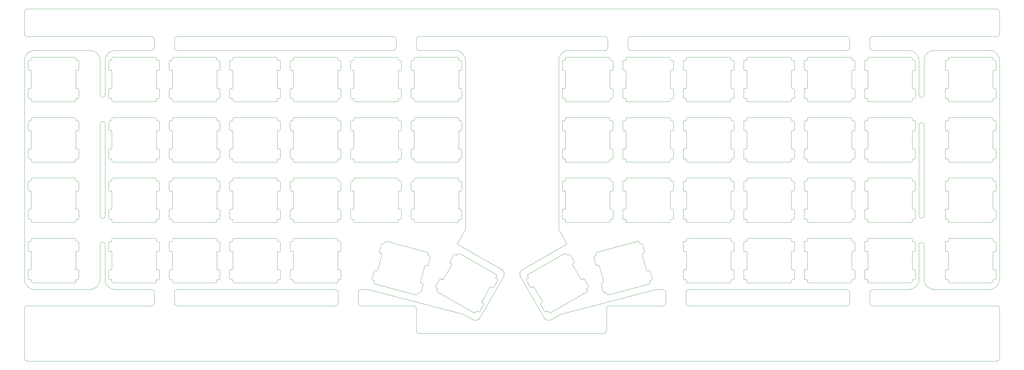
<source format=gm1>
G04 #@! TF.GenerationSoftware,KiCad,Pcbnew,(5.1.4-0-10_14)*
G04 #@! TF.CreationDate,2020-08-09T17:10:10-05:00*
G04 #@! TF.ProjectId,Dori_top_plate,446f7269-5f74-46f7-905f-706c6174652e,rev?*
G04 #@! TF.SameCoordinates,Original*
G04 #@! TF.FileFunction,Profile,NP*
%FSLAX46Y46*%
G04 Gerber Fmt 4.6, Leading zero omitted, Abs format (unit mm)*
G04 Created by KiCad (PCBNEW (5.1.4-0-10_14)) date 2020-08-09 17:10:10*
%MOMM*%
%LPD*%
G04 APERTURE LIST*
%ADD10C,0.050000*%
%ADD11C,0.100000*%
G04 APERTURE END LIST*
D10*
X230584375Y-99615625D02*
X228155500Y-104013000D01*
X235016542Y-127811908D02*
G75*
G02X232981500Y-128254125I-1273043J954782D01*
G01*
X242633500Y-114554000D02*
X235016543Y-127811908D01*
X232981500Y-128254125D02*
X230187500Y-126603125D01*
X228248711Y-104427787D02*
G75*
G02X228155500Y-104013000I160788J253999D01*
G01*
X242191283Y-112518958D02*
G75*
G02X242633500Y-114554000I-954782J-1273043D01*
G01*
X200025000Y-118663431D02*
X230187500Y-126603125D01*
X228248711Y-104427787D02*
X242191283Y-112518957D01*
X262288789Y-104427787D02*
X248346217Y-112518957D01*
X259953125Y-99615625D02*
X262382000Y-104013000D01*
X200025000Y-118663431D02*
X197643750Y-118667819D01*
X373460089Y-104648000D02*
G75*
G02X375046875Y-104648000I793393J0D01*
G01*
X375046161Y-95377000D02*
G75*
G02X373459375Y-95377000I-793393J0D01*
G01*
X373460089Y-66802000D02*
G75*
G02X375046875Y-66802000I793393J0D01*
G01*
X375046875Y-46434375D02*
G75*
G02X378221875Y-43259375I3175000J0D01*
G01*
X375046161Y-57277000D02*
G75*
G02X373459375Y-57277000I-793393J0D01*
G01*
X117076697Y-57261125D02*
G75*
G02X115489911Y-57261125I-793393J0D01*
G01*
X115491339Y-66421000D02*
G75*
G02X117078125Y-66421000I793393J0D01*
G01*
X117077411Y-95504000D02*
G75*
G02X115490625Y-95504000I-793393J0D01*
G01*
X115490982Y-104521000D02*
G75*
G02X117077768Y-104521000I793393J0D01*
G01*
X290512500Y-118663431D02*
X260350000Y-126603125D01*
X248346217Y-112518958D02*
G75*
G03X247904000Y-114554000I954782J-1273043D01*
G01*
X290512500Y-118663431D02*
X292893750Y-118665625D01*
X262288789Y-104427787D02*
G75*
G03X262382000Y-104013000I-160788J253999D01*
G01*
X257556000Y-128254125D02*
X260350000Y-126603125D01*
X247904000Y-114554000D02*
X255520957Y-127811908D01*
X255520958Y-127811908D02*
G75*
G03X257556000Y-128254125I1273043J954782D01*
G01*
X398859375Y-140493750D02*
G75*
G02X398065625Y-141287500I-793750J0D01*
G01*
X398065625Y-123825000D02*
G75*
G02X398859375Y-124618750I0J-793750D01*
G01*
X358775000Y-123825000D02*
G75*
G02X357981250Y-123031250I0J793750D01*
G01*
X357981250Y-119459375D02*
G75*
G02X358775000Y-118665625I793750J0D01*
G01*
X351631250Y-123031250D02*
G75*
G02X350837500Y-123825000I-793750J0D01*
G01*
X350837500Y-118665625D02*
G75*
G02X351631250Y-119459375I0J-793750D01*
G01*
X300831250Y-123825000D02*
G75*
G02X300037500Y-123031250I0J793750D01*
G01*
X300037500Y-119459375D02*
G75*
G02X300831250Y-118665625I793750J0D01*
G01*
X91678125Y-30956250D02*
G75*
G02X92471875Y-30162500I793750J0D01*
G01*
X91678125Y-38100000D02*
X91678125Y-30956250D01*
X398065625Y-30162500D02*
G75*
G02X398859375Y-30956250I0J-793750D01*
G01*
X398859375Y-38100000D02*
G75*
G02X398065625Y-38893750I-793750J0D01*
G01*
X351631250Y-42465625D02*
G75*
G02X350837500Y-43259375I-793750J0D01*
G01*
X350837500Y-38893750D02*
G75*
G02X351631250Y-39687500I0J-793750D01*
G01*
X282575000Y-43259375D02*
G75*
G02X281781250Y-42465625I0J793750D01*
G01*
X281781250Y-39687500D02*
G75*
G02X282575000Y-38893750I793750J0D01*
G01*
X259953125Y-46434375D02*
G75*
G02X263128125Y-43259375I3175000J0D01*
G01*
X275431250Y-42465625D02*
G75*
G02X274637500Y-43259375I-793750J0D01*
G01*
X274637500Y-38893750D02*
G75*
G02X275431250Y-39687500I0J-793750D01*
G01*
X357981250Y-39687500D02*
G75*
G02X358775000Y-38893750I793750J0D01*
G01*
X358775000Y-43259375D02*
G75*
G02X357981250Y-42465625I0J793750D01*
G01*
X370284375Y-43259375D02*
G75*
G02X373459375Y-46434375I0J-3175000D01*
G01*
X395684375Y-43259375D02*
G75*
G02X398859375Y-46434375I0J-3175000D01*
G01*
X398859375Y-115490625D02*
G75*
G02X395684375Y-118665625I-3175000J0D01*
G01*
X378221875Y-118665625D02*
G75*
G02X375046875Y-115490625I0J3175000D01*
G01*
X373459375Y-115490625D02*
G75*
G02X370284375Y-118665625I-3175000J0D01*
G01*
X293687500Y-123031250D02*
G75*
G02X292893750Y-123825000I-793750J0D01*
G01*
X292893750Y-118665625D02*
G75*
G02X293687500Y-119459375I0J-793750D01*
G01*
X275034375Y-124618750D02*
G75*
G02X275828125Y-123825000I793750J0D01*
G01*
X275034375Y-131762500D02*
G75*
G02X274240625Y-132556250I-793750J0D01*
G01*
X215900000Y-132556250D02*
G75*
G02X215106250Y-131762500I0J793750D01*
G01*
X214312500Y-123825000D02*
G75*
G02X215106250Y-124618750I0J-793750D01*
G01*
X227409375Y-43259375D02*
G75*
G02X230584375Y-46434375I0J-3175000D01*
G01*
X215106250Y-39687500D02*
G75*
G02X215900000Y-38893750I793750J0D01*
G01*
X215900000Y-43259375D02*
G75*
G02X215106250Y-42465625I0J793750D01*
G01*
X207962500Y-38893750D02*
G75*
G02X208756250Y-39687500I0J-793750D01*
G01*
X208756250Y-42465625D02*
G75*
G02X207962500Y-43259375I-793750J0D01*
G01*
X138906250Y-39687500D02*
G75*
G02X139700000Y-38893750I793750J0D01*
G01*
X139700000Y-43259375D02*
G75*
G02X138906250Y-42465625I0J793750D01*
G01*
X197643750Y-123825000D02*
G75*
G02X196850000Y-123031250I0J793750D01*
G01*
X196850000Y-119459375D02*
G75*
G02X197643750Y-118665625I793750J0D01*
G01*
X190500000Y-123031250D02*
G75*
G02X189706250Y-123825000I-793750J0D01*
G01*
X189706250Y-118665625D02*
G75*
G02X190500000Y-119459375I0J-793750D01*
G01*
X139700000Y-123825000D02*
G75*
G02X138906250Y-123031250I0J793750D01*
G01*
X138906250Y-119459375D02*
G75*
G02X139700000Y-118665625I793750J0D01*
G01*
X92471875Y-141287500D02*
G75*
G02X91678125Y-140493750I0J793750D01*
G01*
X91678125Y-124618750D02*
G75*
G02X92471875Y-123825000I793750J0D01*
G01*
X132556250Y-123031250D02*
G75*
G02X131762500Y-123825000I-793750J0D01*
G01*
X131762500Y-118665625D02*
G75*
G02X132556250Y-119459375I0J-793750D01*
G01*
X120253125Y-118665625D02*
G75*
G02X117078125Y-115490625I0J3175000D01*
G01*
X115490625Y-115490625D02*
G75*
G02X112315625Y-118665625I-3175000J0D01*
G01*
X92471875Y-38893750D02*
G75*
G02X91678125Y-38100000I0J793750D01*
G01*
X131762500Y-38893750D02*
G75*
G02X132556250Y-39687500I0J-793750D01*
G01*
X132556250Y-42465625D02*
G75*
G02X131762500Y-43259375I-793750J0D01*
G01*
X117078125Y-46434375D02*
G75*
G02X120253125Y-43259375I3175000J0D01*
G01*
X112315625Y-43259375D02*
G75*
G02X115490625Y-46434375I0J-3175000D01*
G01*
X91678125Y-46434375D02*
G75*
G02X94853125Y-43259375I3175000J0D01*
G01*
X94853125Y-118665625D02*
G75*
G02X91678125Y-115490625I0J3175000D01*
G01*
X373459375Y-115490625D02*
X373459375Y-104648000D01*
X375046161Y-57277000D02*
X375046875Y-46434375D01*
X373459375Y-46434375D02*
X373459375Y-57277000D01*
X375046875Y-115490625D02*
X375046875Y-104648000D01*
X378221875Y-118665625D02*
X395684375Y-118665625D01*
X373459375Y-66802000D02*
X373458661Y-95377000D01*
X375046875Y-66802000D02*
X375046161Y-95377000D01*
X395684375Y-43259375D02*
X378221875Y-43259375D01*
X398859375Y-115490625D02*
X398859375Y-46434375D01*
X274240625Y-132556250D02*
X215900000Y-132556250D01*
X275034375Y-124618750D02*
X275034375Y-131762500D01*
X275828125Y-123825000D02*
X292893750Y-123825000D01*
X398859375Y-124618750D02*
X398859375Y-140493750D01*
X398065625Y-123825000D02*
X358775000Y-123825000D01*
X92471875Y-141287500D02*
X398065625Y-141287500D01*
X91678125Y-124618750D02*
X91678125Y-140493750D01*
X215106250Y-124618750D02*
X215106250Y-131762500D01*
X214312500Y-123825000D02*
X197643750Y-123825000D01*
X131762500Y-123825000D02*
X92471875Y-123825000D01*
X139700000Y-123825000D02*
X189706250Y-123825000D01*
X131762500Y-118665625D02*
X120253125Y-118665625D01*
X189706250Y-118665625D02*
X139700000Y-118665625D01*
X190500000Y-119459375D02*
X190500000Y-123031250D01*
X196850000Y-119459375D02*
X196850000Y-123031250D01*
X132556250Y-119459375D02*
X132556250Y-123031250D01*
X138906250Y-119459375D02*
X138906250Y-123031250D01*
X358775000Y-118665625D02*
X370284375Y-118665625D01*
X300831250Y-118665625D02*
X350837500Y-118665625D01*
X300831250Y-123825000D02*
X350837500Y-123825000D01*
X293687500Y-119459375D02*
X293687500Y-123031250D01*
X300037500Y-119459375D02*
X300037500Y-123031250D01*
X351631250Y-119459375D02*
X351631250Y-123031250D01*
X357981250Y-119459375D02*
X357981250Y-123031250D01*
X207962500Y-43259375D02*
X139700000Y-43259375D01*
X227409375Y-43259375D02*
X215900000Y-43259375D01*
X131762500Y-43259375D02*
X120253125Y-43259375D01*
X398065625Y-38893750D02*
X358775000Y-38893750D01*
X357981250Y-39687500D02*
X357981250Y-42465625D01*
X351631250Y-39687500D02*
X351631250Y-42465625D01*
X282575000Y-38893750D02*
X350837500Y-38893750D01*
X358775000Y-43259375D02*
X370284375Y-43259375D01*
X282575000Y-43259375D02*
X350837500Y-43259375D01*
X281781250Y-39687500D02*
X281781250Y-42465625D01*
X274637500Y-43259375D02*
X263128125Y-43259375D01*
X275431250Y-39687500D02*
X275431250Y-42465625D01*
X215900000Y-38893750D02*
X274637500Y-38893750D01*
X215106250Y-39687500D02*
X215106250Y-42465625D01*
X208756250Y-39687500D02*
X208756250Y-42465625D01*
X139700000Y-38893750D02*
X207962500Y-38893750D01*
X131762500Y-38893750D02*
X92471875Y-38893750D01*
X138906250Y-39687500D02*
X138906250Y-42465625D01*
X132556250Y-39687500D02*
X132556250Y-42465625D01*
X398859375Y-30956250D02*
X398859375Y-38100000D01*
X92471875Y-30162500D02*
X398065625Y-30162500D01*
X230584375Y-46434375D02*
X230584375Y-99615625D01*
X259953125Y-46434375D02*
X259953125Y-99615625D01*
X91678125Y-115490625D02*
X91678125Y-46434375D01*
X94853125Y-43259375D02*
X112315625Y-43259375D01*
X115491339Y-66421000D02*
X115490625Y-95504000D01*
X117078125Y-66421000D02*
X117077411Y-95504000D01*
X112315625Y-118665625D02*
X94853125Y-118665625D01*
X115490625Y-115490625D02*
X115490982Y-104521000D01*
X117078125Y-46434375D02*
X117076697Y-57261125D01*
X115489911Y-57261125D02*
X115490625Y-46434375D01*
X117078125Y-115490625D02*
X117077768Y-104521000D01*
D11*
X351981250Y-59387500D02*
X338581250Y-59387500D01*
X338581250Y-59387500D02*
G75*
G02X338281250Y-59087500I0J300000D01*
G01*
X338281250Y-59087500D02*
X338281250Y-58687500D01*
X338281250Y-45687500D02*
G75*
G02X338581250Y-45387500I300000J0D01*
G01*
X351981250Y-45387500D02*
X338581250Y-45387500D01*
X338281250Y-49787500D02*
X338281250Y-54987500D01*
X338281250Y-46087500D02*
X338281250Y-45687500D01*
X352281250Y-58687500D02*
X352281250Y-59087500D01*
X351981250Y-45387500D02*
G75*
G02X352281250Y-45687500I0J-300000D01*
G01*
X353281250Y-49287500D02*
G75*
G02X353081250Y-49487500I-200000J0D01*
G01*
X352281250Y-49787500D02*
G75*
G02X352581250Y-49487500I300000J0D01*
G01*
X352581250Y-46387500D02*
X352981250Y-46387500D01*
X353281250Y-49287500D02*
X353281250Y-46687500D01*
X353081250Y-49487500D02*
X352581250Y-49487500D01*
X352281250Y-54987500D02*
X352281250Y-49787500D01*
X352281250Y-59087500D02*
G75*
G02X351981250Y-59387500I-300000J0D01*
G01*
X352581250Y-46387500D02*
G75*
G02X352281250Y-46087500I0J300000D01*
G01*
X352981250Y-46387500D02*
G75*
G02X353281250Y-46687500I0J-300000D01*
G01*
X352281250Y-45687500D02*
X352281250Y-46087500D01*
X352581250Y-55287500D02*
G75*
G02X352281250Y-54987500I0J300000D01*
G01*
X352981250Y-55287500D02*
G75*
G02X353281250Y-55587500I0J-300000D01*
G01*
X353081250Y-58387500D02*
X352581250Y-58387500D01*
X353281250Y-58187500D02*
X353281250Y-55587500D01*
X352581250Y-55287500D02*
X352981250Y-55287500D01*
X352281250Y-58687500D02*
G75*
G02X352581250Y-58387500I300000J0D01*
G01*
X353281250Y-58187500D02*
G75*
G02X353081250Y-58387500I-200000J0D01*
G01*
X337281250Y-55487500D02*
G75*
G02X337481250Y-55287500I200000J0D01*
G01*
X338281250Y-54987500D02*
G75*
G02X337981250Y-55287500I-300000J0D01*
G01*
X337981250Y-58387500D02*
X337581250Y-58387500D01*
X337281250Y-55487500D02*
X337281250Y-58087500D01*
X337481250Y-55287500D02*
X337981250Y-55287500D01*
X337581250Y-58387500D02*
G75*
G02X337281250Y-58087500I0J300000D01*
G01*
X337981250Y-58387500D02*
G75*
G02X338281250Y-58687500I0J-300000D01*
G01*
X337481250Y-46387500D02*
X337981250Y-46387500D01*
X337981250Y-49487500D02*
X337581250Y-49487500D01*
X337281250Y-46587500D02*
X337281250Y-49187500D01*
X338281250Y-46087500D02*
G75*
G02X337981250Y-46387500I-300000J0D01*
G01*
X337981250Y-49487500D02*
G75*
G02X338281250Y-49787500I0J-300000D01*
G01*
X337581250Y-49487500D02*
G75*
G02X337281250Y-49187500I0J300000D01*
G01*
X337281250Y-46587500D02*
G75*
G02X337481250Y-46387500I200000J0D01*
G01*
X396431250Y-116537500D02*
X383031250Y-116537500D01*
X383031250Y-116537500D02*
G75*
G02X382731250Y-116237500I0J300000D01*
G01*
X382731250Y-116237500D02*
X382731250Y-115837500D01*
X382731250Y-102837500D02*
G75*
G02X383031250Y-102537500I300000J0D01*
G01*
X396431250Y-102537500D02*
X383031250Y-102537500D01*
X382731250Y-106937500D02*
X382731250Y-112137500D01*
X382731250Y-103237500D02*
X382731250Y-102837500D01*
X396731250Y-115837500D02*
X396731250Y-116237500D01*
X396431250Y-102537500D02*
G75*
G02X396731250Y-102837500I0J-300000D01*
G01*
X397731250Y-106437500D02*
G75*
G02X397531250Y-106637500I-200000J0D01*
G01*
X396731250Y-106937500D02*
G75*
G02X397031250Y-106637500I300000J0D01*
G01*
X397031250Y-103537500D02*
X397431250Y-103537500D01*
X397731250Y-106437500D02*
X397731250Y-103837500D01*
X397531250Y-106637500D02*
X397031250Y-106637500D01*
X396731250Y-112137500D02*
X396731250Y-106937500D01*
X396731250Y-116237500D02*
G75*
G02X396431250Y-116537500I-300000J0D01*
G01*
X397031250Y-103537500D02*
G75*
G02X396731250Y-103237500I0J300000D01*
G01*
X397431250Y-103537500D02*
G75*
G02X397731250Y-103837500I0J-300000D01*
G01*
X396731250Y-102837500D02*
X396731250Y-103237500D01*
X397031250Y-112437500D02*
G75*
G02X396731250Y-112137500I0J300000D01*
G01*
X397431250Y-112437500D02*
G75*
G02X397731250Y-112737500I0J-300000D01*
G01*
X397531250Y-115537500D02*
X397031250Y-115537500D01*
X397731250Y-115337500D02*
X397731250Y-112737500D01*
X397031250Y-112437500D02*
X397431250Y-112437500D01*
X396731250Y-115837500D02*
G75*
G02X397031250Y-115537500I300000J0D01*
G01*
X397731250Y-115337500D02*
G75*
G02X397531250Y-115537500I-200000J0D01*
G01*
X381731250Y-112637500D02*
G75*
G02X381931250Y-112437500I200000J0D01*
G01*
X382731250Y-112137500D02*
G75*
G02X382431250Y-112437500I-300000J0D01*
G01*
X382431250Y-115537500D02*
X382031250Y-115537500D01*
X381731250Y-112637500D02*
X381731250Y-115237500D01*
X381931250Y-112437500D02*
X382431250Y-112437500D01*
X382031250Y-115537500D02*
G75*
G02X381731250Y-115237500I0J300000D01*
G01*
X382431250Y-115537500D02*
G75*
G02X382731250Y-115837500I0J-300000D01*
G01*
X381931250Y-103537500D02*
X382431250Y-103537500D01*
X382431250Y-106637500D02*
X382031250Y-106637500D01*
X381731250Y-103737500D02*
X381731250Y-106337500D01*
X382731250Y-103237500D02*
G75*
G02X382431250Y-103537500I-300000J0D01*
G01*
X382431250Y-106637500D02*
G75*
G02X382731250Y-106937500I0J-300000D01*
G01*
X382031250Y-106637500D02*
G75*
G02X381731250Y-106337500I0J300000D01*
G01*
X381731250Y-103737500D02*
G75*
G02X381931250Y-103537500I200000J0D01*
G01*
X371031250Y-116537500D02*
X357631250Y-116537500D01*
X357631250Y-116537500D02*
G75*
G02X357331250Y-116237500I0J300000D01*
G01*
X357331250Y-116237500D02*
X357331250Y-115837500D01*
X357331250Y-102837500D02*
G75*
G02X357631250Y-102537500I300000J0D01*
G01*
X371031250Y-102537500D02*
X357631250Y-102537500D01*
X357331250Y-106937500D02*
X357331250Y-112137500D01*
X357331250Y-103237500D02*
X357331250Y-102837500D01*
X371331250Y-115837500D02*
X371331250Y-116237500D01*
X371031250Y-102537500D02*
G75*
G02X371331250Y-102837500I0J-300000D01*
G01*
X372331250Y-106437500D02*
G75*
G02X372131250Y-106637500I-200000J0D01*
G01*
X371331250Y-106937500D02*
G75*
G02X371631250Y-106637500I300000J0D01*
G01*
X371631250Y-103537500D02*
X372031250Y-103537500D01*
X372331250Y-106437500D02*
X372331250Y-103837500D01*
X372131250Y-106637500D02*
X371631250Y-106637500D01*
X371331250Y-112137500D02*
X371331250Y-106937500D01*
X371331250Y-116237500D02*
G75*
G02X371031250Y-116537500I-300000J0D01*
G01*
X371631250Y-103537500D02*
G75*
G02X371331250Y-103237500I0J300000D01*
G01*
X372031250Y-103537500D02*
G75*
G02X372331250Y-103837500I0J-300000D01*
G01*
X371331250Y-102837500D02*
X371331250Y-103237500D01*
X371631250Y-112437500D02*
G75*
G02X371331250Y-112137500I0J300000D01*
G01*
X372031250Y-112437500D02*
G75*
G02X372331250Y-112737500I0J-300000D01*
G01*
X372131250Y-115537500D02*
X371631250Y-115537500D01*
X372331250Y-115337500D02*
X372331250Y-112737500D01*
X371631250Y-112437500D02*
X372031250Y-112437500D01*
X371331250Y-115837500D02*
G75*
G02X371631250Y-115537500I300000J0D01*
G01*
X372331250Y-115337500D02*
G75*
G02X372131250Y-115537500I-200000J0D01*
G01*
X356331250Y-112637500D02*
G75*
G02X356531250Y-112437500I200000J0D01*
G01*
X357331250Y-112137500D02*
G75*
G02X357031250Y-112437500I-300000J0D01*
G01*
X357031250Y-115537500D02*
X356631250Y-115537500D01*
X356331250Y-112637500D02*
X356331250Y-115237500D01*
X356531250Y-112437500D02*
X357031250Y-112437500D01*
X356631250Y-115537500D02*
G75*
G02X356331250Y-115237500I0J300000D01*
G01*
X357031250Y-115537500D02*
G75*
G02X357331250Y-115837500I0J-300000D01*
G01*
X356531250Y-103537500D02*
X357031250Y-103537500D01*
X357031250Y-106637500D02*
X356631250Y-106637500D01*
X356331250Y-103737500D02*
X356331250Y-106337500D01*
X357331250Y-103237500D02*
G75*
G02X357031250Y-103537500I-300000J0D01*
G01*
X357031250Y-106637500D02*
G75*
G02X357331250Y-106937500I0J-300000D01*
G01*
X356631250Y-106637500D02*
G75*
G02X356331250Y-106337500I0J300000D01*
G01*
X356331250Y-103737500D02*
G75*
G02X356531250Y-103537500I200000J0D01*
G01*
X351981250Y-116537500D02*
X338581250Y-116537500D01*
X338581250Y-116537500D02*
G75*
G02X338281250Y-116237500I0J300000D01*
G01*
X338281250Y-116237500D02*
X338281250Y-115837500D01*
X338281250Y-102837500D02*
G75*
G02X338581250Y-102537500I300000J0D01*
G01*
X351981250Y-102537500D02*
X338581250Y-102537500D01*
X338281250Y-106937500D02*
X338281250Y-112137500D01*
X338281250Y-103237500D02*
X338281250Y-102837500D01*
X352281250Y-115837500D02*
X352281250Y-116237500D01*
X351981250Y-102537500D02*
G75*
G02X352281250Y-102837500I0J-300000D01*
G01*
X353281250Y-106437500D02*
G75*
G02X353081250Y-106637500I-200000J0D01*
G01*
X352281250Y-106937500D02*
G75*
G02X352581250Y-106637500I300000J0D01*
G01*
X352581250Y-103537500D02*
X352981250Y-103537500D01*
X353281250Y-106437500D02*
X353281250Y-103837500D01*
X353081250Y-106637500D02*
X352581250Y-106637500D01*
X352281250Y-112137500D02*
X352281250Y-106937500D01*
X352281250Y-116237500D02*
G75*
G02X351981250Y-116537500I-300000J0D01*
G01*
X352581250Y-103537500D02*
G75*
G02X352281250Y-103237500I0J300000D01*
G01*
X352981250Y-103537500D02*
G75*
G02X353281250Y-103837500I0J-300000D01*
G01*
X352281250Y-102837500D02*
X352281250Y-103237500D01*
X352581250Y-112437500D02*
G75*
G02X352281250Y-112137500I0J300000D01*
G01*
X352981250Y-112437500D02*
G75*
G02X353281250Y-112737500I0J-300000D01*
G01*
X353081250Y-115537500D02*
X352581250Y-115537500D01*
X353281250Y-115337500D02*
X353281250Y-112737500D01*
X352581250Y-112437500D02*
X352981250Y-112437500D01*
X352281250Y-115837500D02*
G75*
G02X352581250Y-115537500I300000J0D01*
G01*
X353281250Y-115337500D02*
G75*
G02X353081250Y-115537500I-200000J0D01*
G01*
X337281250Y-112637500D02*
G75*
G02X337481250Y-112437500I200000J0D01*
G01*
X338281250Y-112137500D02*
G75*
G02X337981250Y-112437500I-300000J0D01*
G01*
X337981250Y-115537500D02*
X337581250Y-115537500D01*
X337281250Y-112637500D02*
X337281250Y-115237500D01*
X337481250Y-112437500D02*
X337981250Y-112437500D01*
X337581250Y-115537500D02*
G75*
G02X337281250Y-115237500I0J300000D01*
G01*
X337981250Y-115537500D02*
G75*
G02X338281250Y-115837500I0J-300000D01*
G01*
X337481250Y-103537500D02*
X337981250Y-103537500D01*
X337981250Y-106637500D02*
X337581250Y-106637500D01*
X337281250Y-103737500D02*
X337281250Y-106337500D01*
X338281250Y-103237500D02*
G75*
G02X337981250Y-103537500I-300000J0D01*
G01*
X337981250Y-106637500D02*
G75*
G02X338281250Y-106937500I0J-300000D01*
G01*
X337581250Y-106637500D02*
G75*
G02X337281250Y-106337500I0J300000D01*
G01*
X337281250Y-103737500D02*
G75*
G02X337481250Y-103537500I200000J0D01*
G01*
X332931250Y-116537500D02*
X319531250Y-116537500D01*
X319531250Y-116537500D02*
G75*
G02X319231250Y-116237500I0J300000D01*
G01*
X319231250Y-116237500D02*
X319231250Y-115837500D01*
X319231250Y-102837500D02*
G75*
G02X319531250Y-102537500I300000J0D01*
G01*
X332931250Y-102537500D02*
X319531250Y-102537500D01*
X319231250Y-106937500D02*
X319231250Y-112137500D01*
X319231250Y-103237500D02*
X319231250Y-102837500D01*
X333231250Y-115837500D02*
X333231250Y-116237500D01*
X332931250Y-102537500D02*
G75*
G02X333231250Y-102837500I0J-300000D01*
G01*
X334231250Y-106437500D02*
G75*
G02X334031250Y-106637500I-200000J0D01*
G01*
X333231250Y-106937500D02*
G75*
G02X333531250Y-106637500I300000J0D01*
G01*
X333531250Y-103537500D02*
X333931250Y-103537500D01*
X334231250Y-106437500D02*
X334231250Y-103837500D01*
X334031250Y-106637500D02*
X333531250Y-106637500D01*
X333231250Y-112137500D02*
X333231250Y-106937500D01*
X333231250Y-116237500D02*
G75*
G02X332931250Y-116537500I-300000J0D01*
G01*
X333531250Y-103537500D02*
G75*
G02X333231250Y-103237500I0J300000D01*
G01*
X333931250Y-103537500D02*
G75*
G02X334231250Y-103837500I0J-300000D01*
G01*
X333231250Y-102837500D02*
X333231250Y-103237500D01*
X333531250Y-112437500D02*
G75*
G02X333231250Y-112137500I0J300000D01*
G01*
X333931250Y-112437500D02*
G75*
G02X334231250Y-112737500I0J-300000D01*
G01*
X334031250Y-115537500D02*
X333531250Y-115537500D01*
X334231250Y-115337500D02*
X334231250Y-112737500D01*
X333531250Y-112437500D02*
X333931250Y-112437500D01*
X333231250Y-115837500D02*
G75*
G02X333531250Y-115537500I300000J0D01*
G01*
X334231250Y-115337500D02*
G75*
G02X334031250Y-115537500I-200000J0D01*
G01*
X318231250Y-112637500D02*
G75*
G02X318431250Y-112437500I200000J0D01*
G01*
X319231250Y-112137500D02*
G75*
G02X318931250Y-112437500I-300000J0D01*
G01*
X318931250Y-115537500D02*
X318531250Y-115537500D01*
X318231250Y-112637500D02*
X318231250Y-115237500D01*
X318431250Y-112437500D02*
X318931250Y-112437500D01*
X318531250Y-115537500D02*
G75*
G02X318231250Y-115237500I0J300000D01*
G01*
X318931250Y-115537500D02*
G75*
G02X319231250Y-115837500I0J-300000D01*
G01*
X318431250Y-103537500D02*
X318931250Y-103537500D01*
X318931250Y-106637500D02*
X318531250Y-106637500D01*
X318231250Y-103737500D02*
X318231250Y-106337500D01*
X319231250Y-103237500D02*
G75*
G02X318931250Y-103537500I-300000J0D01*
G01*
X318931250Y-106637500D02*
G75*
G02X319231250Y-106937500I0J-300000D01*
G01*
X318531250Y-106637500D02*
G75*
G02X318231250Y-106337500I0J300000D01*
G01*
X318231250Y-103737500D02*
G75*
G02X318431250Y-103537500I200000J0D01*
G01*
X313881250Y-116537500D02*
X300481250Y-116537500D01*
X300481250Y-116537500D02*
G75*
G02X300181250Y-116237500I0J300000D01*
G01*
X300181250Y-116237500D02*
X300181250Y-115837500D01*
X300181250Y-102837500D02*
G75*
G02X300481250Y-102537500I300000J0D01*
G01*
X313881250Y-102537500D02*
X300481250Y-102537500D01*
X300181250Y-106937500D02*
X300181250Y-112137500D01*
X300181250Y-103237500D02*
X300181250Y-102837500D01*
X314181250Y-115837500D02*
X314181250Y-116237500D01*
X313881250Y-102537500D02*
G75*
G02X314181250Y-102837500I0J-300000D01*
G01*
X315181250Y-106437500D02*
G75*
G02X314981250Y-106637500I-200000J0D01*
G01*
X314181250Y-106937500D02*
G75*
G02X314481250Y-106637500I300000J0D01*
G01*
X314481250Y-103537500D02*
X314881250Y-103537500D01*
X315181250Y-106437500D02*
X315181250Y-103837500D01*
X314981250Y-106637500D02*
X314481250Y-106637500D01*
X314181250Y-112137500D02*
X314181250Y-106937500D01*
X314181250Y-116237500D02*
G75*
G02X313881250Y-116537500I-300000J0D01*
G01*
X314481250Y-103537500D02*
G75*
G02X314181250Y-103237500I0J300000D01*
G01*
X314881250Y-103537500D02*
G75*
G02X315181250Y-103837500I0J-300000D01*
G01*
X314181250Y-102837500D02*
X314181250Y-103237500D01*
X314481250Y-112437500D02*
G75*
G02X314181250Y-112137500I0J300000D01*
G01*
X314881250Y-112437500D02*
G75*
G02X315181250Y-112737500I0J-300000D01*
G01*
X314981250Y-115537500D02*
X314481250Y-115537500D01*
X315181250Y-115337500D02*
X315181250Y-112737500D01*
X314481250Y-112437500D02*
X314881250Y-112437500D01*
X314181250Y-115837500D02*
G75*
G02X314481250Y-115537500I300000J0D01*
G01*
X315181250Y-115337500D02*
G75*
G02X314981250Y-115537500I-200000J0D01*
G01*
X299181250Y-112637500D02*
G75*
G02X299381250Y-112437500I200000J0D01*
G01*
X300181250Y-112137500D02*
G75*
G02X299881250Y-112437500I-300000J0D01*
G01*
X299881250Y-115537500D02*
X299481250Y-115537500D01*
X299181250Y-112637500D02*
X299181250Y-115237500D01*
X299381250Y-112437500D02*
X299881250Y-112437500D01*
X299481250Y-115537500D02*
G75*
G02X299181250Y-115237500I0J300000D01*
G01*
X299881250Y-115537500D02*
G75*
G02X300181250Y-115837500I0J-300000D01*
G01*
X299381250Y-103537500D02*
X299881250Y-103537500D01*
X299881250Y-106637500D02*
X299481250Y-106637500D01*
X299181250Y-103737500D02*
X299181250Y-106337500D01*
X300181250Y-103237500D02*
G75*
G02X299881250Y-103537500I-300000J0D01*
G01*
X299881250Y-106637500D02*
G75*
G02X300181250Y-106937500I0J-300000D01*
G01*
X299481250Y-106637500D02*
G75*
G02X299181250Y-106337500I0J300000D01*
G01*
X299181250Y-103737500D02*
G75*
G02X299381250Y-103537500I200000J0D01*
G01*
X288477186Y-116946143D02*
X275533780Y-120414318D01*
X275533780Y-120414319D02*
G75*
G02X275166357Y-120202186I-77645J289778D01*
G01*
X275166357Y-120202186D02*
X275062829Y-119815816D01*
X271698181Y-107258780D02*
G75*
G02X271910314Y-106891357I289778J77645D01*
G01*
X284853720Y-103423182D02*
X271910314Y-106891357D01*
X272759340Y-111219076D02*
X274105199Y-116241890D01*
X271801709Y-107645151D02*
X271698182Y-107258780D01*
X288585791Y-116192349D02*
X288689318Y-116578720D01*
X284853720Y-103423181D02*
G75*
G02X285221143Y-103635314I77645J-289778D01*
G01*
X287118818Y-106853827D02*
G75*
G02X286977396Y-107098777I-193186J-51764D01*
G01*
X286282301Y-107595610D02*
G75*
G02X286494433Y-107228186I289778J77646D01*
G01*
X285692094Y-104233816D02*
X286078465Y-104130288D01*
X287118818Y-106853828D02*
X286445888Y-104342420D01*
X286977396Y-107098777D02*
X286494433Y-107228186D01*
X287628160Y-112618424D02*
X286282301Y-107595610D01*
X288689319Y-116578720D02*
G75*
G02X288477186Y-116946143I-289778J-77645D01*
G01*
X285692095Y-104233816D02*
G75*
G02X285324671Y-104021684I-77646J289778D01*
G01*
X286078464Y-104130288D02*
G75*
G02X286445888Y-104342420I77646J-289778D01*
G01*
X285221143Y-103635314D02*
X285324671Y-104021684D01*
X287995584Y-112830556D02*
G75*
G02X287628160Y-112618424I-77646J289778D01*
G01*
X288381954Y-112727028D02*
G75*
G02X288749378Y-112939160I77646J-289778D01*
G01*
X289280886Y-115695516D02*
X288797923Y-115824926D01*
X289422307Y-115450567D02*
X288749378Y-112939160D01*
X287995584Y-112830556D02*
X288381954Y-112727028D01*
X288585791Y-116192350D02*
G75*
G02X288797923Y-115824926I289778J77646D01*
G01*
X289422307Y-115450567D02*
G75*
G02X289280886Y-115695516I-193185J-51764D01*
G01*
X273268682Y-116983673D02*
G75*
G02X273410104Y-116738723I193186J51764D01*
G01*
X274105199Y-116241890D02*
G75*
G02X273893067Y-116609314I-289778J-77646D01*
G01*
X274695406Y-119603684D02*
X274309035Y-119707212D01*
X273268682Y-116983672D02*
X273941612Y-119495080D01*
X273410104Y-116738723D02*
X273893067Y-116609314D01*
X274309036Y-119707212D02*
G75*
G02X273941612Y-119495080I-77646J289778D01*
G01*
X274695405Y-119603684D02*
G75*
G02X275062829Y-119815816I77646J-289778D01*
G01*
X271106614Y-108141984D02*
X271589577Y-108012574D01*
X272391916Y-111006944D02*
X272005546Y-111110472D01*
X270965193Y-108386933D02*
X271638122Y-110898340D01*
X271801709Y-107645150D02*
G75*
G02X271589577Y-108012574I-289778J-77646D01*
G01*
X272391916Y-111006944D02*
G75*
G02X272759340Y-111219076I77646J-289778D01*
G01*
X272005546Y-111110472D02*
G75*
G02X271638122Y-110898340I-77646J289778D01*
G01*
X270965193Y-108386933D02*
G75*
G02X271106614Y-108141984I193185J51764D01*
G01*
X268858620Y-119393428D02*
X257253880Y-126093428D01*
X257253880Y-126093428D02*
G75*
G02X256844072Y-125983620I-150000J259808D01*
G01*
X256844072Y-125983620D02*
X256644072Y-125637210D01*
X250144072Y-114378880D02*
G75*
G02X250253880Y-113969072I259808J150000D01*
G01*
X261858620Y-107269072D02*
X250253880Y-113969072D01*
X252194072Y-117929584D02*
X254794072Y-122432916D01*
X250344072Y-114725290D02*
X250144072Y-114378880D01*
X268768428Y-118637210D02*
X268968428Y-118983620D01*
X261858620Y-107269072D02*
G75*
G02X262268428Y-107378880I150000J-259808D01*
G01*
X264934453Y-109996571D02*
G75*
G02X264861248Y-110269776I-173205J-100000D01*
G01*
X264318427Y-110929584D02*
G75*
G02X264428235Y-110519776I259808J150000D01*
G01*
X262878235Y-107835098D02*
X263224646Y-107635098D01*
X264934453Y-109996571D02*
X263634453Y-107744905D01*
X264861248Y-110269776D02*
X264428235Y-110519776D01*
X266918428Y-115432916D02*
X264318428Y-110929584D01*
X268968428Y-118983620D02*
G75*
G02X268858620Y-119393428I-259808J-150000D01*
G01*
X262878235Y-107835097D02*
G75*
G02X262468428Y-107725290I-150000J259807D01*
G01*
X263224646Y-107635098D02*
G75*
G02X263634453Y-107744905I150000J-259807D01*
G01*
X262268428Y-107378880D02*
X262468428Y-107725290D01*
X267328235Y-115542723D02*
G75*
G02X266918428Y-115432916I-150000J259807D01*
G01*
X267674646Y-115342724D02*
G75*
G02X268084453Y-115452531I150000J-259807D01*
G01*
X269311248Y-117977402D02*
X268878235Y-118227402D01*
X269384453Y-117704197D02*
X268084453Y-115452531D01*
X267328235Y-115542724D02*
X267674646Y-115342724D01*
X268768427Y-118637210D02*
G75*
G02X268878235Y-118227402I259808J150000D01*
G01*
X269384453Y-117704197D02*
G75*
G02X269311248Y-117977402I-173205J-100000D01*
G01*
X254178047Y-123365929D02*
G75*
G02X254251252Y-123092724I173205J100000D01*
G01*
X254794073Y-122432916D02*
G75*
G02X254684265Y-122842724I-259808J-150000D01*
G01*
X256234265Y-125527402D02*
X255887854Y-125727402D01*
X254178047Y-123365929D02*
X255478047Y-125617595D01*
X254251252Y-123092724D02*
X254684265Y-122842724D01*
X255887854Y-125727402D02*
G75*
G02X255478047Y-125617595I-150000J259807D01*
G01*
X256234265Y-125527403D02*
G75*
G02X256644072Y-125637210I150000J-259807D01*
G01*
X249801252Y-115385098D02*
X250234265Y-115135098D01*
X251784265Y-117819776D02*
X251437854Y-118019776D01*
X249728047Y-115658303D02*
X251028047Y-117909969D01*
X250344073Y-114725290D02*
G75*
G02X250234265Y-115135098I-259808J-150000D01*
G01*
X251784265Y-117819777D02*
G75*
G02X252194072Y-117929584I150000J-259807D01*
G01*
X251437854Y-118019776D02*
G75*
G02X251028047Y-117909969I-150000J259807D01*
G01*
X249728047Y-115658303D02*
G75*
G02X249801252Y-115385098I173205J100000D01*
G01*
X396431250Y-97487500D02*
X383031250Y-97487500D01*
X383031250Y-97487500D02*
G75*
G02X382731250Y-97187500I0J300000D01*
G01*
X382731250Y-97187500D02*
X382731250Y-96787500D01*
X382731250Y-83787500D02*
G75*
G02X383031250Y-83487500I300000J0D01*
G01*
X396431250Y-83487500D02*
X383031250Y-83487500D01*
X382731250Y-87887500D02*
X382731250Y-93087500D01*
X382731250Y-84187500D02*
X382731250Y-83787500D01*
X396731250Y-96787500D02*
X396731250Y-97187500D01*
X396431250Y-83487500D02*
G75*
G02X396731250Y-83787500I0J-300000D01*
G01*
X397731250Y-87387500D02*
G75*
G02X397531250Y-87587500I-200000J0D01*
G01*
X396731250Y-87887500D02*
G75*
G02X397031250Y-87587500I300000J0D01*
G01*
X397031250Y-84487500D02*
X397431250Y-84487500D01*
X397731250Y-87387500D02*
X397731250Y-84787500D01*
X397531250Y-87587500D02*
X397031250Y-87587500D01*
X396731250Y-93087500D02*
X396731250Y-87887500D01*
X396731250Y-97187500D02*
G75*
G02X396431250Y-97487500I-300000J0D01*
G01*
X397031250Y-84487500D02*
G75*
G02X396731250Y-84187500I0J300000D01*
G01*
X397431250Y-84487500D02*
G75*
G02X397731250Y-84787500I0J-300000D01*
G01*
X396731250Y-83787500D02*
X396731250Y-84187500D01*
X397031250Y-93387500D02*
G75*
G02X396731250Y-93087500I0J300000D01*
G01*
X397431250Y-93387500D02*
G75*
G02X397731250Y-93687500I0J-300000D01*
G01*
X397531250Y-96487500D02*
X397031250Y-96487500D01*
X397731250Y-96287500D02*
X397731250Y-93687500D01*
X397031250Y-93387500D02*
X397431250Y-93387500D01*
X396731250Y-96787500D02*
G75*
G02X397031250Y-96487500I300000J0D01*
G01*
X397731250Y-96287500D02*
G75*
G02X397531250Y-96487500I-200000J0D01*
G01*
X381731250Y-93587500D02*
G75*
G02X381931250Y-93387500I200000J0D01*
G01*
X382731250Y-93087500D02*
G75*
G02X382431250Y-93387500I-300000J0D01*
G01*
X382431250Y-96487500D02*
X382031250Y-96487500D01*
X381731250Y-93587500D02*
X381731250Y-96187500D01*
X381931250Y-93387500D02*
X382431250Y-93387500D01*
X382031250Y-96487500D02*
G75*
G02X381731250Y-96187500I0J300000D01*
G01*
X382431250Y-96487500D02*
G75*
G02X382731250Y-96787500I0J-300000D01*
G01*
X381931250Y-84487500D02*
X382431250Y-84487500D01*
X382431250Y-87587500D02*
X382031250Y-87587500D01*
X381731250Y-84687500D02*
X381731250Y-87287500D01*
X382731250Y-84187500D02*
G75*
G02X382431250Y-84487500I-300000J0D01*
G01*
X382431250Y-87587500D02*
G75*
G02X382731250Y-87887500I0J-300000D01*
G01*
X382031250Y-87587500D02*
G75*
G02X381731250Y-87287500I0J300000D01*
G01*
X381731250Y-84687500D02*
G75*
G02X381931250Y-84487500I200000J0D01*
G01*
X371031250Y-97487500D02*
X357631250Y-97487500D01*
X357631250Y-97487500D02*
G75*
G02X357331250Y-97187500I0J300000D01*
G01*
X357331250Y-97187500D02*
X357331250Y-96787500D01*
X357331250Y-83787500D02*
G75*
G02X357631250Y-83487500I300000J0D01*
G01*
X371031250Y-83487500D02*
X357631250Y-83487500D01*
X357331250Y-87887500D02*
X357331250Y-93087500D01*
X357331250Y-84187500D02*
X357331250Y-83787500D01*
X371331250Y-96787500D02*
X371331250Y-97187500D01*
X371031250Y-83487500D02*
G75*
G02X371331250Y-83787500I0J-300000D01*
G01*
X372331250Y-87387500D02*
G75*
G02X372131250Y-87587500I-200000J0D01*
G01*
X371331250Y-87887500D02*
G75*
G02X371631250Y-87587500I300000J0D01*
G01*
X371631250Y-84487500D02*
X372031250Y-84487500D01*
X372331250Y-87387500D02*
X372331250Y-84787500D01*
X372131250Y-87587500D02*
X371631250Y-87587500D01*
X371331250Y-93087500D02*
X371331250Y-87887500D01*
X371331250Y-97187500D02*
G75*
G02X371031250Y-97487500I-300000J0D01*
G01*
X371631250Y-84487500D02*
G75*
G02X371331250Y-84187500I0J300000D01*
G01*
X372031250Y-84487500D02*
G75*
G02X372331250Y-84787500I0J-300000D01*
G01*
X371331250Y-83787500D02*
X371331250Y-84187500D01*
X371631250Y-93387500D02*
G75*
G02X371331250Y-93087500I0J300000D01*
G01*
X372031250Y-93387500D02*
G75*
G02X372331250Y-93687500I0J-300000D01*
G01*
X372131250Y-96487500D02*
X371631250Y-96487500D01*
X372331250Y-96287500D02*
X372331250Y-93687500D01*
X371631250Y-93387500D02*
X372031250Y-93387500D01*
X371331250Y-96787500D02*
G75*
G02X371631250Y-96487500I300000J0D01*
G01*
X372331250Y-96287500D02*
G75*
G02X372131250Y-96487500I-200000J0D01*
G01*
X356331250Y-93587500D02*
G75*
G02X356531250Y-93387500I200000J0D01*
G01*
X357331250Y-93087500D02*
G75*
G02X357031250Y-93387500I-300000J0D01*
G01*
X357031250Y-96487500D02*
X356631250Y-96487500D01*
X356331250Y-93587500D02*
X356331250Y-96187500D01*
X356531250Y-93387500D02*
X357031250Y-93387500D01*
X356631250Y-96487500D02*
G75*
G02X356331250Y-96187500I0J300000D01*
G01*
X357031250Y-96487500D02*
G75*
G02X357331250Y-96787500I0J-300000D01*
G01*
X356531250Y-84487500D02*
X357031250Y-84487500D01*
X357031250Y-87587500D02*
X356631250Y-87587500D01*
X356331250Y-84687500D02*
X356331250Y-87287500D01*
X357331250Y-84187500D02*
G75*
G02X357031250Y-84487500I-300000J0D01*
G01*
X357031250Y-87587500D02*
G75*
G02X357331250Y-87887500I0J-300000D01*
G01*
X356631250Y-87587500D02*
G75*
G02X356331250Y-87287500I0J300000D01*
G01*
X356331250Y-84687500D02*
G75*
G02X356531250Y-84487500I200000J0D01*
G01*
X351981250Y-97487500D02*
X338581250Y-97487500D01*
X338581250Y-97487500D02*
G75*
G02X338281250Y-97187500I0J300000D01*
G01*
X338281250Y-97187500D02*
X338281250Y-96787500D01*
X338281250Y-83787500D02*
G75*
G02X338581250Y-83487500I300000J0D01*
G01*
X351981250Y-83487500D02*
X338581250Y-83487500D01*
X338281250Y-87887500D02*
X338281250Y-93087500D01*
X338281250Y-84187500D02*
X338281250Y-83787500D01*
X352281250Y-96787500D02*
X352281250Y-97187500D01*
X351981250Y-83487500D02*
G75*
G02X352281250Y-83787500I0J-300000D01*
G01*
X353281250Y-87387500D02*
G75*
G02X353081250Y-87587500I-200000J0D01*
G01*
X352281250Y-87887500D02*
G75*
G02X352581250Y-87587500I300000J0D01*
G01*
X352581250Y-84487500D02*
X352981250Y-84487500D01*
X353281250Y-87387500D02*
X353281250Y-84787500D01*
X353081250Y-87587500D02*
X352581250Y-87587500D01*
X352281250Y-93087500D02*
X352281250Y-87887500D01*
X352281250Y-97187500D02*
G75*
G02X351981250Y-97487500I-300000J0D01*
G01*
X352581250Y-84487500D02*
G75*
G02X352281250Y-84187500I0J300000D01*
G01*
X352981250Y-84487500D02*
G75*
G02X353281250Y-84787500I0J-300000D01*
G01*
X352281250Y-83787500D02*
X352281250Y-84187500D01*
X352581250Y-93387500D02*
G75*
G02X352281250Y-93087500I0J300000D01*
G01*
X352981250Y-93387500D02*
G75*
G02X353281250Y-93687500I0J-300000D01*
G01*
X353081250Y-96487500D02*
X352581250Y-96487500D01*
X353281250Y-96287500D02*
X353281250Y-93687500D01*
X352581250Y-93387500D02*
X352981250Y-93387500D01*
X352281250Y-96787500D02*
G75*
G02X352581250Y-96487500I300000J0D01*
G01*
X353281250Y-96287500D02*
G75*
G02X353081250Y-96487500I-200000J0D01*
G01*
X337281250Y-93587500D02*
G75*
G02X337481250Y-93387500I200000J0D01*
G01*
X338281250Y-93087500D02*
G75*
G02X337981250Y-93387500I-300000J0D01*
G01*
X337981250Y-96487500D02*
X337581250Y-96487500D01*
X337281250Y-93587500D02*
X337281250Y-96187500D01*
X337481250Y-93387500D02*
X337981250Y-93387500D01*
X337581250Y-96487500D02*
G75*
G02X337281250Y-96187500I0J300000D01*
G01*
X337981250Y-96487500D02*
G75*
G02X338281250Y-96787500I0J-300000D01*
G01*
X337481250Y-84487500D02*
X337981250Y-84487500D01*
X337981250Y-87587500D02*
X337581250Y-87587500D01*
X337281250Y-84687500D02*
X337281250Y-87287500D01*
X338281250Y-84187500D02*
G75*
G02X337981250Y-84487500I-300000J0D01*
G01*
X337981250Y-87587500D02*
G75*
G02X338281250Y-87887500I0J-300000D01*
G01*
X337581250Y-87587500D02*
G75*
G02X337281250Y-87287500I0J300000D01*
G01*
X337281250Y-84687500D02*
G75*
G02X337481250Y-84487500I200000J0D01*
G01*
X332931250Y-97487500D02*
X319531250Y-97487500D01*
X319531250Y-97487500D02*
G75*
G02X319231250Y-97187500I0J300000D01*
G01*
X319231250Y-97187500D02*
X319231250Y-96787500D01*
X319231250Y-83787500D02*
G75*
G02X319531250Y-83487500I300000J0D01*
G01*
X332931250Y-83487500D02*
X319531250Y-83487500D01*
X319231250Y-87887500D02*
X319231250Y-93087500D01*
X319231250Y-84187500D02*
X319231250Y-83787500D01*
X333231250Y-96787500D02*
X333231250Y-97187500D01*
X332931250Y-83487500D02*
G75*
G02X333231250Y-83787500I0J-300000D01*
G01*
X334231250Y-87387500D02*
G75*
G02X334031250Y-87587500I-200000J0D01*
G01*
X333231250Y-87887500D02*
G75*
G02X333531250Y-87587500I300000J0D01*
G01*
X333531250Y-84487500D02*
X333931250Y-84487500D01*
X334231250Y-87387500D02*
X334231250Y-84787500D01*
X334031250Y-87587500D02*
X333531250Y-87587500D01*
X333231250Y-93087500D02*
X333231250Y-87887500D01*
X333231250Y-97187500D02*
G75*
G02X332931250Y-97487500I-300000J0D01*
G01*
X333531250Y-84487500D02*
G75*
G02X333231250Y-84187500I0J300000D01*
G01*
X333931250Y-84487500D02*
G75*
G02X334231250Y-84787500I0J-300000D01*
G01*
X333231250Y-83787500D02*
X333231250Y-84187500D01*
X333531250Y-93387500D02*
G75*
G02X333231250Y-93087500I0J300000D01*
G01*
X333931250Y-93387500D02*
G75*
G02X334231250Y-93687500I0J-300000D01*
G01*
X334031250Y-96487500D02*
X333531250Y-96487500D01*
X334231250Y-96287500D02*
X334231250Y-93687500D01*
X333531250Y-93387500D02*
X333931250Y-93387500D01*
X333231250Y-96787500D02*
G75*
G02X333531250Y-96487500I300000J0D01*
G01*
X334231250Y-96287500D02*
G75*
G02X334031250Y-96487500I-200000J0D01*
G01*
X318231250Y-93587500D02*
G75*
G02X318431250Y-93387500I200000J0D01*
G01*
X319231250Y-93087500D02*
G75*
G02X318931250Y-93387500I-300000J0D01*
G01*
X318931250Y-96487500D02*
X318531250Y-96487500D01*
X318231250Y-93587500D02*
X318231250Y-96187500D01*
X318431250Y-93387500D02*
X318931250Y-93387500D01*
X318531250Y-96487500D02*
G75*
G02X318231250Y-96187500I0J300000D01*
G01*
X318931250Y-96487500D02*
G75*
G02X319231250Y-96787500I0J-300000D01*
G01*
X318431250Y-84487500D02*
X318931250Y-84487500D01*
X318931250Y-87587500D02*
X318531250Y-87587500D01*
X318231250Y-84687500D02*
X318231250Y-87287500D01*
X319231250Y-84187500D02*
G75*
G02X318931250Y-84487500I-300000J0D01*
G01*
X318931250Y-87587500D02*
G75*
G02X319231250Y-87887500I0J-300000D01*
G01*
X318531250Y-87587500D02*
G75*
G02X318231250Y-87287500I0J300000D01*
G01*
X318231250Y-84687500D02*
G75*
G02X318431250Y-84487500I200000J0D01*
G01*
X313881250Y-97487500D02*
X300481250Y-97487500D01*
X300481250Y-97487500D02*
G75*
G02X300181250Y-97187500I0J300000D01*
G01*
X300181250Y-97187500D02*
X300181250Y-96787500D01*
X300181250Y-83787500D02*
G75*
G02X300481250Y-83487500I300000J0D01*
G01*
X313881250Y-83487500D02*
X300481250Y-83487500D01*
X300181250Y-87887500D02*
X300181250Y-93087500D01*
X300181250Y-84187500D02*
X300181250Y-83787500D01*
X314181250Y-96787500D02*
X314181250Y-97187500D01*
X313881250Y-83487500D02*
G75*
G02X314181250Y-83787500I0J-300000D01*
G01*
X315181250Y-87387500D02*
G75*
G02X314981250Y-87587500I-200000J0D01*
G01*
X314181250Y-87887500D02*
G75*
G02X314481250Y-87587500I300000J0D01*
G01*
X314481250Y-84487500D02*
X314881250Y-84487500D01*
X315181250Y-87387500D02*
X315181250Y-84787500D01*
X314981250Y-87587500D02*
X314481250Y-87587500D01*
X314181250Y-93087500D02*
X314181250Y-87887500D01*
X314181250Y-97187500D02*
G75*
G02X313881250Y-97487500I-300000J0D01*
G01*
X314481250Y-84487500D02*
G75*
G02X314181250Y-84187500I0J300000D01*
G01*
X314881250Y-84487500D02*
G75*
G02X315181250Y-84787500I0J-300000D01*
G01*
X314181250Y-83787500D02*
X314181250Y-84187500D01*
X314481250Y-93387500D02*
G75*
G02X314181250Y-93087500I0J300000D01*
G01*
X314881250Y-93387500D02*
G75*
G02X315181250Y-93687500I0J-300000D01*
G01*
X314981250Y-96487500D02*
X314481250Y-96487500D01*
X315181250Y-96287500D02*
X315181250Y-93687500D01*
X314481250Y-93387500D02*
X314881250Y-93387500D01*
X314181250Y-96787500D02*
G75*
G02X314481250Y-96487500I300000J0D01*
G01*
X315181250Y-96287500D02*
G75*
G02X314981250Y-96487500I-200000J0D01*
G01*
X299181250Y-93587500D02*
G75*
G02X299381250Y-93387500I200000J0D01*
G01*
X300181250Y-93087500D02*
G75*
G02X299881250Y-93387500I-300000J0D01*
G01*
X299881250Y-96487500D02*
X299481250Y-96487500D01*
X299181250Y-93587500D02*
X299181250Y-96187500D01*
X299381250Y-93387500D02*
X299881250Y-93387500D01*
X299481250Y-96487500D02*
G75*
G02X299181250Y-96187500I0J300000D01*
G01*
X299881250Y-96487500D02*
G75*
G02X300181250Y-96787500I0J-300000D01*
G01*
X299381250Y-84487500D02*
X299881250Y-84487500D01*
X299881250Y-87587500D02*
X299481250Y-87587500D01*
X299181250Y-84687500D02*
X299181250Y-87287500D01*
X300181250Y-84187500D02*
G75*
G02X299881250Y-84487500I-300000J0D01*
G01*
X299881250Y-87587500D02*
G75*
G02X300181250Y-87887500I0J-300000D01*
G01*
X299481250Y-87587500D02*
G75*
G02X299181250Y-87287500I0J300000D01*
G01*
X299181250Y-84687500D02*
G75*
G02X299381250Y-84487500I200000J0D01*
G01*
X294831250Y-97487500D02*
X281431250Y-97487500D01*
X281431250Y-97487500D02*
G75*
G02X281131250Y-97187500I0J300000D01*
G01*
X281131250Y-97187500D02*
X281131250Y-96787500D01*
X281131250Y-83787500D02*
G75*
G02X281431250Y-83487500I300000J0D01*
G01*
X294831250Y-83487500D02*
X281431250Y-83487500D01*
X281131250Y-87887500D02*
X281131250Y-93087500D01*
X281131250Y-84187500D02*
X281131250Y-83787500D01*
X295131250Y-96787500D02*
X295131250Y-97187500D01*
X294831250Y-83487500D02*
G75*
G02X295131250Y-83787500I0J-300000D01*
G01*
X296131250Y-87387500D02*
G75*
G02X295931250Y-87587500I-200000J0D01*
G01*
X295131250Y-87887500D02*
G75*
G02X295431250Y-87587500I300000J0D01*
G01*
X295431250Y-84487500D02*
X295831250Y-84487500D01*
X296131250Y-87387500D02*
X296131250Y-84787500D01*
X295931250Y-87587500D02*
X295431250Y-87587500D01*
X295131250Y-93087500D02*
X295131250Y-87887500D01*
X295131250Y-97187500D02*
G75*
G02X294831250Y-97487500I-300000J0D01*
G01*
X295431250Y-84487500D02*
G75*
G02X295131250Y-84187500I0J300000D01*
G01*
X295831250Y-84487500D02*
G75*
G02X296131250Y-84787500I0J-300000D01*
G01*
X295131250Y-83787500D02*
X295131250Y-84187500D01*
X295431250Y-93387500D02*
G75*
G02X295131250Y-93087500I0J300000D01*
G01*
X295831250Y-93387500D02*
G75*
G02X296131250Y-93687500I0J-300000D01*
G01*
X295931250Y-96487500D02*
X295431250Y-96487500D01*
X296131250Y-96287500D02*
X296131250Y-93687500D01*
X295431250Y-93387500D02*
X295831250Y-93387500D01*
X295131250Y-96787500D02*
G75*
G02X295431250Y-96487500I300000J0D01*
G01*
X296131250Y-96287500D02*
G75*
G02X295931250Y-96487500I-200000J0D01*
G01*
X280131250Y-93587500D02*
G75*
G02X280331250Y-93387500I200000J0D01*
G01*
X281131250Y-93087500D02*
G75*
G02X280831250Y-93387500I-300000J0D01*
G01*
X280831250Y-96487500D02*
X280431250Y-96487500D01*
X280131250Y-93587500D02*
X280131250Y-96187500D01*
X280331250Y-93387500D02*
X280831250Y-93387500D01*
X280431250Y-96487500D02*
G75*
G02X280131250Y-96187500I0J300000D01*
G01*
X280831250Y-96487500D02*
G75*
G02X281131250Y-96787500I0J-300000D01*
G01*
X280331250Y-84487500D02*
X280831250Y-84487500D01*
X280831250Y-87587500D02*
X280431250Y-87587500D01*
X280131250Y-84687500D02*
X280131250Y-87287500D01*
X281131250Y-84187500D02*
G75*
G02X280831250Y-84487500I-300000J0D01*
G01*
X280831250Y-87587500D02*
G75*
G02X281131250Y-87887500I0J-300000D01*
G01*
X280431250Y-87587500D02*
G75*
G02X280131250Y-87287500I0J300000D01*
G01*
X280131250Y-84687500D02*
G75*
G02X280331250Y-84487500I200000J0D01*
G01*
X275781250Y-97487500D02*
X262381250Y-97487500D01*
X262381250Y-97487500D02*
G75*
G02X262081250Y-97187500I0J300000D01*
G01*
X262081250Y-97187500D02*
X262081250Y-96787500D01*
X262081250Y-83787500D02*
G75*
G02X262381250Y-83487500I300000J0D01*
G01*
X275781250Y-83487500D02*
X262381250Y-83487500D01*
X262081250Y-87887500D02*
X262081250Y-93087500D01*
X262081250Y-84187500D02*
X262081250Y-83787500D01*
X276081250Y-96787500D02*
X276081250Y-97187500D01*
X275781250Y-83487500D02*
G75*
G02X276081250Y-83787500I0J-300000D01*
G01*
X277081250Y-87387500D02*
G75*
G02X276881250Y-87587500I-200000J0D01*
G01*
X276081250Y-87887500D02*
G75*
G02X276381250Y-87587500I300000J0D01*
G01*
X276381250Y-84487500D02*
X276781250Y-84487500D01*
X277081250Y-87387500D02*
X277081250Y-84787500D01*
X276881250Y-87587500D02*
X276381250Y-87587500D01*
X276081250Y-93087500D02*
X276081250Y-87887500D01*
X276081250Y-97187500D02*
G75*
G02X275781250Y-97487500I-300000J0D01*
G01*
X276381250Y-84487500D02*
G75*
G02X276081250Y-84187500I0J300000D01*
G01*
X276781250Y-84487500D02*
G75*
G02X277081250Y-84787500I0J-300000D01*
G01*
X276081250Y-83787500D02*
X276081250Y-84187500D01*
X276381250Y-93387500D02*
G75*
G02X276081250Y-93087500I0J300000D01*
G01*
X276781250Y-93387500D02*
G75*
G02X277081250Y-93687500I0J-300000D01*
G01*
X276881250Y-96487500D02*
X276381250Y-96487500D01*
X277081250Y-96287500D02*
X277081250Y-93687500D01*
X276381250Y-93387500D02*
X276781250Y-93387500D01*
X276081250Y-96787500D02*
G75*
G02X276381250Y-96487500I300000J0D01*
G01*
X277081250Y-96287500D02*
G75*
G02X276881250Y-96487500I-200000J0D01*
G01*
X261081250Y-93587500D02*
G75*
G02X261281250Y-93387500I200000J0D01*
G01*
X262081250Y-93087500D02*
G75*
G02X261781250Y-93387500I-300000J0D01*
G01*
X261781250Y-96487500D02*
X261381250Y-96487500D01*
X261081250Y-93587500D02*
X261081250Y-96187500D01*
X261281250Y-93387500D02*
X261781250Y-93387500D01*
X261381250Y-96487500D02*
G75*
G02X261081250Y-96187500I0J300000D01*
G01*
X261781250Y-96487500D02*
G75*
G02X262081250Y-96787500I0J-300000D01*
G01*
X261281250Y-84487500D02*
X261781250Y-84487500D01*
X261781250Y-87587500D02*
X261381250Y-87587500D01*
X261081250Y-84687500D02*
X261081250Y-87287500D01*
X262081250Y-84187500D02*
G75*
G02X261781250Y-84487500I-300000J0D01*
G01*
X261781250Y-87587500D02*
G75*
G02X262081250Y-87887500I0J-300000D01*
G01*
X261381250Y-87587500D02*
G75*
G02X261081250Y-87287500I0J300000D01*
G01*
X261081250Y-84687500D02*
G75*
G02X261281250Y-84487500I200000J0D01*
G01*
X396431250Y-78437500D02*
X383031250Y-78437500D01*
X383031250Y-78437500D02*
G75*
G02X382731250Y-78137500I0J300000D01*
G01*
X382731250Y-78137500D02*
X382731250Y-77737500D01*
X382731250Y-64737500D02*
G75*
G02X383031250Y-64437500I300000J0D01*
G01*
X396431250Y-64437500D02*
X383031250Y-64437500D01*
X382731250Y-68837500D02*
X382731250Y-74037500D01*
X382731250Y-65137500D02*
X382731250Y-64737500D01*
X396731250Y-77737500D02*
X396731250Y-78137500D01*
X396431250Y-64437500D02*
G75*
G02X396731250Y-64737500I0J-300000D01*
G01*
X397731250Y-68337500D02*
G75*
G02X397531250Y-68537500I-200000J0D01*
G01*
X396731250Y-68837500D02*
G75*
G02X397031250Y-68537500I300000J0D01*
G01*
X397031250Y-65437500D02*
X397431250Y-65437500D01*
X397731250Y-68337500D02*
X397731250Y-65737500D01*
X397531250Y-68537500D02*
X397031250Y-68537500D01*
X396731250Y-74037500D02*
X396731250Y-68837500D01*
X396731250Y-78137500D02*
G75*
G02X396431250Y-78437500I-300000J0D01*
G01*
X397031250Y-65437500D02*
G75*
G02X396731250Y-65137500I0J300000D01*
G01*
X397431250Y-65437500D02*
G75*
G02X397731250Y-65737500I0J-300000D01*
G01*
X396731250Y-64737500D02*
X396731250Y-65137500D01*
X397031250Y-74337500D02*
G75*
G02X396731250Y-74037500I0J300000D01*
G01*
X397431250Y-74337500D02*
G75*
G02X397731250Y-74637500I0J-300000D01*
G01*
X397531250Y-77437500D02*
X397031250Y-77437500D01*
X397731250Y-77237500D02*
X397731250Y-74637500D01*
X397031250Y-74337500D02*
X397431250Y-74337500D01*
X396731250Y-77737500D02*
G75*
G02X397031250Y-77437500I300000J0D01*
G01*
X397731250Y-77237500D02*
G75*
G02X397531250Y-77437500I-200000J0D01*
G01*
X381731250Y-74537500D02*
G75*
G02X381931250Y-74337500I200000J0D01*
G01*
X382731250Y-74037500D02*
G75*
G02X382431250Y-74337500I-300000J0D01*
G01*
X382431250Y-77437500D02*
X382031250Y-77437500D01*
X381731250Y-74537500D02*
X381731250Y-77137500D01*
X381931250Y-74337500D02*
X382431250Y-74337500D01*
X382031250Y-77437500D02*
G75*
G02X381731250Y-77137500I0J300000D01*
G01*
X382431250Y-77437500D02*
G75*
G02X382731250Y-77737500I0J-300000D01*
G01*
X381931250Y-65437500D02*
X382431250Y-65437500D01*
X382431250Y-68537500D02*
X382031250Y-68537500D01*
X381731250Y-65637500D02*
X381731250Y-68237500D01*
X382731250Y-65137500D02*
G75*
G02X382431250Y-65437500I-300000J0D01*
G01*
X382431250Y-68537500D02*
G75*
G02X382731250Y-68837500I0J-300000D01*
G01*
X382031250Y-68537500D02*
G75*
G02X381731250Y-68237500I0J300000D01*
G01*
X381731250Y-65637500D02*
G75*
G02X381931250Y-65437500I200000J0D01*
G01*
X371031250Y-78437500D02*
X357631250Y-78437500D01*
X357631250Y-78437500D02*
G75*
G02X357331250Y-78137500I0J300000D01*
G01*
X357331250Y-78137500D02*
X357331250Y-77737500D01*
X357331250Y-64737500D02*
G75*
G02X357631250Y-64437500I300000J0D01*
G01*
X371031250Y-64437500D02*
X357631250Y-64437500D01*
X357331250Y-68837500D02*
X357331250Y-74037500D01*
X357331250Y-65137500D02*
X357331250Y-64737500D01*
X371331250Y-77737500D02*
X371331250Y-78137500D01*
X371031250Y-64437500D02*
G75*
G02X371331250Y-64737500I0J-300000D01*
G01*
X372331250Y-68337500D02*
G75*
G02X372131250Y-68537500I-200000J0D01*
G01*
X371331250Y-68837500D02*
G75*
G02X371631250Y-68537500I300000J0D01*
G01*
X371631250Y-65437500D02*
X372031250Y-65437500D01*
X372331250Y-68337500D02*
X372331250Y-65737500D01*
X372131250Y-68537500D02*
X371631250Y-68537500D01*
X371331250Y-74037500D02*
X371331250Y-68837500D01*
X371331250Y-78137500D02*
G75*
G02X371031250Y-78437500I-300000J0D01*
G01*
X371631250Y-65437500D02*
G75*
G02X371331250Y-65137500I0J300000D01*
G01*
X372031250Y-65437500D02*
G75*
G02X372331250Y-65737500I0J-300000D01*
G01*
X371331250Y-64737500D02*
X371331250Y-65137500D01*
X371631250Y-74337500D02*
G75*
G02X371331250Y-74037500I0J300000D01*
G01*
X372031250Y-74337500D02*
G75*
G02X372331250Y-74637500I0J-300000D01*
G01*
X372131250Y-77437500D02*
X371631250Y-77437500D01*
X372331250Y-77237500D02*
X372331250Y-74637500D01*
X371631250Y-74337500D02*
X372031250Y-74337500D01*
X371331250Y-77737500D02*
G75*
G02X371631250Y-77437500I300000J0D01*
G01*
X372331250Y-77237500D02*
G75*
G02X372131250Y-77437500I-200000J0D01*
G01*
X356331250Y-74537500D02*
G75*
G02X356531250Y-74337500I200000J0D01*
G01*
X357331250Y-74037500D02*
G75*
G02X357031250Y-74337500I-300000J0D01*
G01*
X357031250Y-77437500D02*
X356631250Y-77437500D01*
X356331250Y-74537500D02*
X356331250Y-77137500D01*
X356531250Y-74337500D02*
X357031250Y-74337500D01*
X356631250Y-77437500D02*
G75*
G02X356331250Y-77137500I0J300000D01*
G01*
X357031250Y-77437500D02*
G75*
G02X357331250Y-77737500I0J-300000D01*
G01*
X356531250Y-65437500D02*
X357031250Y-65437500D01*
X357031250Y-68537500D02*
X356631250Y-68537500D01*
X356331250Y-65637500D02*
X356331250Y-68237500D01*
X357331250Y-65137500D02*
G75*
G02X357031250Y-65437500I-300000J0D01*
G01*
X357031250Y-68537500D02*
G75*
G02X357331250Y-68837500I0J-300000D01*
G01*
X356631250Y-68537500D02*
G75*
G02X356331250Y-68237500I0J300000D01*
G01*
X356331250Y-65637500D02*
G75*
G02X356531250Y-65437500I200000J0D01*
G01*
X351981250Y-78437500D02*
X338581250Y-78437500D01*
X338581250Y-78437500D02*
G75*
G02X338281250Y-78137500I0J300000D01*
G01*
X338281250Y-78137500D02*
X338281250Y-77737500D01*
X338281250Y-64737500D02*
G75*
G02X338581250Y-64437500I300000J0D01*
G01*
X351981250Y-64437500D02*
X338581250Y-64437500D01*
X338281250Y-68837500D02*
X338281250Y-74037500D01*
X338281250Y-65137500D02*
X338281250Y-64737500D01*
X352281250Y-77737500D02*
X352281250Y-78137500D01*
X351981250Y-64437500D02*
G75*
G02X352281250Y-64737500I0J-300000D01*
G01*
X353281250Y-68337500D02*
G75*
G02X353081250Y-68537500I-200000J0D01*
G01*
X352281250Y-68837500D02*
G75*
G02X352581250Y-68537500I300000J0D01*
G01*
X352581250Y-65437500D02*
X352981250Y-65437500D01*
X353281250Y-68337500D02*
X353281250Y-65737500D01*
X353081250Y-68537500D02*
X352581250Y-68537500D01*
X352281250Y-74037500D02*
X352281250Y-68837500D01*
X352281250Y-78137500D02*
G75*
G02X351981250Y-78437500I-300000J0D01*
G01*
X352581250Y-65437500D02*
G75*
G02X352281250Y-65137500I0J300000D01*
G01*
X352981250Y-65437500D02*
G75*
G02X353281250Y-65737500I0J-300000D01*
G01*
X352281250Y-64737500D02*
X352281250Y-65137500D01*
X352581250Y-74337500D02*
G75*
G02X352281250Y-74037500I0J300000D01*
G01*
X352981250Y-74337500D02*
G75*
G02X353281250Y-74637500I0J-300000D01*
G01*
X353081250Y-77437500D02*
X352581250Y-77437500D01*
X353281250Y-77237500D02*
X353281250Y-74637500D01*
X352581250Y-74337500D02*
X352981250Y-74337500D01*
X352281250Y-77737500D02*
G75*
G02X352581250Y-77437500I300000J0D01*
G01*
X353281250Y-77237500D02*
G75*
G02X353081250Y-77437500I-200000J0D01*
G01*
X337281250Y-74537500D02*
G75*
G02X337481250Y-74337500I200000J0D01*
G01*
X338281250Y-74037500D02*
G75*
G02X337981250Y-74337500I-300000J0D01*
G01*
X337981250Y-77437500D02*
X337581250Y-77437500D01*
X337281250Y-74537500D02*
X337281250Y-77137500D01*
X337481250Y-74337500D02*
X337981250Y-74337500D01*
X337581250Y-77437500D02*
G75*
G02X337281250Y-77137500I0J300000D01*
G01*
X337981250Y-77437500D02*
G75*
G02X338281250Y-77737500I0J-300000D01*
G01*
X337481250Y-65437500D02*
X337981250Y-65437500D01*
X337981250Y-68537500D02*
X337581250Y-68537500D01*
X337281250Y-65637500D02*
X337281250Y-68237500D01*
X338281250Y-65137500D02*
G75*
G02X337981250Y-65437500I-300000J0D01*
G01*
X337981250Y-68537500D02*
G75*
G02X338281250Y-68837500I0J-300000D01*
G01*
X337581250Y-68537500D02*
G75*
G02X337281250Y-68237500I0J300000D01*
G01*
X337281250Y-65637500D02*
G75*
G02X337481250Y-65437500I200000J0D01*
G01*
X332931250Y-78437500D02*
X319531250Y-78437500D01*
X319531250Y-78437500D02*
G75*
G02X319231250Y-78137500I0J300000D01*
G01*
X319231250Y-78137500D02*
X319231250Y-77737500D01*
X319231250Y-64737500D02*
G75*
G02X319531250Y-64437500I300000J0D01*
G01*
X332931250Y-64437500D02*
X319531250Y-64437500D01*
X319231250Y-68837500D02*
X319231250Y-74037500D01*
X319231250Y-65137500D02*
X319231250Y-64737500D01*
X333231250Y-77737500D02*
X333231250Y-78137500D01*
X332931250Y-64437500D02*
G75*
G02X333231250Y-64737500I0J-300000D01*
G01*
X334231250Y-68337500D02*
G75*
G02X334031250Y-68537500I-200000J0D01*
G01*
X333231250Y-68837500D02*
G75*
G02X333531250Y-68537500I300000J0D01*
G01*
X333531250Y-65437500D02*
X333931250Y-65437500D01*
X334231250Y-68337500D02*
X334231250Y-65737500D01*
X334031250Y-68537500D02*
X333531250Y-68537500D01*
X333231250Y-74037500D02*
X333231250Y-68837500D01*
X333231250Y-78137500D02*
G75*
G02X332931250Y-78437500I-300000J0D01*
G01*
X333531250Y-65437500D02*
G75*
G02X333231250Y-65137500I0J300000D01*
G01*
X333931250Y-65437500D02*
G75*
G02X334231250Y-65737500I0J-300000D01*
G01*
X333231250Y-64737500D02*
X333231250Y-65137500D01*
X333531250Y-74337500D02*
G75*
G02X333231250Y-74037500I0J300000D01*
G01*
X333931250Y-74337500D02*
G75*
G02X334231250Y-74637500I0J-300000D01*
G01*
X334031250Y-77437500D02*
X333531250Y-77437500D01*
X334231250Y-77237500D02*
X334231250Y-74637500D01*
X333531250Y-74337500D02*
X333931250Y-74337500D01*
X333231250Y-77737500D02*
G75*
G02X333531250Y-77437500I300000J0D01*
G01*
X334231250Y-77237500D02*
G75*
G02X334031250Y-77437500I-200000J0D01*
G01*
X318231250Y-74537500D02*
G75*
G02X318431250Y-74337500I200000J0D01*
G01*
X319231250Y-74037500D02*
G75*
G02X318931250Y-74337500I-300000J0D01*
G01*
X318931250Y-77437500D02*
X318531250Y-77437500D01*
X318231250Y-74537500D02*
X318231250Y-77137500D01*
X318431250Y-74337500D02*
X318931250Y-74337500D01*
X318531250Y-77437500D02*
G75*
G02X318231250Y-77137500I0J300000D01*
G01*
X318931250Y-77437500D02*
G75*
G02X319231250Y-77737500I0J-300000D01*
G01*
X318431250Y-65437500D02*
X318931250Y-65437500D01*
X318931250Y-68537500D02*
X318531250Y-68537500D01*
X318231250Y-65637500D02*
X318231250Y-68237500D01*
X319231250Y-65137500D02*
G75*
G02X318931250Y-65437500I-300000J0D01*
G01*
X318931250Y-68537500D02*
G75*
G02X319231250Y-68837500I0J-300000D01*
G01*
X318531250Y-68537500D02*
G75*
G02X318231250Y-68237500I0J300000D01*
G01*
X318231250Y-65637500D02*
G75*
G02X318431250Y-65437500I200000J0D01*
G01*
X313881250Y-78437500D02*
X300481250Y-78437500D01*
X300481250Y-78437500D02*
G75*
G02X300181250Y-78137500I0J300000D01*
G01*
X300181250Y-78137500D02*
X300181250Y-77737500D01*
X300181250Y-64737500D02*
G75*
G02X300481250Y-64437500I300000J0D01*
G01*
X313881250Y-64437500D02*
X300481250Y-64437500D01*
X300181250Y-68837500D02*
X300181250Y-74037500D01*
X300181250Y-65137500D02*
X300181250Y-64737500D01*
X314181250Y-77737500D02*
X314181250Y-78137500D01*
X313881250Y-64437500D02*
G75*
G02X314181250Y-64737500I0J-300000D01*
G01*
X315181250Y-68337500D02*
G75*
G02X314981250Y-68537500I-200000J0D01*
G01*
X314181250Y-68837500D02*
G75*
G02X314481250Y-68537500I300000J0D01*
G01*
X314481250Y-65437500D02*
X314881250Y-65437500D01*
X315181250Y-68337500D02*
X315181250Y-65737500D01*
X314981250Y-68537500D02*
X314481250Y-68537500D01*
X314181250Y-74037500D02*
X314181250Y-68837500D01*
X314181250Y-78137500D02*
G75*
G02X313881250Y-78437500I-300000J0D01*
G01*
X314481250Y-65437500D02*
G75*
G02X314181250Y-65137500I0J300000D01*
G01*
X314881250Y-65437500D02*
G75*
G02X315181250Y-65737500I0J-300000D01*
G01*
X314181250Y-64737500D02*
X314181250Y-65137500D01*
X314481250Y-74337500D02*
G75*
G02X314181250Y-74037500I0J300000D01*
G01*
X314881250Y-74337500D02*
G75*
G02X315181250Y-74637500I0J-300000D01*
G01*
X314981250Y-77437500D02*
X314481250Y-77437500D01*
X315181250Y-77237500D02*
X315181250Y-74637500D01*
X314481250Y-74337500D02*
X314881250Y-74337500D01*
X314181250Y-77737500D02*
G75*
G02X314481250Y-77437500I300000J0D01*
G01*
X315181250Y-77237500D02*
G75*
G02X314981250Y-77437500I-200000J0D01*
G01*
X299181250Y-74537500D02*
G75*
G02X299381250Y-74337500I200000J0D01*
G01*
X300181250Y-74037500D02*
G75*
G02X299881250Y-74337500I-300000J0D01*
G01*
X299881250Y-77437500D02*
X299481250Y-77437500D01*
X299181250Y-74537500D02*
X299181250Y-77137500D01*
X299381250Y-74337500D02*
X299881250Y-74337500D01*
X299481250Y-77437500D02*
G75*
G02X299181250Y-77137500I0J300000D01*
G01*
X299881250Y-77437500D02*
G75*
G02X300181250Y-77737500I0J-300000D01*
G01*
X299381250Y-65437500D02*
X299881250Y-65437500D01*
X299881250Y-68537500D02*
X299481250Y-68537500D01*
X299181250Y-65637500D02*
X299181250Y-68237500D01*
X300181250Y-65137500D02*
G75*
G02X299881250Y-65437500I-300000J0D01*
G01*
X299881250Y-68537500D02*
G75*
G02X300181250Y-68837500I0J-300000D01*
G01*
X299481250Y-68537500D02*
G75*
G02X299181250Y-68237500I0J300000D01*
G01*
X299181250Y-65637500D02*
G75*
G02X299381250Y-65437500I200000J0D01*
G01*
X294831250Y-78437500D02*
X281431250Y-78437500D01*
X281431250Y-78437500D02*
G75*
G02X281131250Y-78137500I0J300000D01*
G01*
X281131250Y-78137500D02*
X281131250Y-77737500D01*
X281131250Y-64737500D02*
G75*
G02X281431250Y-64437500I300000J0D01*
G01*
X294831250Y-64437500D02*
X281431250Y-64437500D01*
X281131250Y-68837500D02*
X281131250Y-74037500D01*
X281131250Y-65137500D02*
X281131250Y-64737500D01*
X295131250Y-77737500D02*
X295131250Y-78137500D01*
X294831250Y-64437500D02*
G75*
G02X295131250Y-64737500I0J-300000D01*
G01*
X296131250Y-68337500D02*
G75*
G02X295931250Y-68537500I-200000J0D01*
G01*
X295131250Y-68837500D02*
G75*
G02X295431250Y-68537500I300000J0D01*
G01*
X295431250Y-65437500D02*
X295831250Y-65437500D01*
X296131250Y-68337500D02*
X296131250Y-65737500D01*
X295931250Y-68537500D02*
X295431250Y-68537500D01*
X295131250Y-74037500D02*
X295131250Y-68837500D01*
X295131250Y-78137500D02*
G75*
G02X294831250Y-78437500I-300000J0D01*
G01*
X295431250Y-65437500D02*
G75*
G02X295131250Y-65137500I0J300000D01*
G01*
X295831250Y-65437500D02*
G75*
G02X296131250Y-65737500I0J-300000D01*
G01*
X295131250Y-64737500D02*
X295131250Y-65137500D01*
X295431250Y-74337500D02*
G75*
G02X295131250Y-74037500I0J300000D01*
G01*
X295831250Y-74337500D02*
G75*
G02X296131250Y-74637500I0J-300000D01*
G01*
X295931250Y-77437500D02*
X295431250Y-77437500D01*
X296131250Y-77237500D02*
X296131250Y-74637500D01*
X295431250Y-74337500D02*
X295831250Y-74337500D01*
X295131250Y-77737500D02*
G75*
G02X295431250Y-77437500I300000J0D01*
G01*
X296131250Y-77237500D02*
G75*
G02X295931250Y-77437500I-200000J0D01*
G01*
X280131250Y-74537500D02*
G75*
G02X280331250Y-74337500I200000J0D01*
G01*
X281131250Y-74037500D02*
G75*
G02X280831250Y-74337500I-300000J0D01*
G01*
X280831250Y-77437500D02*
X280431250Y-77437500D01*
X280131250Y-74537500D02*
X280131250Y-77137500D01*
X280331250Y-74337500D02*
X280831250Y-74337500D01*
X280431250Y-77437500D02*
G75*
G02X280131250Y-77137500I0J300000D01*
G01*
X280831250Y-77437500D02*
G75*
G02X281131250Y-77737500I0J-300000D01*
G01*
X280331250Y-65437500D02*
X280831250Y-65437500D01*
X280831250Y-68537500D02*
X280431250Y-68537500D01*
X280131250Y-65637500D02*
X280131250Y-68237500D01*
X281131250Y-65137500D02*
G75*
G02X280831250Y-65437500I-300000J0D01*
G01*
X280831250Y-68537500D02*
G75*
G02X281131250Y-68837500I0J-300000D01*
G01*
X280431250Y-68537500D02*
G75*
G02X280131250Y-68237500I0J300000D01*
G01*
X280131250Y-65637500D02*
G75*
G02X280331250Y-65437500I200000J0D01*
G01*
X275781250Y-78437500D02*
X262381250Y-78437500D01*
X262381250Y-78437500D02*
G75*
G02X262081250Y-78137500I0J300000D01*
G01*
X262081250Y-78137500D02*
X262081250Y-77737500D01*
X262081250Y-64737500D02*
G75*
G02X262381250Y-64437500I300000J0D01*
G01*
X275781250Y-64437500D02*
X262381250Y-64437500D01*
X262081250Y-68837500D02*
X262081250Y-74037500D01*
X262081250Y-65137500D02*
X262081250Y-64737500D01*
X276081250Y-77737500D02*
X276081250Y-78137500D01*
X275781250Y-64437500D02*
G75*
G02X276081250Y-64737500I0J-300000D01*
G01*
X277081250Y-68337500D02*
G75*
G02X276881250Y-68537500I-200000J0D01*
G01*
X276081250Y-68837500D02*
G75*
G02X276381250Y-68537500I300000J0D01*
G01*
X276381250Y-65437500D02*
X276781250Y-65437500D01*
X277081250Y-68337500D02*
X277081250Y-65737500D01*
X276881250Y-68537500D02*
X276381250Y-68537500D01*
X276081250Y-74037500D02*
X276081250Y-68837500D01*
X276081250Y-78137500D02*
G75*
G02X275781250Y-78437500I-300000J0D01*
G01*
X276381250Y-65437500D02*
G75*
G02X276081250Y-65137500I0J300000D01*
G01*
X276781250Y-65437500D02*
G75*
G02X277081250Y-65737500I0J-300000D01*
G01*
X276081250Y-64737500D02*
X276081250Y-65137500D01*
X276381250Y-74337500D02*
G75*
G02X276081250Y-74037500I0J300000D01*
G01*
X276781250Y-74337500D02*
G75*
G02X277081250Y-74637500I0J-300000D01*
G01*
X276881250Y-77437500D02*
X276381250Y-77437500D01*
X277081250Y-77237500D02*
X277081250Y-74637500D01*
X276381250Y-74337500D02*
X276781250Y-74337500D01*
X276081250Y-77737500D02*
G75*
G02X276381250Y-77437500I300000J0D01*
G01*
X277081250Y-77237500D02*
G75*
G02X276881250Y-77437500I-200000J0D01*
G01*
X261081250Y-74537500D02*
G75*
G02X261281250Y-74337500I200000J0D01*
G01*
X262081250Y-74037500D02*
G75*
G02X261781250Y-74337500I-300000J0D01*
G01*
X261781250Y-77437500D02*
X261381250Y-77437500D01*
X261081250Y-74537500D02*
X261081250Y-77137500D01*
X261281250Y-74337500D02*
X261781250Y-74337500D01*
X261381250Y-77437500D02*
G75*
G02X261081250Y-77137500I0J300000D01*
G01*
X261781250Y-77437500D02*
G75*
G02X262081250Y-77737500I0J-300000D01*
G01*
X261281250Y-65437500D02*
X261781250Y-65437500D01*
X261781250Y-68537500D02*
X261381250Y-68537500D01*
X261081250Y-65637500D02*
X261081250Y-68237500D01*
X262081250Y-65137500D02*
G75*
G02X261781250Y-65437500I-300000J0D01*
G01*
X261781250Y-68537500D02*
G75*
G02X262081250Y-68837500I0J-300000D01*
G01*
X261381250Y-68537500D02*
G75*
G02X261081250Y-68237500I0J300000D01*
G01*
X261081250Y-65637500D02*
G75*
G02X261281250Y-65437500I200000J0D01*
G01*
X396431250Y-59387500D02*
X383031250Y-59387500D01*
X383031250Y-59387500D02*
G75*
G02X382731250Y-59087500I0J300000D01*
G01*
X382731250Y-59087500D02*
X382731250Y-58687500D01*
X382731250Y-45687500D02*
G75*
G02X383031250Y-45387500I300000J0D01*
G01*
X396431250Y-45387500D02*
X383031250Y-45387500D01*
X382731250Y-49787500D02*
X382731250Y-54987500D01*
X382731250Y-46087500D02*
X382731250Y-45687500D01*
X396731250Y-58687500D02*
X396731250Y-59087500D01*
X396431250Y-45387500D02*
G75*
G02X396731250Y-45687500I0J-300000D01*
G01*
X397731250Y-49287500D02*
G75*
G02X397531250Y-49487500I-200000J0D01*
G01*
X396731250Y-49787500D02*
G75*
G02X397031250Y-49487500I300000J0D01*
G01*
X397031250Y-46387500D02*
X397431250Y-46387500D01*
X397731250Y-49287500D02*
X397731250Y-46687500D01*
X397531250Y-49487500D02*
X397031250Y-49487500D01*
X396731250Y-54987500D02*
X396731250Y-49787500D01*
X396731250Y-59087500D02*
G75*
G02X396431250Y-59387500I-300000J0D01*
G01*
X397031250Y-46387500D02*
G75*
G02X396731250Y-46087500I0J300000D01*
G01*
X397431250Y-46387500D02*
G75*
G02X397731250Y-46687500I0J-300000D01*
G01*
X396731250Y-45687500D02*
X396731250Y-46087500D01*
X397031250Y-55287500D02*
G75*
G02X396731250Y-54987500I0J300000D01*
G01*
X397431250Y-55287500D02*
G75*
G02X397731250Y-55587500I0J-300000D01*
G01*
X397531250Y-58387500D02*
X397031250Y-58387500D01*
X397731250Y-58187500D02*
X397731250Y-55587500D01*
X397031250Y-55287500D02*
X397431250Y-55287500D01*
X396731250Y-58687500D02*
G75*
G02X397031250Y-58387500I300000J0D01*
G01*
X397731250Y-58187500D02*
G75*
G02X397531250Y-58387500I-200000J0D01*
G01*
X381731250Y-55487500D02*
G75*
G02X381931250Y-55287500I200000J0D01*
G01*
X382731250Y-54987500D02*
G75*
G02X382431250Y-55287500I-300000J0D01*
G01*
X382431250Y-58387500D02*
X382031250Y-58387500D01*
X381731250Y-55487500D02*
X381731250Y-58087500D01*
X381931250Y-55287500D02*
X382431250Y-55287500D01*
X382031250Y-58387500D02*
G75*
G02X381731250Y-58087500I0J300000D01*
G01*
X382431250Y-58387500D02*
G75*
G02X382731250Y-58687500I0J-300000D01*
G01*
X381931250Y-46387500D02*
X382431250Y-46387500D01*
X382431250Y-49487500D02*
X382031250Y-49487500D01*
X381731250Y-46587500D02*
X381731250Y-49187500D01*
X382731250Y-46087500D02*
G75*
G02X382431250Y-46387500I-300000J0D01*
G01*
X382431250Y-49487500D02*
G75*
G02X382731250Y-49787500I0J-300000D01*
G01*
X382031250Y-49487500D02*
G75*
G02X381731250Y-49187500I0J300000D01*
G01*
X381731250Y-46587500D02*
G75*
G02X381931250Y-46387500I200000J0D01*
G01*
X371031250Y-59387500D02*
X357631250Y-59387500D01*
X357631250Y-59387500D02*
G75*
G02X357331250Y-59087500I0J300000D01*
G01*
X357331250Y-59087500D02*
X357331250Y-58687500D01*
X357331250Y-45687500D02*
G75*
G02X357631250Y-45387500I300000J0D01*
G01*
X371031250Y-45387500D02*
X357631250Y-45387500D01*
X357331250Y-49787500D02*
X357331250Y-54987500D01*
X357331250Y-46087500D02*
X357331250Y-45687500D01*
X371331250Y-58687500D02*
X371331250Y-59087500D01*
X371031250Y-45387500D02*
G75*
G02X371331250Y-45687500I0J-300000D01*
G01*
X372331250Y-49287500D02*
G75*
G02X372131250Y-49487500I-200000J0D01*
G01*
X371331250Y-49787500D02*
G75*
G02X371631250Y-49487500I300000J0D01*
G01*
X371631250Y-46387500D02*
X372031250Y-46387500D01*
X372331250Y-49287500D02*
X372331250Y-46687500D01*
X372131250Y-49487500D02*
X371631250Y-49487500D01*
X371331250Y-54987500D02*
X371331250Y-49787500D01*
X371331250Y-59087500D02*
G75*
G02X371031250Y-59387500I-300000J0D01*
G01*
X371631250Y-46387500D02*
G75*
G02X371331250Y-46087500I0J300000D01*
G01*
X372031250Y-46387500D02*
G75*
G02X372331250Y-46687500I0J-300000D01*
G01*
X371331250Y-45687500D02*
X371331250Y-46087500D01*
X371631250Y-55287500D02*
G75*
G02X371331250Y-54987500I0J300000D01*
G01*
X372031250Y-55287500D02*
G75*
G02X372331250Y-55587500I0J-300000D01*
G01*
X372131250Y-58387500D02*
X371631250Y-58387500D01*
X372331250Y-58187500D02*
X372331250Y-55587500D01*
X371631250Y-55287500D02*
X372031250Y-55287500D01*
X371331250Y-58687500D02*
G75*
G02X371631250Y-58387500I300000J0D01*
G01*
X372331250Y-58187500D02*
G75*
G02X372131250Y-58387500I-200000J0D01*
G01*
X356331250Y-55487500D02*
G75*
G02X356531250Y-55287500I200000J0D01*
G01*
X357331250Y-54987500D02*
G75*
G02X357031250Y-55287500I-300000J0D01*
G01*
X357031250Y-58387500D02*
X356631250Y-58387500D01*
X356331250Y-55487500D02*
X356331250Y-58087500D01*
X356531250Y-55287500D02*
X357031250Y-55287500D01*
X356631250Y-58387500D02*
G75*
G02X356331250Y-58087500I0J300000D01*
G01*
X357031250Y-58387500D02*
G75*
G02X357331250Y-58687500I0J-300000D01*
G01*
X356531250Y-46387500D02*
X357031250Y-46387500D01*
X357031250Y-49487500D02*
X356631250Y-49487500D01*
X356331250Y-46587500D02*
X356331250Y-49187500D01*
X357331250Y-46087500D02*
G75*
G02X357031250Y-46387500I-300000J0D01*
G01*
X357031250Y-49487500D02*
G75*
G02X357331250Y-49787500I0J-300000D01*
G01*
X356631250Y-49487500D02*
G75*
G02X356331250Y-49187500I0J300000D01*
G01*
X356331250Y-46587500D02*
G75*
G02X356531250Y-46387500I200000J0D01*
G01*
X332931250Y-59387500D02*
X319531250Y-59387500D01*
X319531250Y-59387500D02*
G75*
G02X319231250Y-59087500I0J300000D01*
G01*
X319231250Y-59087500D02*
X319231250Y-58687500D01*
X319231250Y-45687500D02*
G75*
G02X319531250Y-45387500I300000J0D01*
G01*
X332931250Y-45387500D02*
X319531250Y-45387500D01*
X319231250Y-49787500D02*
X319231250Y-54987500D01*
X319231250Y-46087500D02*
X319231250Y-45687500D01*
X333231250Y-58687500D02*
X333231250Y-59087500D01*
X332931250Y-45387500D02*
G75*
G02X333231250Y-45687500I0J-300000D01*
G01*
X334231250Y-49287500D02*
G75*
G02X334031250Y-49487500I-200000J0D01*
G01*
X333231250Y-49787500D02*
G75*
G02X333531250Y-49487500I300000J0D01*
G01*
X333531250Y-46387500D02*
X333931250Y-46387500D01*
X334231250Y-49287500D02*
X334231250Y-46687500D01*
X334031250Y-49487500D02*
X333531250Y-49487500D01*
X333231250Y-54987500D02*
X333231250Y-49787500D01*
X333231250Y-59087500D02*
G75*
G02X332931250Y-59387500I-300000J0D01*
G01*
X333531250Y-46387500D02*
G75*
G02X333231250Y-46087500I0J300000D01*
G01*
X333931250Y-46387500D02*
G75*
G02X334231250Y-46687500I0J-300000D01*
G01*
X333231250Y-45687500D02*
X333231250Y-46087500D01*
X333531250Y-55287500D02*
G75*
G02X333231250Y-54987500I0J300000D01*
G01*
X333931250Y-55287500D02*
G75*
G02X334231250Y-55587500I0J-300000D01*
G01*
X334031250Y-58387500D02*
X333531250Y-58387500D01*
X334231250Y-58187500D02*
X334231250Y-55587500D01*
X333531250Y-55287500D02*
X333931250Y-55287500D01*
X333231250Y-58687500D02*
G75*
G02X333531250Y-58387500I300000J0D01*
G01*
X334231250Y-58187500D02*
G75*
G02X334031250Y-58387500I-200000J0D01*
G01*
X318231250Y-55487500D02*
G75*
G02X318431250Y-55287500I200000J0D01*
G01*
X319231250Y-54987500D02*
G75*
G02X318931250Y-55287500I-300000J0D01*
G01*
X318931250Y-58387500D02*
X318531250Y-58387500D01*
X318231250Y-55487500D02*
X318231250Y-58087500D01*
X318431250Y-55287500D02*
X318931250Y-55287500D01*
X318531250Y-58387500D02*
G75*
G02X318231250Y-58087500I0J300000D01*
G01*
X318931250Y-58387500D02*
G75*
G02X319231250Y-58687500I0J-300000D01*
G01*
X318431250Y-46387500D02*
X318931250Y-46387500D01*
X318931250Y-49487500D02*
X318531250Y-49487500D01*
X318231250Y-46587500D02*
X318231250Y-49187500D01*
X319231250Y-46087500D02*
G75*
G02X318931250Y-46387500I-300000J0D01*
G01*
X318931250Y-49487500D02*
G75*
G02X319231250Y-49787500I0J-300000D01*
G01*
X318531250Y-49487500D02*
G75*
G02X318231250Y-49187500I0J300000D01*
G01*
X318231250Y-46587500D02*
G75*
G02X318431250Y-46387500I200000J0D01*
G01*
X313881250Y-59387500D02*
X300481250Y-59387500D01*
X300481250Y-59387500D02*
G75*
G02X300181250Y-59087500I0J300000D01*
G01*
X300181250Y-59087500D02*
X300181250Y-58687500D01*
X300181250Y-45687500D02*
G75*
G02X300481250Y-45387500I300000J0D01*
G01*
X313881250Y-45387500D02*
X300481250Y-45387500D01*
X300181250Y-49787500D02*
X300181250Y-54987500D01*
X300181250Y-46087500D02*
X300181250Y-45687500D01*
X314181250Y-58687500D02*
X314181250Y-59087500D01*
X313881250Y-45387500D02*
G75*
G02X314181250Y-45687500I0J-300000D01*
G01*
X315181250Y-49287500D02*
G75*
G02X314981250Y-49487500I-200000J0D01*
G01*
X314181250Y-49787500D02*
G75*
G02X314481250Y-49487500I300000J0D01*
G01*
X314481250Y-46387500D02*
X314881250Y-46387500D01*
X315181250Y-49287500D02*
X315181250Y-46687500D01*
X314981250Y-49487500D02*
X314481250Y-49487500D01*
X314181250Y-54987500D02*
X314181250Y-49787500D01*
X314181250Y-59087500D02*
G75*
G02X313881250Y-59387500I-300000J0D01*
G01*
X314481250Y-46387500D02*
G75*
G02X314181250Y-46087500I0J300000D01*
G01*
X314881250Y-46387500D02*
G75*
G02X315181250Y-46687500I0J-300000D01*
G01*
X314181250Y-45687500D02*
X314181250Y-46087500D01*
X314481250Y-55287500D02*
G75*
G02X314181250Y-54987500I0J300000D01*
G01*
X314881250Y-55287500D02*
G75*
G02X315181250Y-55587500I0J-300000D01*
G01*
X314981250Y-58387500D02*
X314481250Y-58387500D01*
X315181250Y-58187500D02*
X315181250Y-55587500D01*
X314481250Y-55287500D02*
X314881250Y-55287500D01*
X314181250Y-58687500D02*
G75*
G02X314481250Y-58387500I300000J0D01*
G01*
X315181250Y-58187500D02*
G75*
G02X314981250Y-58387500I-200000J0D01*
G01*
X299181250Y-55487500D02*
G75*
G02X299381250Y-55287500I200000J0D01*
G01*
X300181250Y-54987500D02*
G75*
G02X299881250Y-55287500I-300000J0D01*
G01*
X299881250Y-58387500D02*
X299481250Y-58387500D01*
X299181250Y-55487500D02*
X299181250Y-58087500D01*
X299381250Y-55287500D02*
X299881250Y-55287500D01*
X299481250Y-58387500D02*
G75*
G02X299181250Y-58087500I0J300000D01*
G01*
X299881250Y-58387500D02*
G75*
G02X300181250Y-58687500I0J-300000D01*
G01*
X299381250Y-46387500D02*
X299881250Y-46387500D01*
X299881250Y-49487500D02*
X299481250Y-49487500D01*
X299181250Y-46587500D02*
X299181250Y-49187500D01*
X300181250Y-46087500D02*
G75*
G02X299881250Y-46387500I-300000J0D01*
G01*
X299881250Y-49487500D02*
G75*
G02X300181250Y-49787500I0J-300000D01*
G01*
X299481250Y-49487500D02*
G75*
G02X299181250Y-49187500I0J300000D01*
G01*
X299181250Y-46587500D02*
G75*
G02X299381250Y-46387500I200000J0D01*
G01*
X294831250Y-59387500D02*
X281431250Y-59387500D01*
X281431250Y-59387500D02*
G75*
G02X281131250Y-59087500I0J300000D01*
G01*
X281131250Y-59087500D02*
X281131250Y-58687500D01*
X281131250Y-45687500D02*
G75*
G02X281431250Y-45387500I300000J0D01*
G01*
X294831250Y-45387500D02*
X281431250Y-45387500D01*
X281131250Y-49787500D02*
X281131250Y-54987500D01*
X281131250Y-46087500D02*
X281131250Y-45687500D01*
X295131250Y-58687500D02*
X295131250Y-59087500D01*
X294831250Y-45387500D02*
G75*
G02X295131250Y-45687500I0J-300000D01*
G01*
X296131250Y-49287500D02*
G75*
G02X295931250Y-49487500I-200000J0D01*
G01*
X295131250Y-49787500D02*
G75*
G02X295431250Y-49487500I300000J0D01*
G01*
X295431250Y-46387500D02*
X295831250Y-46387500D01*
X296131250Y-49287500D02*
X296131250Y-46687500D01*
X295931250Y-49487500D02*
X295431250Y-49487500D01*
X295131250Y-54987500D02*
X295131250Y-49787500D01*
X295131250Y-59087500D02*
G75*
G02X294831250Y-59387500I-300000J0D01*
G01*
X295431250Y-46387500D02*
G75*
G02X295131250Y-46087500I0J300000D01*
G01*
X295831250Y-46387500D02*
G75*
G02X296131250Y-46687500I0J-300000D01*
G01*
X295131250Y-45687500D02*
X295131250Y-46087500D01*
X295431250Y-55287500D02*
G75*
G02X295131250Y-54987500I0J300000D01*
G01*
X295831250Y-55287500D02*
G75*
G02X296131250Y-55587500I0J-300000D01*
G01*
X295931250Y-58387500D02*
X295431250Y-58387500D01*
X296131250Y-58187500D02*
X296131250Y-55587500D01*
X295431250Y-55287500D02*
X295831250Y-55287500D01*
X295131250Y-58687500D02*
G75*
G02X295431250Y-58387500I300000J0D01*
G01*
X296131250Y-58187500D02*
G75*
G02X295931250Y-58387500I-200000J0D01*
G01*
X280131250Y-55487500D02*
G75*
G02X280331250Y-55287500I200000J0D01*
G01*
X281131250Y-54987500D02*
G75*
G02X280831250Y-55287500I-300000J0D01*
G01*
X280831250Y-58387500D02*
X280431250Y-58387500D01*
X280131250Y-55487500D02*
X280131250Y-58087500D01*
X280331250Y-55287500D02*
X280831250Y-55287500D01*
X280431250Y-58387500D02*
G75*
G02X280131250Y-58087500I0J300000D01*
G01*
X280831250Y-58387500D02*
G75*
G02X281131250Y-58687500I0J-300000D01*
G01*
X280331250Y-46387500D02*
X280831250Y-46387500D01*
X280831250Y-49487500D02*
X280431250Y-49487500D01*
X280131250Y-46587500D02*
X280131250Y-49187500D01*
X281131250Y-46087500D02*
G75*
G02X280831250Y-46387500I-300000J0D01*
G01*
X280831250Y-49487500D02*
G75*
G02X281131250Y-49787500I0J-300000D01*
G01*
X280431250Y-49487500D02*
G75*
G02X280131250Y-49187500I0J300000D01*
G01*
X280131250Y-46587500D02*
G75*
G02X280331250Y-46387500I200000J0D01*
G01*
X275781250Y-59387500D02*
X262381250Y-59387500D01*
X262381250Y-59387500D02*
G75*
G02X262081250Y-59087500I0J300000D01*
G01*
X262081250Y-59087500D02*
X262081250Y-58687500D01*
X262081250Y-45687500D02*
G75*
G02X262381250Y-45387500I300000J0D01*
G01*
X275781250Y-45387500D02*
X262381250Y-45387500D01*
X262081250Y-49787500D02*
X262081250Y-54987500D01*
X262081250Y-46087500D02*
X262081250Y-45687500D01*
X276081250Y-58687500D02*
X276081250Y-59087500D01*
X275781250Y-45387500D02*
G75*
G02X276081250Y-45687500I0J-300000D01*
G01*
X277081250Y-49287500D02*
G75*
G02X276881250Y-49487500I-200000J0D01*
G01*
X276081250Y-49787500D02*
G75*
G02X276381250Y-49487500I300000J0D01*
G01*
X276381250Y-46387500D02*
X276781250Y-46387500D01*
X277081250Y-49287500D02*
X277081250Y-46687500D01*
X276881250Y-49487500D02*
X276381250Y-49487500D01*
X276081250Y-54987500D02*
X276081250Y-49787500D01*
X276081250Y-59087500D02*
G75*
G02X275781250Y-59387500I-300000J0D01*
G01*
X276381250Y-46387500D02*
G75*
G02X276081250Y-46087500I0J300000D01*
G01*
X276781250Y-46387500D02*
G75*
G02X277081250Y-46687500I0J-300000D01*
G01*
X276081250Y-45687500D02*
X276081250Y-46087500D01*
X276381250Y-55287500D02*
G75*
G02X276081250Y-54987500I0J300000D01*
G01*
X276781250Y-55287500D02*
G75*
G02X277081250Y-55587500I0J-300000D01*
G01*
X276881250Y-58387500D02*
X276381250Y-58387500D01*
X277081250Y-58187500D02*
X277081250Y-55587500D01*
X276381250Y-55287500D02*
X276781250Y-55287500D01*
X276081250Y-58687500D02*
G75*
G02X276381250Y-58387500I300000J0D01*
G01*
X277081250Y-58187500D02*
G75*
G02X276881250Y-58387500I-200000J0D01*
G01*
X261081250Y-55487500D02*
G75*
G02X261281250Y-55287500I200000J0D01*
G01*
X262081250Y-54987500D02*
G75*
G02X261781250Y-55287500I-300000J0D01*
G01*
X261781250Y-58387500D02*
X261381250Y-58387500D01*
X261081250Y-55487500D02*
X261081250Y-58087500D01*
X261281250Y-55287500D02*
X261781250Y-55287500D01*
X261381250Y-58387500D02*
G75*
G02X261081250Y-58087500I0J300000D01*
G01*
X261781250Y-58387500D02*
G75*
G02X262081250Y-58687500I0J-300000D01*
G01*
X261281250Y-46387500D02*
X261781250Y-46387500D01*
X261781250Y-49487500D02*
X261381250Y-49487500D01*
X261081250Y-46587500D02*
X261081250Y-49187500D01*
X262081250Y-46087500D02*
G75*
G02X261781250Y-46387500I-300000J0D01*
G01*
X261781250Y-49487500D02*
G75*
G02X262081250Y-49787500I0J-300000D01*
G01*
X261381250Y-49487500D02*
G75*
G02X261081250Y-49187500I0J300000D01*
G01*
X261081250Y-46587500D02*
G75*
G02X261281250Y-46387500I200000J0D01*
G01*
X233283620Y-126093428D02*
X221678880Y-119393428D01*
X221678880Y-119393428D02*
G75*
G02X221569072Y-118983620I150000J259808D01*
G01*
X221569072Y-118983620D02*
X221769072Y-118637210D01*
X228269072Y-107378880D02*
G75*
G02X228678880Y-107269072I259808J-150000D01*
G01*
X240283620Y-113969072D02*
X228678880Y-107269072D01*
X226219072Y-110929584D02*
X223619072Y-115432916D01*
X228069072Y-107725290D02*
X228269072Y-107378880D01*
X233893428Y-125637210D02*
X233693428Y-125983620D01*
X240283620Y-113969072D02*
G75*
G02X240393428Y-114378880I-150000J-259808D01*
G01*
X239459453Y-117996571D02*
G75*
G02X239186248Y-118069776I-173205J100000D01*
G01*
X238343427Y-117929584D02*
G75*
G02X238753235Y-117819776I259808J-150000D01*
G01*
X240303235Y-115135098D02*
X240649646Y-115335098D01*
X239459453Y-117996571D02*
X240759453Y-115744905D01*
X239186248Y-118069776D02*
X238753235Y-117819776D01*
X235743428Y-122432916D02*
X238343428Y-117929584D01*
X233693428Y-125983620D02*
G75*
G02X233283620Y-126093428I-259808J150000D01*
G01*
X240303235Y-115135097D02*
G75*
G02X240193428Y-114725290I150000J259807D01*
G01*
X240649646Y-115335098D02*
G75*
G02X240759453Y-115744905I-150000J-259807D01*
G01*
X240393428Y-114378880D02*
X240193428Y-114725290D01*
X235853235Y-122842723D02*
G75*
G02X235743428Y-122432916I150000J259807D01*
G01*
X236199646Y-123042724D02*
G75*
G02X236309453Y-123452531I-150000J-259807D01*
G01*
X234736248Y-125777402D02*
X234303235Y-125527402D01*
X235009453Y-125704197D02*
X236309453Y-123452531D01*
X235853235Y-122842724D02*
X236199646Y-123042724D01*
X233893427Y-125637210D02*
G75*
G02X234303235Y-125527402I259808J-150000D01*
G01*
X235009453Y-125704197D02*
G75*
G02X234736248Y-125777402I-173205J100000D01*
G01*
X222503047Y-115365929D02*
G75*
G02X222776252Y-115292724I173205J-100000D01*
G01*
X223619073Y-115432916D02*
G75*
G02X223209265Y-115542724I-259808J150000D01*
G01*
X221659265Y-118227402D02*
X221312854Y-118027402D01*
X222503047Y-115365929D02*
X221203047Y-117617595D01*
X222776252Y-115292724D02*
X223209265Y-115542724D01*
X221312854Y-118027402D02*
G75*
G02X221203047Y-117617595I150000J259807D01*
G01*
X221659265Y-118227403D02*
G75*
G02X221769072Y-118637210I-150000J-259807D01*
G01*
X227226252Y-107585098D02*
X227659265Y-107835098D01*
X226109265Y-110519776D02*
X225762854Y-110319776D01*
X226953047Y-107658303D02*
X225653047Y-109909969D01*
X228069073Y-107725290D02*
G75*
G02X227659265Y-107835098I-259808J150000D01*
G01*
X226109265Y-110519777D02*
G75*
G02X226219072Y-110929584I-150000J-259807D01*
G01*
X225762854Y-110319776D02*
G75*
G02X225653047Y-109909969I150000J259807D01*
G01*
X226953047Y-107658303D02*
G75*
G02X227226252Y-107585098I173205J-100000D01*
G01*
X215003720Y-120414318D02*
X202060314Y-116946143D01*
X202060314Y-116946142D02*
G75*
G02X201848182Y-116578720I77645J289777D01*
G01*
X201848182Y-116578720D02*
X201951709Y-116192349D01*
X205316358Y-103635314D02*
G75*
G02X205683780Y-103423182I289777J-77645D01*
G01*
X218627186Y-106891357D02*
X205683780Y-103423182D01*
X204255199Y-107595610D02*
X202909340Y-112618424D01*
X205212829Y-104021684D02*
X205316357Y-103635314D01*
X215474671Y-119815816D02*
X215371143Y-120202186D01*
X218627186Y-106891358D02*
G75*
G02X218839318Y-107258780I-77645J-289777D01*
G01*
X218873496Y-110994931D02*
G75*
G02X218628547Y-111136354I-193186J51763D01*
G01*
X217778160Y-111219076D02*
G75*
G02X218145584Y-111006944I289778J-77646D01*
G01*
X218947923Y-108012574D02*
X219334293Y-108116102D01*
X218873496Y-110994932D02*
X219546425Y-108483525D01*
X218628547Y-111136354D02*
X218145584Y-111006944D01*
X216432301Y-116241890D02*
X217778160Y-111219076D01*
X215371142Y-120202186D02*
G75*
G02X215003720Y-120414318I-289777J77645D01*
G01*
X218947924Y-108012574D02*
G75*
G02X218735791Y-107645151I77645J289778D01*
G01*
X219334293Y-108116101D02*
G75*
G02X219546425Y-108483525I-77646J-289778D01*
G01*
X218839318Y-107258780D02*
X218735791Y-107645151D01*
X216644433Y-116609314D02*
G75*
G02X216432301Y-116241890I77646J289778D01*
G01*
X217030804Y-116712841D02*
G75*
G02X217242936Y-117080265I-77646J-289778D01*
G01*
X216325057Y-119733094D02*
X215842094Y-119603684D01*
X216570006Y-119591672D02*
X217242936Y-117080265D01*
X216644433Y-116609314D02*
X217030804Y-116712842D01*
X215474671Y-119815817D02*
G75*
G02X215842094Y-119603684I289778J-77645D01*
G01*
X216570007Y-119591672D02*
G75*
G02X216325057Y-119733094I-193186J51764D01*
G01*
X201814004Y-112842569D02*
G75*
G02X202058953Y-112701146I193186J-51763D01*
G01*
X202909340Y-112618424D02*
G75*
G02X202541916Y-112830556I-289778J77646D01*
G01*
X201739577Y-115824926D02*
X201353207Y-115721398D01*
X201814004Y-112842568D02*
X201141075Y-115353975D01*
X202058953Y-112701146D02*
X202541916Y-112830556D01*
X201353207Y-115721399D02*
G75*
G02X201141075Y-115353975I77646J289778D01*
G01*
X201739576Y-115824926D02*
G75*
G02X201951709Y-116192349I-77645J-289778D01*
G01*
X204362443Y-104104406D02*
X204845406Y-104233816D01*
X204043067Y-107228186D02*
X203656696Y-107124658D01*
X204117494Y-104245828D02*
X203444564Y-106757235D01*
X205212829Y-104021683D02*
G75*
G02X204845406Y-104233816I-289778J77645D01*
G01*
X204043067Y-107228186D02*
G75*
G02X204255199Y-107595610I-77646J-289778D01*
G01*
X203656696Y-107124659D02*
G75*
G02X203444564Y-106757235I77646J289778D01*
G01*
X204117493Y-104245828D02*
G75*
G02X204362443Y-104104406I193186J-51764D01*
G01*
X190056250Y-116537500D02*
X176656250Y-116537500D01*
X176656250Y-116537500D02*
G75*
G02X176356250Y-116237500I0J300000D01*
G01*
X176356250Y-116237500D02*
X176356250Y-115837500D01*
X176356250Y-102837500D02*
G75*
G02X176656250Y-102537500I300000J0D01*
G01*
X190056250Y-102537500D02*
X176656250Y-102537500D01*
X176356250Y-106937500D02*
X176356250Y-112137500D01*
X176356250Y-103237500D02*
X176356250Y-102837500D01*
X190356250Y-115837500D02*
X190356250Y-116237500D01*
X190056250Y-102537500D02*
G75*
G02X190356250Y-102837500I0J-300000D01*
G01*
X191356250Y-106437500D02*
G75*
G02X191156250Y-106637500I-200000J0D01*
G01*
X190356250Y-106937500D02*
G75*
G02X190656250Y-106637500I300000J0D01*
G01*
X190656250Y-103537500D02*
X191056250Y-103537500D01*
X191356250Y-106437500D02*
X191356250Y-103837500D01*
X191156250Y-106637500D02*
X190656250Y-106637500D01*
X190356250Y-112137500D02*
X190356250Y-106937500D01*
X190356250Y-116237500D02*
G75*
G02X190056250Y-116537500I-300000J0D01*
G01*
X190656250Y-103537500D02*
G75*
G02X190356250Y-103237500I0J300000D01*
G01*
X191056250Y-103537500D02*
G75*
G02X191356250Y-103837500I0J-300000D01*
G01*
X190356250Y-102837500D02*
X190356250Y-103237500D01*
X190656250Y-112437500D02*
G75*
G02X190356250Y-112137500I0J300000D01*
G01*
X191056250Y-112437500D02*
G75*
G02X191356250Y-112737500I0J-300000D01*
G01*
X191156250Y-115537500D02*
X190656250Y-115537500D01*
X191356250Y-115337500D02*
X191356250Y-112737500D01*
X190656250Y-112437500D02*
X191056250Y-112437500D01*
X190356250Y-115837500D02*
G75*
G02X190656250Y-115537500I300000J0D01*
G01*
X191356250Y-115337500D02*
G75*
G02X191156250Y-115537500I-200000J0D01*
G01*
X175356250Y-112637500D02*
G75*
G02X175556250Y-112437500I200000J0D01*
G01*
X176356250Y-112137500D02*
G75*
G02X176056250Y-112437500I-300000J0D01*
G01*
X176056250Y-115537500D02*
X175656250Y-115537500D01*
X175356250Y-112637500D02*
X175356250Y-115237500D01*
X175556250Y-112437500D02*
X176056250Y-112437500D01*
X175656250Y-115537500D02*
G75*
G02X175356250Y-115237500I0J300000D01*
G01*
X176056250Y-115537500D02*
G75*
G02X176356250Y-115837500I0J-300000D01*
G01*
X175556250Y-103537500D02*
X176056250Y-103537500D01*
X176056250Y-106637500D02*
X175656250Y-106637500D01*
X175356250Y-103737500D02*
X175356250Y-106337500D01*
X176356250Y-103237500D02*
G75*
G02X176056250Y-103537500I-300000J0D01*
G01*
X176056250Y-106637500D02*
G75*
G02X176356250Y-106937500I0J-300000D01*
G01*
X175656250Y-106637500D02*
G75*
G02X175356250Y-106337500I0J300000D01*
G01*
X175356250Y-103737500D02*
G75*
G02X175556250Y-103537500I200000J0D01*
G01*
X171006250Y-116537500D02*
X157606250Y-116537500D01*
X157606250Y-116537500D02*
G75*
G02X157306250Y-116237500I0J300000D01*
G01*
X157306250Y-116237500D02*
X157306250Y-115837500D01*
X157306250Y-102837500D02*
G75*
G02X157606250Y-102537500I300000J0D01*
G01*
X171006250Y-102537500D02*
X157606250Y-102537500D01*
X157306250Y-106937500D02*
X157306250Y-112137500D01*
X157306250Y-103237500D02*
X157306250Y-102837500D01*
X171306250Y-115837500D02*
X171306250Y-116237500D01*
X171006250Y-102537500D02*
G75*
G02X171306250Y-102837500I0J-300000D01*
G01*
X172306250Y-106437500D02*
G75*
G02X172106250Y-106637500I-200000J0D01*
G01*
X171306250Y-106937500D02*
G75*
G02X171606250Y-106637500I300000J0D01*
G01*
X171606250Y-103537500D02*
X172006250Y-103537500D01*
X172306250Y-106437500D02*
X172306250Y-103837500D01*
X172106250Y-106637500D02*
X171606250Y-106637500D01*
X171306250Y-112137500D02*
X171306250Y-106937500D01*
X171306250Y-116237500D02*
G75*
G02X171006250Y-116537500I-300000J0D01*
G01*
X171606250Y-103537500D02*
G75*
G02X171306250Y-103237500I0J300000D01*
G01*
X172006250Y-103537500D02*
G75*
G02X172306250Y-103837500I0J-300000D01*
G01*
X171306250Y-102837500D02*
X171306250Y-103237500D01*
X171606250Y-112437500D02*
G75*
G02X171306250Y-112137500I0J300000D01*
G01*
X172006250Y-112437500D02*
G75*
G02X172306250Y-112737500I0J-300000D01*
G01*
X172106250Y-115537500D02*
X171606250Y-115537500D01*
X172306250Y-115337500D02*
X172306250Y-112737500D01*
X171606250Y-112437500D02*
X172006250Y-112437500D01*
X171306250Y-115837500D02*
G75*
G02X171606250Y-115537500I300000J0D01*
G01*
X172306250Y-115337500D02*
G75*
G02X172106250Y-115537500I-200000J0D01*
G01*
X156306250Y-112637500D02*
G75*
G02X156506250Y-112437500I200000J0D01*
G01*
X157306250Y-112137500D02*
G75*
G02X157006250Y-112437500I-300000J0D01*
G01*
X157006250Y-115537500D02*
X156606250Y-115537500D01*
X156306250Y-112637500D02*
X156306250Y-115237500D01*
X156506250Y-112437500D02*
X157006250Y-112437500D01*
X156606250Y-115537500D02*
G75*
G02X156306250Y-115237500I0J300000D01*
G01*
X157006250Y-115537500D02*
G75*
G02X157306250Y-115837500I0J-300000D01*
G01*
X156506250Y-103537500D02*
X157006250Y-103537500D01*
X157006250Y-106637500D02*
X156606250Y-106637500D01*
X156306250Y-103737500D02*
X156306250Y-106337500D01*
X157306250Y-103237500D02*
G75*
G02X157006250Y-103537500I-300000J0D01*
G01*
X157006250Y-106637500D02*
G75*
G02X157306250Y-106937500I0J-300000D01*
G01*
X156606250Y-106637500D02*
G75*
G02X156306250Y-106337500I0J300000D01*
G01*
X156306250Y-103737500D02*
G75*
G02X156506250Y-103537500I200000J0D01*
G01*
X151956250Y-116537500D02*
X138556250Y-116537500D01*
X138556250Y-116537500D02*
G75*
G02X138256250Y-116237500I0J300000D01*
G01*
X138256250Y-116237500D02*
X138256250Y-115837500D01*
X138256250Y-102837500D02*
G75*
G02X138556250Y-102537500I300000J0D01*
G01*
X151956250Y-102537500D02*
X138556250Y-102537500D01*
X138256250Y-106937500D02*
X138256250Y-112137500D01*
X138256250Y-103237500D02*
X138256250Y-102837500D01*
X152256250Y-115837500D02*
X152256250Y-116237500D01*
X151956250Y-102537500D02*
G75*
G02X152256250Y-102837500I0J-300000D01*
G01*
X153256250Y-106437500D02*
G75*
G02X153056250Y-106637500I-200000J0D01*
G01*
X152256250Y-106937500D02*
G75*
G02X152556250Y-106637500I300000J0D01*
G01*
X152556250Y-103537500D02*
X152956250Y-103537500D01*
X153256250Y-106437500D02*
X153256250Y-103837500D01*
X153056250Y-106637500D02*
X152556250Y-106637500D01*
X152256250Y-112137500D02*
X152256250Y-106937500D01*
X152256250Y-116237500D02*
G75*
G02X151956250Y-116537500I-300000J0D01*
G01*
X152556250Y-103537500D02*
G75*
G02X152256250Y-103237500I0J300000D01*
G01*
X152956250Y-103537500D02*
G75*
G02X153256250Y-103837500I0J-300000D01*
G01*
X152256250Y-102837500D02*
X152256250Y-103237500D01*
X152556250Y-112437500D02*
G75*
G02X152256250Y-112137500I0J300000D01*
G01*
X152956250Y-112437500D02*
G75*
G02X153256250Y-112737500I0J-300000D01*
G01*
X153056250Y-115537500D02*
X152556250Y-115537500D01*
X153256250Y-115337500D02*
X153256250Y-112737500D01*
X152556250Y-112437500D02*
X152956250Y-112437500D01*
X152256250Y-115837500D02*
G75*
G02X152556250Y-115537500I300000J0D01*
G01*
X153256250Y-115337500D02*
G75*
G02X153056250Y-115537500I-200000J0D01*
G01*
X137256250Y-112637500D02*
G75*
G02X137456250Y-112437500I200000J0D01*
G01*
X138256250Y-112137500D02*
G75*
G02X137956250Y-112437500I-300000J0D01*
G01*
X137956250Y-115537500D02*
X137556250Y-115537500D01*
X137256250Y-112637500D02*
X137256250Y-115237500D01*
X137456250Y-112437500D02*
X137956250Y-112437500D01*
X137556250Y-115537500D02*
G75*
G02X137256250Y-115237500I0J300000D01*
G01*
X137956250Y-115537500D02*
G75*
G02X138256250Y-115837500I0J-300000D01*
G01*
X137456250Y-103537500D02*
X137956250Y-103537500D01*
X137956250Y-106637500D02*
X137556250Y-106637500D01*
X137256250Y-103737500D02*
X137256250Y-106337500D01*
X138256250Y-103237500D02*
G75*
G02X137956250Y-103537500I-300000J0D01*
G01*
X137956250Y-106637500D02*
G75*
G02X138256250Y-106937500I0J-300000D01*
G01*
X137556250Y-106637500D02*
G75*
G02X137256250Y-106337500I0J300000D01*
G01*
X137256250Y-103737500D02*
G75*
G02X137456250Y-103537500I200000J0D01*
G01*
X132906250Y-116537500D02*
X119506250Y-116537500D01*
X119506250Y-116537500D02*
G75*
G02X119206250Y-116237500I0J300000D01*
G01*
X119206250Y-116237500D02*
X119206250Y-115837500D01*
X119206250Y-102837500D02*
G75*
G02X119506250Y-102537500I300000J0D01*
G01*
X132906250Y-102537500D02*
X119506250Y-102537500D01*
X119206250Y-106937500D02*
X119206250Y-112137500D01*
X119206250Y-103237500D02*
X119206250Y-102837500D01*
X133206250Y-115837500D02*
X133206250Y-116237500D01*
X132906250Y-102537500D02*
G75*
G02X133206250Y-102837500I0J-300000D01*
G01*
X134206250Y-106437500D02*
G75*
G02X134006250Y-106637500I-200000J0D01*
G01*
X133206250Y-106937500D02*
G75*
G02X133506250Y-106637500I300000J0D01*
G01*
X133506250Y-103537500D02*
X133906250Y-103537500D01*
X134206250Y-106437500D02*
X134206250Y-103837500D01*
X134006250Y-106637500D02*
X133506250Y-106637500D01*
X133206250Y-112137500D02*
X133206250Y-106937500D01*
X133206250Y-116237500D02*
G75*
G02X132906250Y-116537500I-300000J0D01*
G01*
X133506250Y-103537500D02*
G75*
G02X133206250Y-103237500I0J300000D01*
G01*
X133906250Y-103537500D02*
G75*
G02X134206250Y-103837500I0J-300000D01*
G01*
X133206250Y-102837500D02*
X133206250Y-103237500D01*
X133506250Y-112437500D02*
G75*
G02X133206250Y-112137500I0J300000D01*
G01*
X133906250Y-112437500D02*
G75*
G02X134206250Y-112737500I0J-300000D01*
G01*
X134006250Y-115537500D02*
X133506250Y-115537500D01*
X134206250Y-115337500D02*
X134206250Y-112737500D01*
X133506250Y-112437500D02*
X133906250Y-112437500D01*
X133206250Y-115837500D02*
G75*
G02X133506250Y-115537500I300000J0D01*
G01*
X134206250Y-115337500D02*
G75*
G02X134006250Y-115537500I-200000J0D01*
G01*
X118206250Y-112637500D02*
G75*
G02X118406250Y-112437500I200000J0D01*
G01*
X119206250Y-112137500D02*
G75*
G02X118906250Y-112437500I-300000J0D01*
G01*
X118906250Y-115537500D02*
X118506250Y-115537500D01*
X118206250Y-112637500D02*
X118206250Y-115237500D01*
X118406250Y-112437500D02*
X118906250Y-112437500D01*
X118506250Y-115537500D02*
G75*
G02X118206250Y-115237500I0J300000D01*
G01*
X118906250Y-115537500D02*
G75*
G02X119206250Y-115837500I0J-300000D01*
G01*
X118406250Y-103537500D02*
X118906250Y-103537500D01*
X118906250Y-106637500D02*
X118506250Y-106637500D01*
X118206250Y-103737500D02*
X118206250Y-106337500D01*
X119206250Y-103237500D02*
G75*
G02X118906250Y-103537500I-300000J0D01*
G01*
X118906250Y-106637500D02*
G75*
G02X119206250Y-106937500I0J-300000D01*
G01*
X118506250Y-106637500D02*
G75*
G02X118206250Y-106337500I0J300000D01*
G01*
X118206250Y-103737500D02*
G75*
G02X118406250Y-103537500I200000J0D01*
G01*
X107506250Y-116537500D02*
X94106250Y-116537500D01*
X94106250Y-116537500D02*
G75*
G02X93806250Y-116237500I0J300000D01*
G01*
X93806250Y-116237500D02*
X93806250Y-115837500D01*
X93806250Y-102837500D02*
G75*
G02X94106250Y-102537500I300000J0D01*
G01*
X107506250Y-102537500D02*
X94106250Y-102537500D01*
X93806250Y-106937500D02*
X93806250Y-112137500D01*
X93806250Y-103237500D02*
X93806250Y-102837500D01*
X107806250Y-115837500D02*
X107806250Y-116237500D01*
X107506250Y-102537500D02*
G75*
G02X107806250Y-102837500I0J-300000D01*
G01*
X108806250Y-106437500D02*
G75*
G02X108606250Y-106637500I-200000J0D01*
G01*
X107806250Y-106937500D02*
G75*
G02X108106250Y-106637500I300000J0D01*
G01*
X108106250Y-103537500D02*
X108506250Y-103537500D01*
X108806250Y-106437500D02*
X108806250Y-103837500D01*
X108606250Y-106637500D02*
X108106250Y-106637500D01*
X107806250Y-112137500D02*
X107806250Y-106937500D01*
X107806250Y-116237500D02*
G75*
G02X107506250Y-116537500I-300000J0D01*
G01*
X108106250Y-103537500D02*
G75*
G02X107806250Y-103237500I0J300000D01*
G01*
X108506250Y-103537500D02*
G75*
G02X108806250Y-103837500I0J-300000D01*
G01*
X107806250Y-102837500D02*
X107806250Y-103237500D01*
X108106250Y-112437500D02*
G75*
G02X107806250Y-112137500I0J300000D01*
G01*
X108506250Y-112437500D02*
G75*
G02X108806250Y-112737500I0J-300000D01*
G01*
X108606250Y-115537500D02*
X108106250Y-115537500D01*
X108806250Y-115337500D02*
X108806250Y-112737500D01*
X108106250Y-112437500D02*
X108506250Y-112437500D01*
X107806250Y-115837500D02*
G75*
G02X108106250Y-115537500I300000J0D01*
G01*
X108806250Y-115337500D02*
G75*
G02X108606250Y-115537500I-200000J0D01*
G01*
X92806250Y-112637500D02*
G75*
G02X93006250Y-112437500I200000J0D01*
G01*
X93806250Y-112137500D02*
G75*
G02X93506250Y-112437500I-300000J0D01*
G01*
X93506250Y-115537500D02*
X93106250Y-115537500D01*
X92806250Y-112637500D02*
X92806250Y-115237500D01*
X93006250Y-112437500D02*
X93506250Y-112437500D01*
X93106250Y-115537500D02*
G75*
G02X92806250Y-115237500I0J300000D01*
G01*
X93506250Y-115537500D02*
G75*
G02X93806250Y-115837500I0J-300000D01*
G01*
X93006250Y-103537500D02*
X93506250Y-103537500D01*
X93506250Y-106637500D02*
X93106250Y-106637500D01*
X92806250Y-103737500D02*
X92806250Y-106337500D01*
X93806250Y-103237500D02*
G75*
G02X93506250Y-103537500I-300000J0D01*
G01*
X93506250Y-106637500D02*
G75*
G02X93806250Y-106937500I0J-300000D01*
G01*
X93106250Y-106637500D02*
G75*
G02X92806250Y-106337500I0J300000D01*
G01*
X92806250Y-103737500D02*
G75*
G02X93006250Y-103537500I200000J0D01*
G01*
X228156250Y-97487500D02*
X214756250Y-97487500D01*
X214756250Y-97487500D02*
G75*
G02X214456250Y-97187500I0J300000D01*
G01*
X214456250Y-97187500D02*
X214456250Y-96787500D01*
X214456250Y-83787500D02*
G75*
G02X214756250Y-83487500I300000J0D01*
G01*
X228156250Y-83487500D02*
X214756250Y-83487500D01*
X214456250Y-87887500D02*
X214456250Y-93087500D01*
X214456250Y-84187500D02*
X214456250Y-83787500D01*
X228456250Y-96787500D02*
X228456250Y-97187500D01*
X228156250Y-83487500D02*
G75*
G02X228456250Y-83787500I0J-300000D01*
G01*
X229456250Y-87387500D02*
G75*
G02X229256250Y-87587500I-200000J0D01*
G01*
X228456250Y-87887500D02*
G75*
G02X228756250Y-87587500I300000J0D01*
G01*
X228756250Y-84487500D02*
X229156250Y-84487500D01*
X229456250Y-87387500D02*
X229456250Y-84787500D01*
X229256250Y-87587500D02*
X228756250Y-87587500D01*
X228456250Y-93087500D02*
X228456250Y-87887500D01*
X228456250Y-97187500D02*
G75*
G02X228156250Y-97487500I-300000J0D01*
G01*
X228756250Y-84487500D02*
G75*
G02X228456250Y-84187500I0J300000D01*
G01*
X229156250Y-84487500D02*
G75*
G02X229456250Y-84787500I0J-300000D01*
G01*
X228456250Y-83787500D02*
X228456250Y-84187500D01*
X228756250Y-93387500D02*
G75*
G02X228456250Y-93087500I0J300000D01*
G01*
X229156250Y-93387500D02*
G75*
G02X229456250Y-93687500I0J-300000D01*
G01*
X229256250Y-96487500D02*
X228756250Y-96487500D01*
X229456250Y-96287500D02*
X229456250Y-93687500D01*
X228756250Y-93387500D02*
X229156250Y-93387500D01*
X228456250Y-96787500D02*
G75*
G02X228756250Y-96487500I300000J0D01*
G01*
X229456250Y-96287500D02*
G75*
G02X229256250Y-96487500I-200000J0D01*
G01*
X213456250Y-93587500D02*
G75*
G02X213656250Y-93387500I200000J0D01*
G01*
X214456250Y-93087500D02*
G75*
G02X214156250Y-93387500I-300000J0D01*
G01*
X214156250Y-96487500D02*
X213756250Y-96487500D01*
X213456250Y-93587500D02*
X213456250Y-96187500D01*
X213656250Y-93387500D02*
X214156250Y-93387500D01*
X213756250Y-96487500D02*
G75*
G02X213456250Y-96187500I0J300000D01*
G01*
X214156250Y-96487500D02*
G75*
G02X214456250Y-96787500I0J-300000D01*
G01*
X213656250Y-84487500D02*
X214156250Y-84487500D01*
X214156250Y-87587500D02*
X213756250Y-87587500D01*
X213456250Y-84687500D02*
X213456250Y-87287500D01*
X214456250Y-84187500D02*
G75*
G02X214156250Y-84487500I-300000J0D01*
G01*
X214156250Y-87587500D02*
G75*
G02X214456250Y-87887500I0J-300000D01*
G01*
X213756250Y-87587500D02*
G75*
G02X213456250Y-87287500I0J300000D01*
G01*
X213456250Y-84687500D02*
G75*
G02X213656250Y-84487500I200000J0D01*
G01*
X209106250Y-97487500D02*
X195706250Y-97487500D01*
X195706250Y-97487500D02*
G75*
G02X195406250Y-97187500I0J300000D01*
G01*
X195406250Y-97187500D02*
X195406250Y-96787500D01*
X195406250Y-83787500D02*
G75*
G02X195706250Y-83487500I300000J0D01*
G01*
X209106250Y-83487500D02*
X195706250Y-83487500D01*
X195406250Y-87887500D02*
X195406250Y-93087500D01*
X195406250Y-84187500D02*
X195406250Y-83787500D01*
X209406250Y-96787500D02*
X209406250Y-97187500D01*
X209106250Y-83487500D02*
G75*
G02X209406250Y-83787500I0J-300000D01*
G01*
X210406250Y-87387500D02*
G75*
G02X210206250Y-87587500I-200000J0D01*
G01*
X209406250Y-87887500D02*
G75*
G02X209706250Y-87587500I300000J0D01*
G01*
X209706250Y-84487500D02*
X210106250Y-84487500D01*
X210406250Y-87387500D02*
X210406250Y-84787500D01*
X210206250Y-87587500D02*
X209706250Y-87587500D01*
X209406250Y-93087500D02*
X209406250Y-87887500D01*
X209406250Y-97187500D02*
G75*
G02X209106250Y-97487500I-300000J0D01*
G01*
X209706250Y-84487500D02*
G75*
G02X209406250Y-84187500I0J300000D01*
G01*
X210106250Y-84487500D02*
G75*
G02X210406250Y-84787500I0J-300000D01*
G01*
X209406250Y-83787500D02*
X209406250Y-84187500D01*
X209706250Y-93387500D02*
G75*
G02X209406250Y-93087500I0J300000D01*
G01*
X210106250Y-93387500D02*
G75*
G02X210406250Y-93687500I0J-300000D01*
G01*
X210206250Y-96487500D02*
X209706250Y-96487500D01*
X210406250Y-96287500D02*
X210406250Y-93687500D01*
X209706250Y-93387500D02*
X210106250Y-93387500D01*
X209406250Y-96787500D02*
G75*
G02X209706250Y-96487500I300000J0D01*
G01*
X210406250Y-96287500D02*
G75*
G02X210206250Y-96487500I-200000J0D01*
G01*
X194406250Y-93587500D02*
G75*
G02X194606250Y-93387500I200000J0D01*
G01*
X195406250Y-93087500D02*
G75*
G02X195106250Y-93387500I-300000J0D01*
G01*
X195106250Y-96487500D02*
X194706250Y-96487500D01*
X194406250Y-93587500D02*
X194406250Y-96187500D01*
X194606250Y-93387500D02*
X195106250Y-93387500D01*
X194706250Y-96487500D02*
G75*
G02X194406250Y-96187500I0J300000D01*
G01*
X195106250Y-96487500D02*
G75*
G02X195406250Y-96787500I0J-300000D01*
G01*
X194606250Y-84487500D02*
X195106250Y-84487500D01*
X195106250Y-87587500D02*
X194706250Y-87587500D01*
X194406250Y-84687500D02*
X194406250Y-87287500D01*
X195406250Y-84187500D02*
G75*
G02X195106250Y-84487500I-300000J0D01*
G01*
X195106250Y-87587500D02*
G75*
G02X195406250Y-87887500I0J-300000D01*
G01*
X194706250Y-87587500D02*
G75*
G02X194406250Y-87287500I0J300000D01*
G01*
X194406250Y-84687500D02*
G75*
G02X194606250Y-84487500I200000J0D01*
G01*
X190056250Y-97487500D02*
X176656250Y-97487500D01*
X176656250Y-97487500D02*
G75*
G02X176356250Y-97187500I0J300000D01*
G01*
X176356250Y-97187500D02*
X176356250Y-96787500D01*
X176356250Y-83787500D02*
G75*
G02X176656250Y-83487500I300000J0D01*
G01*
X190056250Y-83487500D02*
X176656250Y-83487500D01*
X176356250Y-87887500D02*
X176356250Y-93087500D01*
X176356250Y-84187500D02*
X176356250Y-83787500D01*
X190356250Y-96787500D02*
X190356250Y-97187500D01*
X190056250Y-83487500D02*
G75*
G02X190356250Y-83787500I0J-300000D01*
G01*
X191356250Y-87387500D02*
G75*
G02X191156250Y-87587500I-200000J0D01*
G01*
X190356250Y-87887500D02*
G75*
G02X190656250Y-87587500I300000J0D01*
G01*
X190656250Y-84487500D02*
X191056250Y-84487500D01*
X191356250Y-87387500D02*
X191356250Y-84787500D01*
X191156250Y-87587500D02*
X190656250Y-87587500D01*
X190356250Y-93087500D02*
X190356250Y-87887500D01*
X190356250Y-97187500D02*
G75*
G02X190056250Y-97487500I-300000J0D01*
G01*
X190656250Y-84487500D02*
G75*
G02X190356250Y-84187500I0J300000D01*
G01*
X191056250Y-84487500D02*
G75*
G02X191356250Y-84787500I0J-300000D01*
G01*
X190356250Y-83787500D02*
X190356250Y-84187500D01*
X190656250Y-93387500D02*
G75*
G02X190356250Y-93087500I0J300000D01*
G01*
X191056250Y-93387500D02*
G75*
G02X191356250Y-93687500I0J-300000D01*
G01*
X191156250Y-96487500D02*
X190656250Y-96487500D01*
X191356250Y-96287500D02*
X191356250Y-93687500D01*
X190656250Y-93387500D02*
X191056250Y-93387500D01*
X190356250Y-96787500D02*
G75*
G02X190656250Y-96487500I300000J0D01*
G01*
X191356250Y-96287500D02*
G75*
G02X191156250Y-96487500I-200000J0D01*
G01*
X175356250Y-93587500D02*
G75*
G02X175556250Y-93387500I200000J0D01*
G01*
X176356250Y-93087500D02*
G75*
G02X176056250Y-93387500I-300000J0D01*
G01*
X176056250Y-96487500D02*
X175656250Y-96487500D01*
X175356250Y-93587500D02*
X175356250Y-96187500D01*
X175556250Y-93387500D02*
X176056250Y-93387500D01*
X175656250Y-96487500D02*
G75*
G02X175356250Y-96187500I0J300000D01*
G01*
X176056250Y-96487500D02*
G75*
G02X176356250Y-96787500I0J-300000D01*
G01*
X175556250Y-84487500D02*
X176056250Y-84487500D01*
X176056250Y-87587500D02*
X175656250Y-87587500D01*
X175356250Y-84687500D02*
X175356250Y-87287500D01*
X176356250Y-84187500D02*
G75*
G02X176056250Y-84487500I-300000J0D01*
G01*
X176056250Y-87587500D02*
G75*
G02X176356250Y-87887500I0J-300000D01*
G01*
X175656250Y-87587500D02*
G75*
G02X175356250Y-87287500I0J300000D01*
G01*
X175356250Y-84687500D02*
G75*
G02X175556250Y-84487500I200000J0D01*
G01*
X171006250Y-97487500D02*
X157606250Y-97487500D01*
X157606250Y-97487500D02*
G75*
G02X157306250Y-97187500I0J300000D01*
G01*
X157306250Y-97187500D02*
X157306250Y-96787500D01*
X157306250Y-83787500D02*
G75*
G02X157606250Y-83487500I300000J0D01*
G01*
X171006250Y-83487500D02*
X157606250Y-83487500D01*
X157306250Y-87887500D02*
X157306250Y-93087500D01*
X157306250Y-84187500D02*
X157306250Y-83787500D01*
X171306250Y-96787500D02*
X171306250Y-97187500D01*
X171006250Y-83487500D02*
G75*
G02X171306250Y-83787500I0J-300000D01*
G01*
X172306250Y-87387500D02*
G75*
G02X172106250Y-87587500I-200000J0D01*
G01*
X171306250Y-87887500D02*
G75*
G02X171606250Y-87587500I300000J0D01*
G01*
X171606250Y-84487500D02*
X172006250Y-84487500D01*
X172306250Y-87387500D02*
X172306250Y-84787500D01*
X172106250Y-87587500D02*
X171606250Y-87587500D01*
X171306250Y-93087500D02*
X171306250Y-87887500D01*
X171306250Y-97187500D02*
G75*
G02X171006250Y-97487500I-300000J0D01*
G01*
X171606250Y-84487500D02*
G75*
G02X171306250Y-84187500I0J300000D01*
G01*
X172006250Y-84487500D02*
G75*
G02X172306250Y-84787500I0J-300000D01*
G01*
X171306250Y-83787500D02*
X171306250Y-84187500D01*
X171606250Y-93387500D02*
G75*
G02X171306250Y-93087500I0J300000D01*
G01*
X172006250Y-93387500D02*
G75*
G02X172306250Y-93687500I0J-300000D01*
G01*
X172106250Y-96487500D02*
X171606250Y-96487500D01*
X172306250Y-96287500D02*
X172306250Y-93687500D01*
X171606250Y-93387500D02*
X172006250Y-93387500D01*
X171306250Y-96787500D02*
G75*
G02X171606250Y-96487500I300000J0D01*
G01*
X172306250Y-96287500D02*
G75*
G02X172106250Y-96487500I-200000J0D01*
G01*
X156306250Y-93587500D02*
G75*
G02X156506250Y-93387500I200000J0D01*
G01*
X157306250Y-93087500D02*
G75*
G02X157006250Y-93387500I-300000J0D01*
G01*
X157006250Y-96487500D02*
X156606250Y-96487500D01*
X156306250Y-93587500D02*
X156306250Y-96187500D01*
X156506250Y-93387500D02*
X157006250Y-93387500D01*
X156606250Y-96487500D02*
G75*
G02X156306250Y-96187500I0J300000D01*
G01*
X157006250Y-96487500D02*
G75*
G02X157306250Y-96787500I0J-300000D01*
G01*
X156506250Y-84487500D02*
X157006250Y-84487500D01*
X157006250Y-87587500D02*
X156606250Y-87587500D01*
X156306250Y-84687500D02*
X156306250Y-87287500D01*
X157306250Y-84187500D02*
G75*
G02X157006250Y-84487500I-300000J0D01*
G01*
X157006250Y-87587500D02*
G75*
G02X157306250Y-87887500I0J-300000D01*
G01*
X156606250Y-87587500D02*
G75*
G02X156306250Y-87287500I0J300000D01*
G01*
X156306250Y-84687500D02*
G75*
G02X156506250Y-84487500I200000J0D01*
G01*
X151956250Y-97487500D02*
X138556250Y-97487500D01*
X138556250Y-97487500D02*
G75*
G02X138256250Y-97187500I0J300000D01*
G01*
X138256250Y-97187500D02*
X138256250Y-96787500D01*
X138256250Y-83787500D02*
G75*
G02X138556250Y-83487500I300000J0D01*
G01*
X151956250Y-83487500D02*
X138556250Y-83487500D01*
X138256250Y-87887500D02*
X138256250Y-93087500D01*
X138256250Y-84187500D02*
X138256250Y-83787500D01*
X152256250Y-96787500D02*
X152256250Y-97187500D01*
X151956250Y-83487500D02*
G75*
G02X152256250Y-83787500I0J-300000D01*
G01*
X153256250Y-87387500D02*
G75*
G02X153056250Y-87587500I-200000J0D01*
G01*
X152256250Y-87887500D02*
G75*
G02X152556250Y-87587500I300000J0D01*
G01*
X152556250Y-84487500D02*
X152956250Y-84487500D01*
X153256250Y-87387500D02*
X153256250Y-84787500D01*
X153056250Y-87587500D02*
X152556250Y-87587500D01*
X152256250Y-93087500D02*
X152256250Y-87887500D01*
X152256250Y-97187500D02*
G75*
G02X151956250Y-97487500I-300000J0D01*
G01*
X152556250Y-84487500D02*
G75*
G02X152256250Y-84187500I0J300000D01*
G01*
X152956250Y-84487500D02*
G75*
G02X153256250Y-84787500I0J-300000D01*
G01*
X152256250Y-83787500D02*
X152256250Y-84187500D01*
X152556250Y-93387500D02*
G75*
G02X152256250Y-93087500I0J300000D01*
G01*
X152956250Y-93387500D02*
G75*
G02X153256250Y-93687500I0J-300000D01*
G01*
X153056250Y-96487500D02*
X152556250Y-96487500D01*
X153256250Y-96287500D02*
X153256250Y-93687500D01*
X152556250Y-93387500D02*
X152956250Y-93387500D01*
X152256250Y-96787500D02*
G75*
G02X152556250Y-96487500I300000J0D01*
G01*
X153256250Y-96287500D02*
G75*
G02X153056250Y-96487500I-200000J0D01*
G01*
X137256250Y-93587500D02*
G75*
G02X137456250Y-93387500I200000J0D01*
G01*
X138256250Y-93087500D02*
G75*
G02X137956250Y-93387500I-300000J0D01*
G01*
X137956250Y-96487500D02*
X137556250Y-96487500D01*
X137256250Y-93587500D02*
X137256250Y-96187500D01*
X137456250Y-93387500D02*
X137956250Y-93387500D01*
X137556250Y-96487500D02*
G75*
G02X137256250Y-96187500I0J300000D01*
G01*
X137956250Y-96487500D02*
G75*
G02X138256250Y-96787500I0J-300000D01*
G01*
X137456250Y-84487500D02*
X137956250Y-84487500D01*
X137956250Y-87587500D02*
X137556250Y-87587500D01*
X137256250Y-84687500D02*
X137256250Y-87287500D01*
X138256250Y-84187500D02*
G75*
G02X137956250Y-84487500I-300000J0D01*
G01*
X137956250Y-87587500D02*
G75*
G02X138256250Y-87887500I0J-300000D01*
G01*
X137556250Y-87587500D02*
G75*
G02X137256250Y-87287500I0J300000D01*
G01*
X137256250Y-84687500D02*
G75*
G02X137456250Y-84487500I200000J0D01*
G01*
X132906250Y-97487500D02*
X119506250Y-97487500D01*
X119506250Y-97487500D02*
G75*
G02X119206250Y-97187500I0J300000D01*
G01*
X119206250Y-97187500D02*
X119206250Y-96787500D01*
X119206250Y-83787500D02*
G75*
G02X119506250Y-83487500I300000J0D01*
G01*
X132906250Y-83487500D02*
X119506250Y-83487500D01*
X119206250Y-87887500D02*
X119206250Y-93087500D01*
X119206250Y-84187500D02*
X119206250Y-83787500D01*
X133206250Y-96787500D02*
X133206250Y-97187500D01*
X132906250Y-83487500D02*
G75*
G02X133206250Y-83787500I0J-300000D01*
G01*
X134206250Y-87387500D02*
G75*
G02X134006250Y-87587500I-200000J0D01*
G01*
X133206250Y-87887500D02*
G75*
G02X133506250Y-87587500I300000J0D01*
G01*
X133506250Y-84487500D02*
X133906250Y-84487500D01*
X134206250Y-87387500D02*
X134206250Y-84787500D01*
X134006250Y-87587500D02*
X133506250Y-87587500D01*
X133206250Y-93087500D02*
X133206250Y-87887500D01*
X133206250Y-97187500D02*
G75*
G02X132906250Y-97487500I-300000J0D01*
G01*
X133506250Y-84487500D02*
G75*
G02X133206250Y-84187500I0J300000D01*
G01*
X133906250Y-84487500D02*
G75*
G02X134206250Y-84787500I0J-300000D01*
G01*
X133206250Y-83787500D02*
X133206250Y-84187500D01*
X133506250Y-93387500D02*
G75*
G02X133206250Y-93087500I0J300000D01*
G01*
X133906250Y-93387500D02*
G75*
G02X134206250Y-93687500I0J-300000D01*
G01*
X134006250Y-96487500D02*
X133506250Y-96487500D01*
X134206250Y-96287500D02*
X134206250Y-93687500D01*
X133506250Y-93387500D02*
X133906250Y-93387500D01*
X133206250Y-96787500D02*
G75*
G02X133506250Y-96487500I300000J0D01*
G01*
X134206250Y-96287500D02*
G75*
G02X134006250Y-96487500I-200000J0D01*
G01*
X118206250Y-93587500D02*
G75*
G02X118406250Y-93387500I200000J0D01*
G01*
X119206250Y-93087500D02*
G75*
G02X118906250Y-93387500I-300000J0D01*
G01*
X118906250Y-96487500D02*
X118506250Y-96487500D01*
X118206250Y-93587500D02*
X118206250Y-96187500D01*
X118406250Y-93387500D02*
X118906250Y-93387500D01*
X118506250Y-96487500D02*
G75*
G02X118206250Y-96187500I0J300000D01*
G01*
X118906250Y-96487500D02*
G75*
G02X119206250Y-96787500I0J-300000D01*
G01*
X118406250Y-84487500D02*
X118906250Y-84487500D01*
X118906250Y-87587500D02*
X118506250Y-87587500D01*
X118206250Y-84687500D02*
X118206250Y-87287500D01*
X119206250Y-84187500D02*
G75*
G02X118906250Y-84487500I-300000J0D01*
G01*
X118906250Y-87587500D02*
G75*
G02X119206250Y-87887500I0J-300000D01*
G01*
X118506250Y-87587500D02*
G75*
G02X118206250Y-87287500I0J300000D01*
G01*
X118206250Y-84687500D02*
G75*
G02X118406250Y-84487500I200000J0D01*
G01*
X107506250Y-97487500D02*
X94106250Y-97487500D01*
X94106250Y-97487500D02*
G75*
G02X93806250Y-97187500I0J300000D01*
G01*
X93806250Y-97187500D02*
X93806250Y-96787500D01*
X93806250Y-83787500D02*
G75*
G02X94106250Y-83487500I300000J0D01*
G01*
X107506250Y-83487500D02*
X94106250Y-83487500D01*
X93806250Y-87887500D02*
X93806250Y-93087500D01*
X93806250Y-84187500D02*
X93806250Y-83787500D01*
X107806250Y-96787500D02*
X107806250Y-97187500D01*
X107506250Y-83487500D02*
G75*
G02X107806250Y-83787500I0J-300000D01*
G01*
X108806250Y-87387500D02*
G75*
G02X108606250Y-87587500I-200000J0D01*
G01*
X107806250Y-87887500D02*
G75*
G02X108106250Y-87587500I300000J0D01*
G01*
X108106250Y-84487500D02*
X108506250Y-84487500D01*
X108806250Y-87387500D02*
X108806250Y-84787500D01*
X108606250Y-87587500D02*
X108106250Y-87587500D01*
X107806250Y-93087500D02*
X107806250Y-87887500D01*
X107806250Y-97187500D02*
G75*
G02X107506250Y-97487500I-300000J0D01*
G01*
X108106250Y-84487500D02*
G75*
G02X107806250Y-84187500I0J300000D01*
G01*
X108506250Y-84487500D02*
G75*
G02X108806250Y-84787500I0J-300000D01*
G01*
X107806250Y-83787500D02*
X107806250Y-84187500D01*
X108106250Y-93387500D02*
G75*
G02X107806250Y-93087500I0J300000D01*
G01*
X108506250Y-93387500D02*
G75*
G02X108806250Y-93687500I0J-300000D01*
G01*
X108606250Y-96487500D02*
X108106250Y-96487500D01*
X108806250Y-96287500D02*
X108806250Y-93687500D01*
X108106250Y-93387500D02*
X108506250Y-93387500D01*
X107806250Y-96787500D02*
G75*
G02X108106250Y-96487500I300000J0D01*
G01*
X108806250Y-96287500D02*
G75*
G02X108606250Y-96487500I-200000J0D01*
G01*
X92806250Y-93587500D02*
G75*
G02X93006250Y-93387500I200000J0D01*
G01*
X93806250Y-93087500D02*
G75*
G02X93506250Y-93387500I-300000J0D01*
G01*
X93506250Y-96487500D02*
X93106250Y-96487500D01*
X92806250Y-93587500D02*
X92806250Y-96187500D01*
X93006250Y-93387500D02*
X93506250Y-93387500D01*
X93106250Y-96487500D02*
G75*
G02X92806250Y-96187500I0J300000D01*
G01*
X93506250Y-96487500D02*
G75*
G02X93806250Y-96787500I0J-300000D01*
G01*
X93006250Y-84487500D02*
X93506250Y-84487500D01*
X93506250Y-87587500D02*
X93106250Y-87587500D01*
X92806250Y-84687500D02*
X92806250Y-87287500D01*
X93806250Y-84187500D02*
G75*
G02X93506250Y-84487500I-300000J0D01*
G01*
X93506250Y-87587500D02*
G75*
G02X93806250Y-87887500I0J-300000D01*
G01*
X93106250Y-87587500D02*
G75*
G02X92806250Y-87287500I0J300000D01*
G01*
X92806250Y-84687500D02*
G75*
G02X93006250Y-84487500I200000J0D01*
G01*
X228156250Y-78437500D02*
X214756250Y-78437500D01*
X214756250Y-78437500D02*
G75*
G02X214456250Y-78137500I0J300000D01*
G01*
X214456250Y-78137500D02*
X214456250Y-77737500D01*
X214456250Y-64737500D02*
G75*
G02X214756250Y-64437500I300000J0D01*
G01*
X228156250Y-64437500D02*
X214756250Y-64437500D01*
X214456250Y-68837500D02*
X214456250Y-74037500D01*
X214456250Y-65137500D02*
X214456250Y-64737500D01*
X228456250Y-77737500D02*
X228456250Y-78137500D01*
X228156250Y-64437500D02*
G75*
G02X228456250Y-64737500I0J-300000D01*
G01*
X229456250Y-68337500D02*
G75*
G02X229256250Y-68537500I-200000J0D01*
G01*
X228456250Y-68837500D02*
G75*
G02X228756250Y-68537500I300000J0D01*
G01*
X228756250Y-65437500D02*
X229156250Y-65437500D01*
X229456250Y-68337500D02*
X229456250Y-65737500D01*
X229256250Y-68537500D02*
X228756250Y-68537500D01*
X228456250Y-74037500D02*
X228456250Y-68837500D01*
X228456250Y-78137500D02*
G75*
G02X228156250Y-78437500I-300000J0D01*
G01*
X228756250Y-65437500D02*
G75*
G02X228456250Y-65137500I0J300000D01*
G01*
X229156250Y-65437500D02*
G75*
G02X229456250Y-65737500I0J-300000D01*
G01*
X228456250Y-64737500D02*
X228456250Y-65137500D01*
X228756250Y-74337500D02*
G75*
G02X228456250Y-74037500I0J300000D01*
G01*
X229156250Y-74337500D02*
G75*
G02X229456250Y-74637500I0J-300000D01*
G01*
X229256250Y-77437500D02*
X228756250Y-77437500D01*
X229456250Y-77237500D02*
X229456250Y-74637500D01*
X228756250Y-74337500D02*
X229156250Y-74337500D01*
X228456250Y-77737500D02*
G75*
G02X228756250Y-77437500I300000J0D01*
G01*
X229456250Y-77237500D02*
G75*
G02X229256250Y-77437500I-200000J0D01*
G01*
X213456250Y-74537500D02*
G75*
G02X213656250Y-74337500I200000J0D01*
G01*
X214456250Y-74037500D02*
G75*
G02X214156250Y-74337500I-300000J0D01*
G01*
X214156250Y-77437500D02*
X213756250Y-77437500D01*
X213456250Y-74537500D02*
X213456250Y-77137500D01*
X213656250Y-74337500D02*
X214156250Y-74337500D01*
X213756250Y-77437500D02*
G75*
G02X213456250Y-77137500I0J300000D01*
G01*
X214156250Y-77437500D02*
G75*
G02X214456250Y-77737500I0J-300000D01*
G01*
X213656250Y-65437500D02*
X214156250Y-65437500D01*
X214156250Y-68537500D02*
X213756250Y-68537500D01*
X213456250Y-65637500D02*
X213456250Y-68237500D01*
X214456250Y-65137500D02*
G75*
G02X214156250Y-65437500I-300000J0D01*
G01*
X214156250Y-68537500D02*
G75*
G02X214456250Y-68837500I0J-300000D01*
G01*
X213756250Y-68537500D02*
G75*
G02X213456250Y-68237500I0J300000D01*
G01*
X213456250Y-65637500D02*
G75*
G02X213656250Y-65437500I200000J0D01*
G01*
X209106250Y-78437500D02*
X195706250Y-78437500D01*
X195706250Y-78437500D02*
G75*
G02X195406250Y-78137500I0J300000D01*
G01*
X195406250Y-78137500D02*
X195406250Y-77737500D01*
X195406250Y-64737500D02*
G75*
G02X195706250Y-64437500I300000J0D01*
G01*
X209106250Y-64437500D02*
X195706250Y-64437500D01*
X195406250Y-68837500D02*
X195406250Y-74037500D01*
X195406250Y-65137500D02*
X195406250Y-64737500D01*
X209406250Y-77737500D02*
X209406250Y-78137500D01*
X209106250Y-64437500D02*
G75*
G02X209406250Y-64737500I0J-300000D01*
G01*
X210406250Y-68337500D02*
G75*
G02X210206250Y-68537500I-200000J0D01*
G01*
X209406250Y-68837500D02*
G75*
G02X209706250Y-68537500I300000J0D01*
G01*
X209706250Y-65437500D02*
X210106250Y-65437500D01*
X210406250Y-68337500D02*
X210406250Y-65737500D01*
X210206250Y-68537500D02*
X209706250Y-68537500D01*
X209406250Y-74037500D02*
X209406250Y-68837500D01*
X209406250Y-78137500D02*
G75*
G02X209106250Y-78437500I-300000J0D01*
G01*
X209706250Y-65437500D02*
G75*
G02X209406250Y-65137500I0J300000D01*
G01*
X210106250Y-65437500D02*
G75*
G02X210406250Y-65737500I0J-300000D01*
G01*
X209406250Y-64737500D02*
X209406250Y-65137500D01*
X209706250Y-74337500D02*
G75*
G02X209406250Y-74037500I0J300000D01*
G01*
X210106250Y-74337500D02*
G75*
G02X210406250Y-74637500I0J-300000D01*
G01*
X210206250Y-77437500D02*
X209706250Y-77437500D01*
X210406250Y-77237500D02*
X210406250Y-74637500D01*
X209706250Y-74337500D02*
X210106250Y-74337500D01*
X209406250Y-77737500D02*
G75*
G02X209706250Y-77437500I300000J0D01*
G01*
X210406250Y-77237500D02*
G75*
G02X210206250Y-77437500I-200000J0D01*
G01*
X194406250Y-74537500D02*
G75*
G02X194606250Y-74337500I200000J0D01*
G01*
X195406250Y-74037500D02*
G75*
G02X195106250Y-74337500I-300000J0D01*
G01*
X195106250Y-77437500D02*
X194706250Y-77437500D01*
X194406250Y-74537500D02*
X194406250Y-77137500D01*
X194606250Y-74337500D02*
X195106250Y-74337500D01*
X194706250Y-77437500D02*
G75*
G02X194406250Y-77137500I0J300000D01*
G01*
X195106250Y-77437500D02*
G75*
G02X195406250Y-77737500I0J-300000D01*
G01*
X194606250Y-65437500D02*
X195106250Y-65437500D01*
X195106250Y-68537500D02*
X194706250Y-68537500D01*
X194406250Y-65637500D02*
X194406250Y-68237500D01*
X195406250Y-65137500D02*
G75*
G02X195106250Y-65437500I-300000J0D01*
G01*
X195106250Y-68537500D02*
G75*
G02X195406250Y-68837500I0J-300000D01*
G01*
X194706250Y-68537500D02*
G75*
G02X194406250Y-68237500I0J300000D01*
G01*
X194406250Y-65637500D02*
G75*
G02X194606250Y-65437500I200000J0D01*
G01*
X190056250Y-78437500D02*
X176656250Y-78437500D01*
X176656250Y-78437500D02*
G75*
G02X176356250Y-78137500I0J300000D01*
G01*
X176356250Y-78137500D02*
X176356250Y-77737500D01*
X176356250Y-64737500D02*
G75*
G02X176656250Y-64437500I300000J0D01*
G01*
X190056250Y-64437500D02*
X176656250Y-64437500D01*
X176356250Y-68837500D02*
X176356250Y-74037500D01*
X176356250Y-65137500D02*
X176356250Y-64737500D01*
X190356250Y-77737500D02*
X190356250Y-78137500D01*
X190056250Y-64437500D02*
G75*
G02X190356250Y-64737500I0J-300000D01*
G01*
X191356250Y-68337500D02*
G75*
G02X191156250Y-68537500I-200000J0D01*
G01*
X190356250Y-68837500D02*
G75*
G02X190656250Y-68537500I300000J0D01*
G01*
X190656250Y-65437500D02*
X191056250Y-65437500D01*
X191356250Y-68337500D02*
X191356250Y-65737500D01*
X191156250Y-68537500D02*
X190656250Y-68537500D01*
X190356250Y-74037500D02*
X190356250Y-68837500D01*
X190356250Y-78137500D02*
G75*
G02X190056250Y-78437500I-300000J0D01*
G01*
X190656250Y-65437500D02*
G75*
G02X190356250Y-65137500I0J300000D01*
G01*
X191056250Y-65437500D02*
G75*
G02X191356250Y-65737500I0J-300000D01*
G01*
X190356250Y-64737500D02*
X190356250Y-65137500D01*
X190656250Y-74337500D02*
G75*
G02X190356250Y-74037500I0J300000D01*
G01*
X191056250Y-74337500D02*
G75*
G02X191356250Y-74637500I0J-300000D01*
G01*
X191156250Y-77437500D02*
X190656250Y-77437500D01*
X191356250Y-77237500D02*
X191356250Y-74637500D01*
X190656250Y-74337500D02*
X191056250Y-74337500D01*
X190356250Y-77737500D02*
G75*
G02X190656250Y-77437500I300000J0D01*
G01*
X191356250Y-77237500D02*
G75*
G02X191156250Y-77437500I-200000J0D01*
G01*
X175356250Y-74537500D02*
G75*
G02X175556250Y-74337500I200000J0D01*
G01*
X176356250Y-74037500D02*
G75*
G02X176056250Y-74337500I-300000J0D01*
G01*
X176056250Y-77437500D02*
X175656250Y-77437500D01*
X175356250Y-74537500D02*
X175356250Y-77137500D01*
X175556250Y-74337500D02*
X176056250Y-74337500D01*
X175656250Y-77437500D02*
G75*
G02X175356250Y-77137500I0J300000D01*
G01*
X176056250Y-77437500D02*
G75*
G02X176356250Y-77737500I0J-300000D01*
G01*
X175556250Y-65437500D02*
X176056250Y-65437500D01*
X176056250Y-68537500D02*
X175656250Y-68537500D01*
X175356250Y-65637500D02*
X175356250Y-68237500D01*
X176356250Y-65137500D02*
G75*
G02X176056250Y-65437500I-300000J0D01*
G01*
X176056250Y-68537500D02*
G75*
G02X176356250Y-68837500I0J-300000D01*
G01*
X175656250Y-68537500D02*
G75*
G02X175356250Y-68237500I0J300000D01*
G01*
X175356250Y-65637500D02*
G75*
G02X175556250Y-65437500I200000J0D01*
G01*
X171006250Y-78437500D02*
X157606250Y-78437500D01*
X157606250Y-78437500D02*
G75*
G02X157306250Y-78137500I0J300000D01*
G01*
X157306250Y-78137500D02*
X157306250Y-77737500D01*
X157306250Y-64737500D02*
G75*
G02X157606250Y-64437500I300000J0D01*
G01*
X171006250Y-64437500D02*
X157606250Y-64437500D01*
X157306250Y-68837500D02*
X157306250Y-74037500D01*
X157306250Y-65137500D02*
X157306250Y-64737500D01*
X171306250Y-77737500D02*
X171306250Y-78137500D01*
X171006250Y-64437500D02*
G75*
G02X171306250Y-64737500I0J-300000D01*
G01*
X172306250Y-68337500D02*
G75*
G02X172106250Y-68537500I-200000J0D01*
G01*
X171306250Y-68837500D02*
G75*
G02X171606250Y-68537500I300000J0D01*
G01*
X171606250Y-65437500D02*
X172006250Y-65437500D01*
X172306250Y-68337500D02*
X172306250Y-65737500D01*
X172106250Y-68537500D02*
X171606250Y-68537500D01*
X171306250Y-74037500D02*
X171306250Y-68837500D01*
X171306250Y-78137500D02*
G75*
G02X171006250Y-78437500I-300000J0D01*
G01*
X171606250Y-65437500D02*
G75*
G02X171306250Y-65137500I0J300000D01*
G01*
X172006250Y-65437500D02*
G75*
G02X172306250Y-65737500I0J-300000D01*
G01*
X171306250Y-64737500D02*
X171306250Y-65137500D01*
X171606250Y-74337500D02*
G75*
G02X171306250Y-74037500I0J300000D01*
G01*
X172006250Y-74337500D02*
G75*
G02X172306250Y-74637500I0J-300000D01*
G01*
X172106250Y-77437500D02*
X171606250Y-77437500D01*
X172306250Y-77237500D02*
X172306250Y-74637500D01*
X171606250Y-74337500D02*
X172006250Y-74337500D01*
X171306250Y-77737500D02*
G75*
G02X171606250Y-77437500I300000J0D01*
G01*
X172306250Y-77237500D02*
G75*
G02X172106250Y-77437500I-200000J0D01*
G01*
X156306250Y-74537500D02*
G75*
G02X156506250Y-74337500I200000J0D01*
G01*
X157306250Y-74037500D02*
G75*
G02X157006250Y-74337500I-300000J0D01*
G01*
X157006250Y-77437500D02*
X156606250Y-77437500D01*
X156306250Y-74537500D02*
X156306250Y-77137500D01*
X156506250Y-74337500D02*
X157006250Y-74337500D01*
X156606250Y-77437500D02*
G75*
G02X156306250Y-77137500I0J300000D01*
G01*
X157006250Y-77437500D02*
G75*
G02X157306250Y-77737500I0J-300000D01*
G01*
X156506250Y-65437500D02*
X157006250Y-65437500D01*
X157006250Y-68537500D02*
X156606250Y-68537500D01*
X156306250Y-65637500D02*
X156306250Y-68237500D01*
X157306250Y-65137500D02*
G75*
G02X157006250Y-65437500I-300000J0D01*
G01*
X157006250Y-68537500D02*
G75*
G02X157306250Y-68837500I0J-300000D01*
G01*
X156606250Y-68537500D02*
G75*
G02X156306250Y-68237500I0J300000D01*
G01*
X156306250Y-65637500D02*
G75*
G02X156506250Y-65437500I200000J0D01*
G01*
X151956250Y-78437500D02*
X138556250Y-78437500D01*
X138556250Y-78437500D02*
G75*
G02X138256250Y-78137500I0J300000D01*
G01*
X138256250Y-78137500D02*
X138256250Y-77737500D01*
X138256250Y-64737500D02*
G75*
G02X138556250Y-64437500I300000J0D01*
G01*
X151956250Y-64437500D02*
X138556250Y-64437500D01*
X138256250Y-68837500D02*
X138256250Y-74037500D01*
X138256250Y-65137500D02*
X138256250Y-64737500D01*
X152256250Y-77737500D02*
X152256250Y-78137500D01*
X151956250Y-64437500D02*
G75*
G02X152256250Y-64737500I0J-300000D01*
G01*
X153256250Y-68337500D02*
G75*
G02X153056250Y-68537500I-200000J0D01*
G01*
X152256250Y-68837500D02*
G75*
G02X152556250Y-68537500I300000J0D01*
G01*
X152556250Y-65437500D02*
X152956250Y-65437500D01*
X153256250Y-68337500D02*
X153256250Y-65737500D01*
X153056250Y-68537500D02*
X152556250Y-68537500D01*
X152256250Y-74037500D02*
X152256250Y-68837500D01*
X152256250Y-78137500D02*
G75*
G02X151956250Y-78437500I-300000J0D01*
G01*
X152556250Y-65437500D02*
G75*
G02X152256250Y-65137500I0J300000D01*
G01*
X152956250Y-65437500D02*
G75*
G02X153256250Y-65737500I0J-300000D01*
G01*
X152256250Y-64737500D02*
X152256250Y-65137500D01*
X152556250Y-74337500D02*
G75*
G02X152256250Y-74037500I0J300000D01*
G01*
X152956250Y-74337500D02*
G75*
G02X153256250Y-74637500I0J-300000D01*
G01*
X153056250Y-77437500D02*
X152556250Y-77437500D01*
X153256250Y-77237500D02*
X153256250Y-74637500D01*
X152556250Y-74337500D02*
X152956250Y-74337500D01*
X152256250Y-77737500D02*
G75*
G02X152556250Y-77437500I300000J0D01*
G01*
X153256250Y-77237500D02*
G75*
G02X153056250Y-77437500I-200000J0D01*
G01*
X137256250Y-74537500D02*
G75*
G02X137456250Y-74337500I200000J0D01*
G01*
X138256250Y-74037500D02*
G75*
G02X137956250Y-74337500I-300000J0D01*
G01*
X137956250Y-77437500D02*
X137556250Y-77437500D01*
X137256250Y-74537500D02*
X137256250Y-77137500D01*
X137456250Y-74337500D02*
X137956250Y-74337500D01*
X137556250Y-77437500D02*
G75*
G02X137256250Y-77137500I0J300000D01*
G01*
X137956250Y-77437500D02*
G75*
G02X138256250Y-77737500I0J-300000D01*
G01*
X137456250Y-65437500D02*
X137956250Y-65437500D01*
X137956250Y-68537500D02*
X137556250Y-68537500D01*
X137256250Y-65637500D02*
X137256250Y-68237500D01*
X138256250Y-65137500D02*
G75*
G02X137956250Y-65437500I-300000J0D01*
G01*
X137956250Y-68537500D02*
G75*
G02X138256250Y-68837500I0J-300000D01*
G01*
X137556250Y-68537500D02*
G75*
G02X137256250Y-68237500I0J300000D01*
G01*
X137256250Y-65637500D02*
G75*
G02X137456250Y-65437500I200000J0D01*
G01*
X132906250Y-78437500D02*
X119506250Y-78437500D01*
X119506250Y-78437500D02*
G75*
G02X119206250Y-78137500I0J300000D01*
G01*
X119206250Y-78137500D02*
X119206250Y-77737500D01*
X119206250Y-64737500D02*
G75*
G02X119506250Y-64437500I300000J0D01*
G01*
X132906250Y-64437500D02*
X119506250Y-64437500D01*
X119206250Y-68837500D02*
X119206250Y-74037500D01*
X119206250Y-65137500D02*
X119206250Y-64737500D01*
X133206250Y-77737500D02*
X133206250Y-78137500D01*
X132906250Y-64437500D02*
G75*
G02X133206250Y-64737500I0J-300000D01*
G01*
X134206250Y-68337500D02*
G75*
G02X134006250Y-68537500I-200000J0D01*
G01*
X133206250Y-68837500D02*
G75*
G02X133506250Y-68537500I300000J0D01*
G01*
X133506250Y-65437500D02*
X133906250Y-65437500D01*
X134206250Y-68337500D02*
X134206250Y-65737500D01*
X134006250Y-68537500D02*
X133506250Y-68537500D01*
X133206250Y-74037500D02*
X133206250Y-68837500D01*
X133206250Y-78137500D02*
G75*
G02X132906250Y-78437500I-300000J0D01*
G01*
X133506250Y-65437500D02*
G75*
G02X133206250Y-65137500I0J300000D01*
G01*
X133906250Y-65437500D02*
G75*
G02X134206250Y-65737500I0J-300000D01*
G01*
X133206250Y-64737500D02*
X133206250Y-65137500D01*
X133506250Y-74337500D02*
G75*
G02X133206250Y-74037500I0J300000D01*
G01*
X133906250Y-74337500D02*
G75*
G02X134206250Y-74637500I0J-300000D01*
G01*
X134006250Y-77437500D02*
X133506250Y-77437500D01*
X134206250Y-77237500D02*
X134206250Y-74637500D01*
X133506250Y-74337500D02*
X133906250Y-74337500D01*
X133206250Y-77737500D02*
G75*
G02X133506250Y-77437500I300000J0D01*
G01*
X134206250Y-77237500D02*
G75*
G02X134006250Y-77437500I-200000J0D01*
G01*
X118206250Y-74537500D02*
G75*
G02X118406250Y-74337500I200000J0D01*
G01*
X119206250Y-74037500D02*
G75*
G02X118906250Y-74337500I-300000J0D01*
G01*
X118906250Y-77437500D02*
X118506250Y-77437500D01*
X118206250Y-74537500D02*
X118206250Y-77137500D01*
X118406250Y-74337500D02*
X118906250Y-74337500D01*
X118506250Y-77437500D02*
G75*
G02X118206250Y-77137500I0J300000D01*
G01*
X118906250Y-77437500D02*
G75*
G02X119206250Y-77737500I0J-300000D01*
G01*
X118406250Y-65437500D02*
X118906250Y-65437500D01*
X118906250Y-68537500D02*
X118506250Y-68537500D01*
X118206250Y-65637500D02*
X118206250Y-68237500D01*
X119206250Y-65137500D02*
G75*
G02X118906250Y-65437500I-300000J0D01*
G01*
X118906250Y-68537500D02*
G75*
G02X119206250Y-68837500I0J-300000D01*
G01*
X118506250Y-68537500D02*
G75*
G02X118206250Y-68237500I0J300000D01*
G01*
X118206250Y-65637500D02*
G75*
G02X118406250Y-65437500I200000J0D01*
G01*
X107506250Y-78437500D02*
X94106250Y-78437500D01*
X94106250Y-78437500D02*
G75*
G02X93806250Y-78137500I0J300000D01*
G01*
X93806250Y-78137500D02*
X93806250Y-77737500D01*
X93806250Y-64737500D02*
G75*
G02X94106250Y-64437500I300000J0D01*
G01*
X107506250Y-64437500D02*
X94106250Y-64437500D01*
X93806250Y-68837500D02*
X93806250Y-74037500D01*
X93806250Y-65137500D02*
X93806250Y-64737500D01*
X107806250Y-77737500D02*
X107806250Y-78137500D01*
X107506250Y-64437500D02*
G75*
G02X107806250Y-64737500I0J-300000D01*
G01*
X108806250Y-68337500D02*
G75*
G02X108606250Y-68537500I-200000J0D01*
G01*
X107806250Y-68837500D02*
G75*
G02X108106250Y-68537500I300000J0D01*
G01*
X108106250Y-65437500D02*
X108506250Y-65437500D01*
X108806250Y-68337500D02*
X108806250Y-65737500D01*
X108606250Y-68537500D02*
X108106250Y-68537500D01*
X107806250Y-74037500D02*
X107806250Y-68837500D01*
X107806250Y-78137500D02*
G75*
G02X107506250Y-78437500I-300000J0D01*
G01*
X108106250Y-65437500D02*
G75*
G02X107806250Y-65137500I0J300000D01*
G01*
X108506250Y-65437500D02*
G75*
G02X108806250Y-65737500I0J-300000D01*
G01*
X107806250Y-64737500D02*
X107806250Y-65137500D01*
X108106250Y-74337500D02*
G75*
G02X107806250Y-74037500I0J300000D01*
G01*
X108506250Y-74337500D02*
G75*
G02X108806250Y-74637500I0J-300000D01*
G01*
X108606250Y-77437500D02*
X108106250Y-77437500D01*
X108806250Y-77237500D02*
X108806250Y-74637500D01*
X108106250Y-74337500D02*
X108506250Y-74337500D01*
X107806250Y-77737500D02*
G75*
G02X108106250Y-77437500I300000J0D01*
G01*
X108806250Y-77237500D02*
G75*
G02X108606250Y-77437500I-200000J0D01*
G01*
X92806250Y-74537500D02*
G75*
G02X93006250Y-74337500I200000J0D01*
G01*
X93806250Y-74037500D02*
G75*
G02X93506250Y-74337500I-300000J0D01*
G01*
X93506250Y-77437500D02*
X93106250Y-77437500D01*
X92806250Y-74537500D02*
X92806250Y-77137500D01*
X93006250Y-74337500D02*
X93506250Y-74337500D01*
X93106250Y-77437500D02*
G75*
G02X92806250Y-77137500I0J300000D01*
G01*
X93506250Y-77437500D02*
G75*
G02X93806250Y-77737500I0J-300000D01*
G01*
X93006250Y-65437500D02*
X93506250Y-65437500D01*
X93506250Y-68537500D02*
X93106250Y-68537500D01*
X92806250Y-65637500D02*
X92806250Y-68237500D01*
X93806250Y-65137500D02*
G75*
G02X93506250Y-65437500I-300000J0D01*
G01*
X93506250Y-68537500D02*
G75*
G02X93806250Y-68837500I0J-300000D01*
G01*
X93106250Y-68537500D02*
G75*
G02X92806250Y-68237500I0J300000D01*
G01*
X92806250Y-65637500D02*
G75*
G02X93006250Y-65437500I200000J0D01*
G01*
X228156250Y-59387500D02*
X214756250Y-59387500D01*
X214756250Y-59387500D02*
G75*
G02X214456250Y-59087500I0J300000D01*
G01*
X214456250Y-59087500D02*
X214456250Y-58687500D01*
X214456250Y-45687500D02*
G75*
G02X214756250Y-45387500I300000J0D01*
G01*
X228156250Y-45387500D02*
X214756250Y-45387500D01*
X214456250Y-49787500D02*
X214456250Y-54987500D01*
X214456250Y-46087500D02*
X214456250Y-45687500D01*
X228456250Y-58687500D02*
X228456250Y-59087500D01*
X228156250Y-45387500D02*
G75*
G02X228456250Y-45687500I0J-300000D01*
G01*
X229456250Y-49287500D02*
G75*
G02X229256250Y-49487500I-200000J0D01*
G01*
X228456250Y-49787500D02*
G75*
G02X228756250Y-49487500I300000J0D01*
G01*
X228756250Y-46387500D02*
X229156250Y-46387500D01*
X229456250Y-49287500D02*
X229456250Y-46687500D01*
X229256250Y-49487500D02*
X228756250Y-49487500D01*
X228456250Y-54987500D02*
X228456250Y-49787500D01*
X228456250Y-59087500D02*
G75*
G02X228156250Y-59387500I-300000J0D01*
G01*
X228756250Y-46387500D02*
G75*
G02X228456250Y-46087500I0J300000D01*
G01*
X229156250Y-46387500D02*
G75*
G02X229456250Y-46687500I0J-300000D01*
G01*
X228456250Y-45687500D02*
X228456250Y-46087500D01*
X228756250Y-55287500D02*
G75*
G02X228456250Y-54987500I0J300000D01*
G01*
X229156250Y-55287500D02*
G75*
G02X229456250Y-55587500I0J-300000D01*
G01*
X229256250Y-58387500D02*
X228756250Y-58387500D01*
X229456250Y-58187500D02*
X229456250Y-55587500D01*
X228756250Y-55287500D02*
X229156250Y-55287500D01*
X228456250Y-58687500D02*
G75*
G02X228756250Y-58387500I300000J0D01*
G01*
X229456250Y-58187500D02*
G75*
G02X229256250Y-58387500I-200000J0D01*
G01*
X213456250Y-55487500D02*
G75*
G02X213656250Y-55287500I200000J0D01*
G01*
X214456250Y-54987500D02*
G75*
G02X214156250Y-55287500I-300000J0D01*
G01*
X214156250Y-58387500D02*
X213756250Y-58387500D01*
X213456250Y-55487500D02*
X213456250Y-58087500D01*
X213656250Y-55287500D02*
X214156250Y-55287500D01*
X213756250Y-58387500D02*
G75*
G02X213456250Y-58087500I0J300000D01*
G01*
X214156250Y-58387500D02*
G75*
G02X214456250Y-58687500I0J-300000D01*
G01*
X213656250Y-46387500D02*
X214156250Y-46387500D01*
X214156250Y-49487500D02*
X213756250Y-49487500D01*
X213456250Y-46587500D02*
X213456250Y-49187500D01*
X214456250Y-46087500D02*
G75*
G02X214156250Y-46387500I-300000J0D01*
G01*
X214156250Y-49487500D02*
G75*
G02X214456250Y-49787500I0J-300000D01*
G01*
X213756250Y-49487500D02*
G75*
G02X213456250Y-49187500I0J300000D01*
G01*
X213456250Y-46587500D02*
G75*
G02X213656250Y-46387500I200000J0D01*
G01*
X209106250Y-59387500D02*
X195706250Y-59387500D01*
X195706250Y-59387500D02*
G75*
G02X195406250Y-59087500I0J300000D01*
G01*
X195406250Y-59087500D02*
X195406250Y-58687500D01*
X195406250Y-45687500D02*
G75*
G02X195706250Y-45387500I300000J0D01*
G01*
X209106250Y-45387500D02*
X195706250Y-45387500D01*
X195406250Y-49787500D02*
X195406250Y-54987500D01*
X195406250Y-46087500D02*
X195406250Y-45687500D01*
X209406250Y-58687500D02*
X209406250Y-59087500D01*
X209106250Y-45387500D02*
G75*
G02X209406250Y-45687500I0J-300000D01*
G01*
X210406250Y-49287500D02*
G75*
G02X210206250Y-49487500I-200000J0D01*
G01*
X209406250Y-49787500D02*
G75*
G02X209706250Y-49487500I300000J0D01*
G01*
X209706250Y-46387500D02*
X210106250Y-46387500D01*
X210406250Y-49287500D02*
X210406250Y-46687500D01*
X210206250Y-49487500D02*
X209706250Y-49487500D01*
X209406250Y-54987500D02*
X209406250Y-49787500D01*
X209406250Y-59087500D02*
G75*
G02X209106250Y-59387500I-300000J0D01*
G01*
X209706250Y-46387500D02*
G75*
G02X209406250Y-46087500I0J300000D01*
G01*
X210106250Y-46387500D02*
G75*
G02X210406250Y-46687500I0J-300000D01*
G01*
X209406250Y-45687500D02*
X209406250Y-46087500D01*
X209706250Y-55287500D02*
G75*
G02X209406250Y-54987500I0J300000D01*
G01*
X210106250Y-55287500D02*
G75*
G02X210406250Y-55587500I0J-300000D01*
G01*
X210206250Y-58387500D02*
X209706250Y-58387500D01*
X210406250Y-58187500D02*
X210406250Y-55587500D01*
X209706250Y-55287500D02*
X210106250Y-55287500D01*
X209406250Y-58687500D02*
G75*
G02X209706250Y-58387500I300000J0D01*
G01*
X210406250Y-58187500D02*
G75*
G02X210206250Y-58387500I-200000J0D01*
G01*
X194406250Y-55487500D02*
G75*
G02X194606250Y-55287500I200000J0D01*
G01*
X195406250Y-54987500D02*
G75*
G02X195106250Y-55287500I-300000J0D01*
G01*
X195106250Y-58387500D02*
X194706250Y-58387500D01*
X194406250Y-55487500D02*
X194406250Y-58087500D01*
X194606250Y-55287500D02*
X195106250Y-55287500D01*
X194706250Y-58387500D02*
G75*
G02X194406250Y-58087500I0J300000D01*
G01*
X195106250Y-58387500D02*
G75*
G02X195406250Y-58687500I0J-300000D01*
G01*
X194606250Y-46387500D02*
X195106250Y-46387500D01*
X195106250Y-49487500D02*
X194706250Y-49487500D01*
X194406250Y-46587500D02*
X194406250Y-49187500D01*
X195406250Y-46087500D02*
G75*
G02X195106250Y-46387500I-300000J0D01*
G01*
X195106250Y-49487500D02*
G75*
G02X195406250Y-49787500I0J-300000D01*
G01*
X194706250Y-49487500D02*
G75*
G02X194406250Y-49187500I0J300000D01*
G01*
X194406250Y-46587500D02*
G75*
G02X194606250Y-46387500I200000J0D01*
G01*
X190056250Y-59387500D02*
X176656250Y-59387500D01*
X176656250Y-59387500D02*
G75*
G02X176356250Y-59087500I0J300000D01*
G01*
X176356250Y-59087500D02*
X176356250Y-58687500D01*
X176356250Y-45687500D02*
G75*
G02X176656250Y-45387500I300000J0D01*
G01*
X190056250Y-45387500D02*
X176656250Y-45387500D01*
X176356250Y-49787500D02*
X176356250Y-54987500D01*
X176356250Y-46087500D02*
X176356250Y-45687500D01*
X190356250Y-58687500D02*
X190356250Y-59087500D01*
X190056250Y-45387500D02*
G75*
G02X190356250Y-45687500I0J-300000D01*
G01*
X191356250Y-49287500D02*
G75*
G02X191156250Y-49487500I-200000J0D01*
G01*
X190356250Y-49787500D02*
G75*
G02X190656250Y-49487500I300000J0D01*
G01*
X190656250Y-46387500D02*
X191056250Y-46387500D01*
X191356250Y-49287500D02*
X191356250Y-46687500D01*
X191156250Y-49487500D02*
X190656250Y-49487500D01*
X190356250Y-54987500D02*
X190356250Y-49787500D01*
X190356250Y-59087500D02*
G75*
G02X190056250Y-59387500I-300000J0D01*
G01*
X190656250Y-46387500D02*
G75*
G02X190356250Y-46087500I0J300000D01*
G01*
X191056250Y-46387500D02*
G75*
G02X191356250Y-46687500I0J-300000D01*
G01*
X190356250Y-45687500D02*
X190356250Y-46087500D01*
X190656250Y-55287500D02*
G75*
G02X190356250Y-54987500I0J300000D01*
G01*
X191056250Y-55287500D02*
G75*
G02X191356250Y-55587500I0J-300000D01*
G01*
X191156250Y-58387500D02*
X190656250Y-58387500D01*
X191356250Y-58187500D02*
X191356250Y-55587500D01*
X190656250Y-55287500D02*
X191056250Y-55287500D01*
X190356250Y-58687500D02*
G75*
G02X190656250Y-58387500I300000J0D01*
G01*
X191356250Y-58187500D02*
G75*
G02X191156250Y-58387500I-200000J0D01*
G01*
X175356250Y-55487500D02*
G75*
G02X175556250Y-55287500I200000J0D01*
G01*
X176356250Y-54987500D02*
G75*
G02X176056250Y-55287500I-300000J0D01*
G01*
X176056250Y-58387500D02*
X175656250Y-58387500D01*
X175356250Y-55487500D02*
X175356250Y-58087500D01*
X175556250Y-55287500D02*
X176056250Y-55287500D01*
X175656250Y-58387500D02*
G75*
G02X175356250Y-58087500I0J300000D01*
G01*
X176056250Y-58387500D02*
G75*
G02X176356250Y-58687500I0J-300000D01*
G01*
X175556250Y-46387500D02*
X176056250Y-46387500D01*
X176056250Y-49487500D02*
X175656250Y-49487500D01*
X175356250Y-46587500D02*
X175356250Y-49187500D01*
X176356250Y-46087500D02*
G75*
G02X176056250Y-46387500I-300000J0D01*
G01*
X176056250Y-49487500D02*
G75*
G02X176356250Y-49787500I0J-300000D01*
G01*
X175656250Y-49487500D02*
G75*
G02X175356250Y-49187500I0J300000D01*
G01*
X175356250Y-46587500D02*
G75*
G02X175556250Y-46387500I200000J0D01*
G01*
X171006250Y-59387500D02*
X157606250Y-59387500D01*
X157606250Y-59387500D02*
G75*
G02X157306250Y-59087500I0J300000D01*
G01*
X157306250Y-59087500D02*
X157306250Y-58687500D01*
X157306250Y-45687500D02*
G75*
G02X157606250Y-45387500I300000J0D01*
G01*
X171006250Y-45387500D02*
X157606250Y-45387500D01*
X157306250Y-49787500D02*
X157306250Y-54987500D01*
X157306250Y-46087500D02*
X157306250Y-45687500D01*
X171306250Y-58687500D02*
X171306250Y-59087500D01*
X171006250Y-45387500D02*
G75*
G02X171306250Y-45687500I0J-300000D01*
G01*
X172306250Y-49287500D02*
G75*
G02X172106250Y-49487500I-200000J0D01*
G01*
X171306250Y-49787500D02*
G75*
G02X171606250Y-49487500I300000J0D01*
G01*
X171606250Y-46387500D02*
X172006250Y-46387500D01*
X172306250Y-49287500D02*
X172306250Y-46687500D01*
X172106250Y-49487500D02*
X171606250Y-49487500D01*
X171306250Y-54987500D02*
X171306250Y-49787500D01*
X171306250Y-59087500D02*
G75*
G02X171006250Y-59387500I-300000J0D01*
G01*
X171606250Y-46387500D02*
G75*
G02X171306250Y-46087500I0J300000D01*
G01*
X172006250Y-46387500D02*
G75*
G02X172306250Y-46687500I0J-300000D01*
G01*
X171306250Y-45687500D02*
X171306250Y-46087500D01*
X171606250Y-55287500D02*
G75*
G02X171306250Y-54987500I0J300000D01*
G01*
X172006250Y-55287500D02*
G75*
G02X172306250Y-55587500I0J-300000D01*
G01*
X172106250Y-58387500D02*
X171606250Y-58387500D01*
X172306250Y-58187500D02*
X172306250Y-55587500D01*
X171606250Y-55287500D02*
X172006250Y-55287500D01*
X171306250Y-58687500D02*
G75*
G02X171606250Y-58387500I300000J0D01*
G01*
X172306250Y-58187500D02*
G75*
G02X172106250Y-58387500I-200000J0D01*
G01*
X156306250Y-55487500D02*
G75*
G02X156506250Y-55287500I200000J0D01*
G01*
X157306250Y-54987500D02*
G75*
G02X157006250Y-55287500I-300000J0D01*
G01*
X157006250Y-58387500D02*
X156606250Y-58387500D01*
X156306250Y-55487500D02*
X156306250Y-58087500D01*
X156506250Y-55287500D02*
X157006250Y-55287500D01*
X156606250Y-58387500D02*
G75*
G02X156306250Y-58087500I0J300000D01*
G01*
X157006250Y-58387500D02*
G75*
G02X157306250Y-58687500I0J-300000D01*
G01*
X156506250Y-46387500D02*
X157006250Y-46387500D01*
X157006250Y-49487500D02*
X156606250Y-49487500D01*
X156306250Y-46587500D02*
X156306250Y-49187500D01*
X157306250Y-46087500D02*
G75*
G02X157006250Y-46387500I-300000J0D01*
G01*
X157006250Y-49487500D02*
G75*
G02X157306250Y-49787500I0J-300000D01*
G01*
X156606250Y-49487500D02*
G75*
G02X156306250Y-49187500I0J300000D01*
G01*
X156306250Y-46587500D02*
G75*
G02X156506250Y-46387500I200000J0D01*
G01*
X151956250Y-59387500D02*
X138556250Y-59387500D01*
X138556250Y-59387500D02*
G75*
G02X138256250Y-59087500I0J300000D01*
G01*
X138256250Y-59087500D02*
X138256250Y-58687500D01*
X138256250Y-45687500D02*
G75*
G02X138556250Y-45387500I300000J0D01*
G01*
X151956250Y-45387500D02*
X138556250Y-45387500D01*
X138256250Y-49787500D02*
X138256250Y-54987500D01*
X138256250Y-46087500D02*
X138256250Y-45687500D01*
X152256250Y-58687500D02*
X152256250Y-59087500D01*
X151956250Y-45387500D02*
G75*
G02X152256250Y-45687500I0J-300000D01*
G01*
X153256250Y-49287500D02*
G75*
G02X153056250Y-49487500I-200000J0D01*
G01*
X152256250Y-49787500D02*
G75*
G02X152556250Y-49487500I300000J0D01*
G01*
X152556250Y-46387500D02*
X152956250Y-46387500D01*
X153256250Y-49287500D02*
X153256250Y-46687500D01*
X153056250Y-49487500D02*
X152556250Y-49487500D01*
X152256250Y-54987500D02*
X152256250Y-49787500D01*
X152256250Y-59087500D02*
G75*
G02X151956250Y-59387500I-300000J0D01*
G01*
X152556250Y-46387500D02*
G75*
G02X152256250Y-46087500I0J300000D01*
G01*
X152956250Y-46387500D02*
G75*
G02X153256250Y-46687500I0J-300000D01*
G01*
X152256250Y-45687500D02*
X152256250Y-46087500D01*
X152556250Y-55287500D02*
G75*
G02X152256250Y-54987500I0J300000D01*
G01*
X152956250Y-55287500D02*
G75*
G02X153256250Y-55587500I0J-300000D01*
G01*
X153056250Y-58387500D02*
X152556250Y-58387500D01*
X153256250Y-58187500D02*
X153256250Y-55587500D01*
X152556250Y-55287500D02*
X152956250Y-55287500D01*
X152256250Y-58687500D02*
G75*
G02X152556250Y-58387500I300000J0D01*
G01*
X153256250Y-58187500D02*
G75*
G02X153056250Y-58387500I-200000J0D01*
G01*
X137256250Y-55487500D02*
G75*
G02X137456250Y-55287500I200000J0D01*
G01*
X138256250Y-54987500D02*
G75*
G02X137956250Y-55287500I-300000J0D01*
G01*
X137956250Y-58387500D02*
X137556250Y-58387500D01*
X137256250Y-55487500D02*
X137256250Y-58087500D01*
X137456250Y-55287500D02*
X137956250Y-55287500D01*
X137556250Y-58387500D02*
G75*
G02X137256250Y-58087500I0J300000D01*
G01*
X137956250Y-58387500D02*
G75*
G02X138256250Y-58687500I0J-300000D01*
G01*
X137456250Y-46387500D02*
X137956250Y-46387500D01*
X137956250Y-49487500D02*
X137556250Y-49487500D01*
X137256250Y-46587500D02*
X137256250Y-49187500D01*
X138256250Y-46087500D02*
G75*
G02X137956250Y-46387500I-300000J0D01*
G01*
X137956250Y-49487500D02*
G75*
G02X138256250Y-49787500I0J-300000D01*
G01*
X137556250Y-49487500D02*
G75*
G02X137256250Y-49187500I0J300000D01*
G01*
X137256250Y-46587500D02*
G75*
G02X137456250Y-46387500I200000J0D01*
G01*
X132906250Y-59387500D02*
X119506250Y-59387500D01*
X119506250Y-59387500D02*
G75*
G02X119206250Y-59087500I0J300000D01*
G01*
X119206250Y-59087500D02*
X119206250Y-58687500D01*
X119206250Y-45687500D02*
G75*
G02X119506250Y-45387500I300000J0D01*
G01*
X132906250Y-45387500D02*
X119506250Y-45387500D01*
X119206250Y-49787500D02*
X119206250Y-54987500D01*
X119206250Y-46087500D02*
X119206250Y-45687500D01*
X133206250Y-58687500D02*
X133206250Y-59087500D01*
X132906250Y-45387500D02*
G75*
G02X133206250Y-45687500I0J-300000D01*
G01*
X134206250Y-49287500D02*
G75*
G02X134006250Y-49487500I-200000J0D01*
G01*
X133206250Y-49787500D02*
G75*
G02X133506250Y-49487500I300000J0D01*
G01*
X133506250Y-46387500D02*
X133906250Y-46387500D01*
X134206250Y-49287500D02*
X134206250Y-46687500D01*
X134006250Y-49487500D02*
X133506250Y-49487500D01*
X133206250Y-54987500D02*
X133206250Y-49787500D01*
X133206250Y-59087500D02*
G75*
G02X132906250Y-59387500I-300000J0D01*
G01*
X133506250Y-46387500D02*
G75*
G02X133206250Y-46087500I0J300000D01*
G01*
X133906250Y-46387500D02*
G75*
G02X134206250Y-46687500I0J-300000D01*
G01*
X133206250Y-45687500D02*
X133206250Y-46087500D01*
X133506250Y-55287500D02*
G75*
G02X133206250Y-54987500I0J300000D01*
G01*
X133906250Y-55287500D02*
G75*
G02X134206250Y-55587500I0J-300000D01*
G01*
X134006250Y-58387500D02*
X133506250Y-58387500D01*
X134206250Y-58187500D02*
X134206250Y-55587500D01*
X133506250Y-55287500D02*
X133906250Y-55287500D01*
X133206250Y-58687500D02*
G75*
G02X133506250Y-58387500I300000J0D01*
G01*
X134206250Y-58187500D02*
G75*
G02X134006250Y-58387500I-200000J0D01*
G01*
X118206250Y-55487500D02*
G75*
G02X118406250Y-55287500I200000J0D01*
G01*
X119206250Y-54987500D02*
G75*
G02X118906250Y-55287500I-300000J0D01*
G01*
X118906250Y-58387500D02*
X118506250Y-58387500D01*
X118206250Y-55487500D02*
X118206250Y-58087500D01*
X118406250Y-55287500D02*
X118906250Y-55287500D01*
X118506250Y-58387500D02*
G75*
G02X118206250Y-58087500I0J300000D01*
G01*
X118906250Y-58387500D02*
G75*
G02X119206250Y-58687500I0J-300000D01*
G01*
X118406250Y-46387500D02*
X118906250Y-46387500D01*
X118906250Y-49487500D02*
X118506250Y-49487500D01*
X118206250Y-46587500D02*
X118206250Y-49187500D01*
X119206250Y-46087500D02*
G75*
G02X118906250Y-46387500I-300000J0D01*
G01*
X118906250Y-49487500D02*
G75*
G02X119206250Y-49787500I0J-300000D01*
G01*
X118506250Y-49487500D02*
G75*
G02X118206250Y-49187500I0J300000D01*
G01*
X118206250Y-46587500D02*
G75*
G02X118406250Y-46387500I200000J0D01*
G01*
X107506250Y-59387500D02*
X94106250Y-59387500D01*
X94106250Y-59387500D02*
G75*
G02X93806250Y-59087500I0J300000D01*
G01*
X93806250Y-59087500D02*
X93806250Y-58687500D01*
X93806250Y-45687500D02*
G75*
G02X94106250Y-45387500I300000J0D01*
G01*
X107506250Y-45387500D02*
X94106250Y-45387500D01*
X93806250Y-49787500D02*
X93806250Y-54987500D01*
X93806250Y-46087500D02*
X93806250Y-45687500D01*
X107806250Y-58687500D02*
X107806250Y-59087500D01*
X107506250Y-45387500D02*
G75*
G02X107806250Y-45687500I0J-300000D01*
G01*
X108806250Y-49287500D02*
G75*
G02X108606250Y-49487500I-200000J0D01*
G01*
X107806250Y-49787500D02*
G75*
G02X108106250Y-49487500I300000J0D01*
G01*
X108106250Y-46387500D02*
X108506250Y-46387500D01*
X108806250Y-49287500D02*
X108806250Y-46687500D01*
X108606250Y-49487500D02*
X108106250Y-49487500D01*
X107806250Y-54987500D02*
X107806250Y-49787500D01*
X107806250Y-59087500D02*
G75*
G02X107506250Y-59387500I-300000J0D01*
G01*
X108106250Y-46387500D02*
G75*
G02X107806250Y-46087500I0J300000D01*
G01*
X108506250Y-46387500D02*
G75*
G02X108806250Y-46687500I0J-300000D01*
G01*
X107806250Y-45687500D02*
X107806250Y-46087500D01*
X108106250Y-55287500D02*
G75*
G02X107806250Y-54987500I0J300000D01*
G01*
X108506250Y-55287500D02*
G75*
G02X108806250Y-55587500I0J-300000D01*
G01*
X108606250Y-58387500D02*
X108106250Y-58387500D01*
X108806250Y-58187500D02*
X108806250Y-55587500D01*
X108106250Y-55287500D02*
X108506250Y-55287500D01*
X107806250Y-58687500D02*
G75*
G02X108106250Y-58387500I300000J0D01*
G01*
X108806250Y-58187500D02*
G75*
G02X108606250Y-58387500I-200000J0D01*
G01*
X92806250Y-55487500D02*
G75*
G02X93006250Y-55287500I200000J0D01*
G01*
X93806250Y-54987500D02*
G75*
G02X93506250Y-55287500I-300000J0D01*
G01*
X93506250Y-58387500D02*
X93106250Y-58387500D01*
X92806250Y-55487500D02*
X92806250Y-58087500D01*
X93006250Y-55287500D02*
X93506250Y-55287500D01*
X93106250Y-58387500D02*
G75*
G02X92806250Y-58087500I0J300000D01*
G01*
X93506250Y-58387500D02*
G75*
G02X93806250Y-58687500I0J-300000D01*
G01*
X93006250Y-46387500D02*
X93506250Y-46387500D01*
X93506250Y-49487500D02*
X93106250Y-49487500D01*
X92806250Y-46587500D02*
X92806250Y-49187500D01*
X93806250Y-46087500D02*
G75*
G02X93506250Y-46387500I-300000J0D01*
G01*
X93506250Y-49487500D02*
G75*
G02X93806250Y-49787500I0J-300000D01*
G01*
X93106250Y-49487500D02*
G75*
G02X92806250Y-49187500I0J300000D01*
G01*
X92806250Y-46587500D02*
G75*
G02X93006250Y-46387500I200000J0D01*
G01*
M02*

</source>
